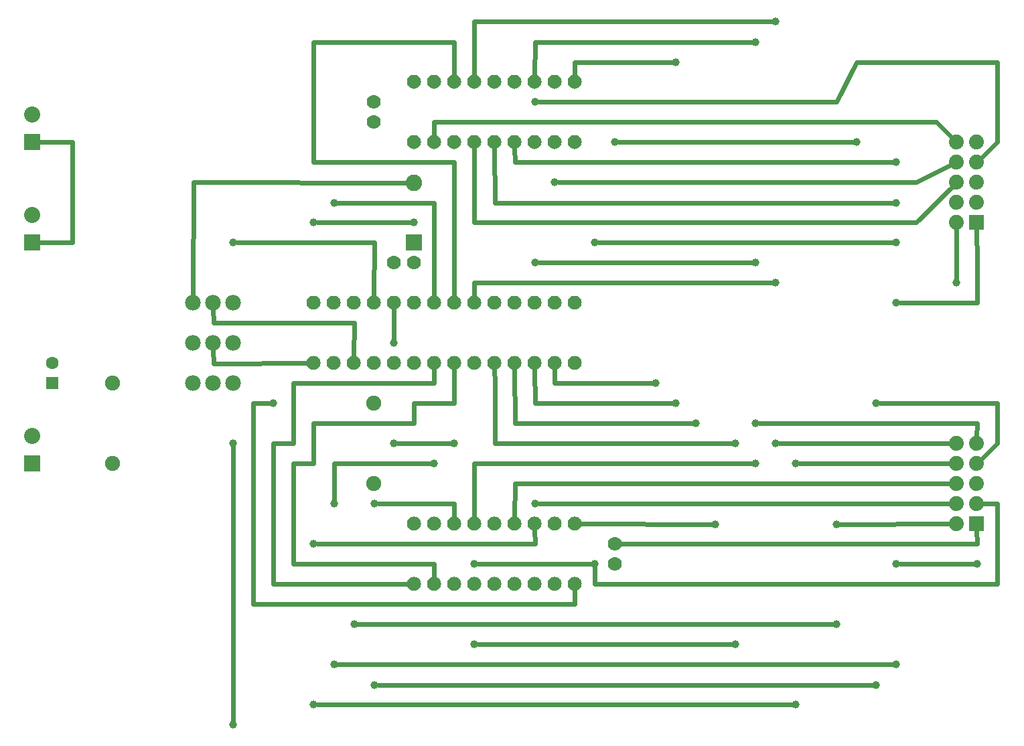
<source format=gtl>
G04 MADE WITH FRITZING*
G04 WWW.FRITZING.ORG*
G04 DOUBLE SIDED*
G04 HOLES PLATED*
G04 CONTOUR ON CENTER OF CONTOUR VECTOR*
%ASAXBY*%
%FSLAX23Y23*%
%MOIN*%
%OFA0B0*%
%SFA1.0B1.0*%
%ADD10C,0.039370*%
%ADD11C,0.070000*%
%ADD12C,0.074000*%
%ADD13C,0.080000*%
%ADD14C,0.075000*%
%ADD15C,0.062992*%
%ADD16C,0.078000*%
%ADD17C,0.082000*%
%ADD18R,0.074000X0.074000*%
%ADD19R,0.080000X0.080000*%
%ADD20R,0.062992X0.062992*%
%ADD21R,0.082000X0.082000*%
%ADD22C,0.024000*%
%ADD23R,0.001000X0.001000*%
%LNCOPPER1*%
G90*
G70*
G54D10*
X1138Y2463D03*
X1339Y1663D03*
X3241Y1763D03*
X3341Y1663D03*
X3442Y1562D03*
X4438Y2860D03*
X4740Y2262D03*
X4438Y2659D03*
X2738Y2760D03*
X3739Y3459D03*
X3341Y3359D03*
X3039Y2961D03*
X4242Y2961D03*
X2939Y2463D03*
X4438Y2463D03*
X3739Y2362D03*
X2642Y2362D03*
X3839Y2262D03*
X3839Y3560D03*
X1641Y2659D03*
X3638Y1462D03*
X2340Y460D03*
X3638Y460D03*
X3739Y1361D03*
X2642Y1160D03*
X2139Y1361D03*
X1641Y1160D03*
X1641Y360D03*
X4841Y863D03*
X4438Y863D03*
X4438Y2161D03*
X4438Y360D03*
X4338Y1663D03*
X3940Y1361D03*
X3739Y1562D03*
X3839Y1462D03*
X1938Y1960D03*
X1842Y1160D03*
X1842Y259D03*
X4338Y259D03*
X2939Y863D03*
X2340Y863D03*
X1540Y963D03*
X1540Y163D03*
X3940Y163D03*
X3538Y1059D03*
X1741Y561D03*
X4141Y561D03*
X4141Y1059D03*
X2038Y2563D03*
X1540Y2563D03*
X1938Y1462D03*
X2239Y1462D03*
X1138Y1462D03*
X1138Y63D03*
X2642Y3162D03*
G54D11*
X2840Y2161D03*
X1640Y1861D03*
X2740Y2161D03*
X1540Y1861D03*
X2640Y2161D03*
X2540Y2161D03*
X2440Y2161D03*
X2340Y2161D03*
X1540Y2161D03*
X1640Y2161D03*
X1740Y2161D03*
X1840Y2161D03*
X2240Y2161D03*
X2040Y2161D03*
X2140Y2161D03*
X1940Y2161D03*
X2040Y1861D03*
X1940Y1861D03*
X1840Y1861D03*
X1740Y1861D03*
X2240Y1861D03*
X2140Y1861D03*
X2640Y1861D03*
X2540Y1861D03*
X2440Y1861D03*
X2340Y1861D03*
X2840Y1861D03*
X2740Y1861D03*
X2840Y3261D03*
X2640Y2961D03*
X2740Y3261D03*
X2540Y2961D03*
X2640Y3261D03*
X2440Y2961D03*
X2540Y3261D03*
X2340Y2961D03*
X2440Y3261D03*
X2240Y2961D03*
X2340Y3261D03*
X2140Y2961D03*
X2240Y3261D03*
X2040Y3261D03*
X2140Y3261D03*
X2040Y2961D03*
X2840Y2961D03*
X2740Y2961D03*
X2040Y761D03*
X2240Y1061D03*
X2140Y761D03*
X2340Y1061D03*
X2240Y761D03*
X2440Y1061D03*
X2340Y761D03*
X2540Y1061D03*
X2440Y761D03*
X2640Y1061D03*
X2540Y761D03*
X2740Y1061D03*
X2640Y761D03*
X2840Y761D03*
X2740Y761D03*
X2840Y1061D03*
X2040Y1061D03*
X2140Y1061D03*
X2040Y2361D03*
X1940Y2361D03*
X1840Y3061D03*
X1840Y3161D03*
X3040Y961D03*
X3040Y861D03*
G54D12*
X4740Y2561D03*
X4740Y2661D03*
X4740Y2761D03*
X4740Y2861D03*
X4740Y2961D03*
X4840Y2561D03*
X4840Y2661D03*
X4840Y2761D03*
X4840Y2861D03*
X4840Y2961D03*
X4740Y1061D03*
X4740Y1161D03*
X4740Y1261D03*
X4740Y1361D03*
X4740Y1461D03*
X4840Y1061D03*
X4840Y1161D03*
X4840Y1261D03*
X4840Y1361D03*
X4840Y1461D03*
G54D13*
X140Y1361D03*
X140Y1499D03*
G54D14*
X540Y1361D03*
X540Y1761D03*
G54D15*
X240Y1763D03*
X240Y1861D03*
G54D14*
X1840Y1261D03*
X1840Y1661D03*
G54D16*
X1140Y2161D03*
X1040Y2161D03*
X940Y2161D03*
X1140Y1761D03*
X1040Y1761D03*
X940Y1761D03*
X1140Y1961D03*
X1040Y1961D03*
X940Y1961D03*
G54D17*
X2040Y2461D03*
X2040Y2759D03*
G54D13*
X140Y2461D03*
X140Y2599D03*
X140Y2961D03*
X140Y3099D03*
G54D18*
X4840Y2561D03*
X4840Y1061D03*
G54D19*
X140Y1361D03*
G54D20*
X240Y1763D03*
G54D21*
X2040Y2460D03*
G54D19*
X140Y2461D03*
X140Y2961D03*
G54D22*
X941Y2760D02*
X2008Y2759D01*
D02*
X338Y2961D02*
X338Y2463D01*
D02*
X171Y2961D02*
X338Y2961D01*
D02*
X338Y2463D02*
X171Y2461D01*
D02*
X1842Y2463D02*
X1157Y2463D01*
D02*
X1741Y2060D02*
X1042Y2060D01*
D02*
X1740Y1887D02*
X1741Y2060D01*
D02*
X1042Y2060D02*
X1040Y2131D01*
D02*
X1514Y1861D02*
X1042Y1859D01*
D02*
X1042Y1859D02*
X1040Y1931D01*
D02*
X940Y2191D02*
X941Y2760D01*
D02*
X1238Y1663D02*
X1320Y1663D01*
D02*
X2640Y1835D02*
X2642Y1663D01*
D02*
X2642Y1663D02*
X3322Y1663D01*
D02*
X2738Y1763D02*
X3222Y1763D01*
D02*
X2739Y1835D02*
X2738Y1763D01*
D02*
X4840Y1030D02*
X4841Y963D01*
D02*
X4841Y963D02*
X3066Y961D01*
D02*
X2838Y662D02*
X1238Y662D01*
D02*
X1238Y662D02*
X1238Y1663D01*
D02*
X2839Y735D02*
X2838Y662D01*
D02*
X1840Y2187D02*
X1842Y2463D01*
D02*
X1540Y1361D02*
X1439Y1361D01*
D02*
X1439Y1361D02*
X1439Y863D01*
D02*
X1439Y1462D02*
X1439Y1763D01*
D02*
X2139Y1763D02*
X2140Y1835D01*
D02*
X1439Y1763D02*
X1741Y1763D01*
D02*
X1339Y1462D02*
X1439Y1462D01*
D02*
X2038Y1562D02*
X1540Y1562D01*
D02*
X1540Y1562D02*
X1540Y1361D01*
D02*
X1439Y863D02*
X2139Y863D01*
D02*
X1741Y1763D02*
X2139Y1763D01*
D02*
X2014Y761D02*
X1339Y762D01*
D02*
X1339Y762D02*
X1339Y1462D01*
D02*
X2541Y1562D02*
X3423Y1562D01*
D02*
X2540Y1835D02*
X2541Y1562D01*
D02*
X2038Y1663D02*
X2038Y1562D01*
D02*
X4419Y2659D02*
X2441Y2659D01*
D02*
X2441Y2659D02*
X2440Y2935D01*
D02*
X4419Y2860D02*
X2541Y2860D01*
D02*
X4438Y3062D02*
X2139Y3062D01*
D02*
X2541Y2860D02*
X2540Y2935D01*
D02*
X4639Y3062D02*
X4438Y3062D01*
D02*
X4718Y2983D02*
X4639Y3062D01*
D02*
X2139Y3062D02*
X2140Y2987D01*
D02*
X2239Y1663D02*
X2038Y1663D01*
D02*
X2240Y1835D02*
X2239Y1663D01*
D02*
X2139Y863D02*
X2140Y787D01*
D02*
X4457Y863D02*
X4822Y863D01*
D02*
X2757Y2760D02*
X4242Y2760D01*
D02*
X4539Y2563D02*
X4718Y2739D01*
D02*
X2340Y2935D02*
X2340Y2563D01*
D02*
X2340Y2563D02*
X4539Y2563D01*
D02*
X4740Y2530D02*
X4740Y2281D01*
D02*
X4841Y2161D02*
X4457Y2161D01*
D02*
X4840Y2530D02*
X4841Y2362D01*
D02*
X4841Y2362D02*
X4841Y2161D01*
D02*
X4242Y2760D02*
X4539Y2760D01*
D02*
X3058Y2961D02*
X4223Y2961D01*
D02*
X4419Y2463D02*
X2958Y2463D01*
D02*
X4539Y2760D02*
X4712Y2847D01*
D02*
X2640Y3287D02*
X2642Y3459D01*
D02*
X2642Y3459D02*
X3720Y3459D01*
D02*
X2838Y3359D02*
X3322Y3359D01*
D02*
X2839Y3287D02*
X2838Y3359D01*
D02*
X2340Y2262D02*
X2340Y2187D01*
D02*
X3820Y2262D02*
X2340Y2262D01*
D02*
X2340Y3560D02*
X3820Y3560D01*
D02*
X4242Y3359D02*
X4941Y3359D01*
D02*
X4141Y3162D02*
X4242Y3359D01*
D02*
X2661Y3162D02*
X4141Y3162D01*
D02*
X4941Y3359D02*
X4941Y2961D01*
D02*
X4941Y2961D02*
X4862Y2883D01*
D02*
X3720Y2362D02*
X2661Y2362D01*
D02*
X2239Y2860D02*
X2240Y2187D01*
D02*
X1540Y2860D02*
X2239Y2860D01*
D02*
X1540Y3459D02*
X1540Y2860D01*
D02*
X2240Y3287D02*
X2239Y3459D01*
D02*
X2239Y3459D02*
X1540Y3459D01*
D02*
X2139Y2659D02*
X2140Y2187D01*
D02*
X1660Y2659D02*
X2139Y2659D01*
D02*
X2340Y3287D02*
X2340Y3560D01*
D02*
X2359Y863D02*
X2920Y863D01*
D02*
X2661Y1160D02*
X4709Y1161D01*
D02*
X2540Y1087D02*
X2541Y1260D01*
D02*
X2541Y1260D02*
X4709Y1261D01*
D02*
X2340Y1361D02*
X2340Y1087D01*
D02*
X3720Y1361D02*
X2340Y1361D01*
D02*
X2441Y1462D02*
X3619Y1462D01*
D02*
X2441Y1763D02*
X2441Y1462D01*
D02*
X3619Y460D02*
X2359Y460D01*
D02*
X2440Y1835D02*
X2441Y1763D01*
D02*
X2939Y844D02*
X2939Y762D01*
D02*
X2939Y762D02*
X3739Y762D01*
D02*
X3739Y762D02*
X4941Y762D01*
D02*
X4941Y1160D02*
X4871Y1161D01*
D02*
X4941Y762D02*
X4941Y1160D01*
D02*
X1641Y1361D02*
X1641Y1179D01*
D02*
X2120Y1361D02*
X1641Y1361D01*
D02*
X1660Y360D02*
X4419Y360D01*
D02*
X4357Y1663D02*
X4941Y1663D01*
D02*
X4941Y1663D02*
X4941Y1462D01*
D02*
X4709Y1361D02*
X3959Y1361D01*
D02*
X4941Y1462D02*
X4862Y1383D01*
D02*
X4709Y1461D02*
X3858Y1462D01*
D02*
X4840Y1492D02*
X4841Y1562D01*
D02*
X4841Y1562D02*
X3758Y1562D01*
D02*
X1938Y1979D02*
X1940Y2135D01*
D02*
X1559Y163D02*
X3921Y163D01*
D02*
X2340Y963D02*
X1559Y963D01*
D02*
X2642Y963D02*
X2340Y963D01*
D02*
X2640Y1035D02*
X2642Y963D01*
D02*
X2239Y1160D02*
X1861Y1160D01*
D02*
X1861Y259D02*
X4319Y259D01*
D02*
X2240Y1087D02*
X2239Y1160D01*
D02*
X1957Y1462D02*
X2220Y1462D01*
D02*
X2019Y2563D02*
X1559Y2563D01*
D02*
X3519Y1059D02*
X2866Y1061D01*
D02*
X1760Y561D02*
X4122Y561D01*
D02*
X4160Y1059D02*
X4709Y1061D01*
D02*
X1138Y82D02*
X1138Y1443D01*
G54D23*
X2033Y3296D02*
X2045Y3296D01*
X2133Y3296D02*
X2145Y3296D01*
X2233Y3296D02*
X2245Y3296D01*
X2333Y3296D02*
X2345Y3296D01*
X2433Y3296D02*
X2445Y3296D01*
X2533Y3296D02*
X2545Y3296D01*
X2633Y3296D02*
X2645Y3296D01*
X2733Y3296D02*
X2745Y3296D01*
X2833Y3296D02*
X2845Y3296D01*
X2029Y3295D02*
X2049Y3295D01*
X2129Y3295D02*
X2149Y3295D01*
X2229Y3295D02*
X2249Y3295D01*
X2329Y3295D02*
X2349Y3295D01*
X2429Y3295D02*
X2449Y3295D01*
X2529Y3295D02*
X2549Y3295D01*
X2629Y3295D02*
X2649Y3295D01*
X2729Y3295D02*
X2749Y3295D01*
X2829Y3295D02*
X2849Y3295D01*
X2027Y3294D02*
X2052Y3294D01*
X2127Y3294D02*
X2152Y3294D01*
X2227Y3294D02*
X2252Y3294D01*
X2327Y3294D02*
X2352Y3294D01*
X2427Y3294D02*
X2452Y3294D01*
X2527Y3294D02*
X2552Y3294D01*
X2627Y3294D02*
X2652Y3294D01*
X2727Y3294D02*
X2752Y3294D01*
X2827Y3294D02*
X2852Y3294D01*
X2024Y3293D02*
X2054Y3293D01*
X2124Y3293D02*
X2154Y3293D01*
X2224Y3293D02*
X2254Y3293D01*
X2324Y3293D02*
X2354Y3293D01*
X2424Y3293D02*
X2454Y3293D01*
X2524Y3293D02*
X2554Y3293D01*
X2624Y3293D02*
X2654Y3293D01*
X2724Y3293D02*
X2754Y3293D01*
X2824Y3293D02*
X2854Y3293D01*
X2022Y3292D02*
X2056Y3292D01*
X2122Y3292D02*
X2156Y3292D01*
X2222Y3292D02*
X2256Y3292D01*
X2322Y3292D02*
X2356Y3292D01*
X2422Y3292D02*
X2456Y3292D01*
X2522Y3292D02*
X2556Y3292D01*
X2622Y3292D02*
X2656Y3292D01*
X2722Y3292D02*
X2756Y3292D01*
X2822Y3292D02*
X2856Y3292D01*
X2021Y3291D02*
X2058Y3291D01*
X2121Y3291D02*
X2158Y3291D01*
X2221Y3291D02*
X2258Y3291D01*
X2321Y3291D02*
X2358Y3291D01*
X2421Y3291D02*
X2458Y3291D01*
X2521Y3291D02*
X2558Y3291D01*
X2621Y3291D02*
X2658Y3291D01*
X2721Y3291D02*
X2758Y3291D01*
X2821Y3291D02*
X2858Y3291D01*
X2019Y3290D02*
X2059Y3290D01*
X2119Y3290D02*
X2159Y3290D01*
X2219Y3290D02*
X2259Y3290D01*
X2319Y3290D02*
X2359Y3290D01*
X2419Y3290D02*
X2459Y3290D01*
X2519Y3290D02*
X2559Y3290D01*
X2619Y3290D02*
X2659Y3290D01*
X2719Y3290D02*
X2759Y3290D01*
X2819Y3290D02*
X2859Y3290D01*
X2018Y3289D02*
X2061Y3289D01*
X2118Y3289D02*
X2161Y3289D01*
X2218Y3289D02*
X2261Y3289D01*
X2318Y3289D02*
X2361Y3289D01*
X2418Y3289D02*
X2460Y3289D01*
X2518Y3289D02*
X2560Y3289D01*
X2618Y3289D02*
X2660Y3289D01*
X2718Y3289D02*
X2760Y3289D01*
X2818Y3289D02*
X2860Y3289D01*
X2017Y3288D02*
X2062Y3288D01*
X2117Y3288D02*
X2162Y3288D01*
X2217Y3288D02*
X2262Y3288D01*
X2317Y3288D02*
X2362Y3288D01*
X2417Y3288D02*
X2462Y3288D01*
X2517Y3288D02*
X2562Y3288D01*
X2617Y3288D02*
X2662Y3288D01*
X2717Y3288D02*
X2762Y3288D01*
X2817Y3288D02*
X2862Y3288D01*
X2016Y3287D02*
X2063Y3287D01*
X2116Y3287D02*
X2163Y3287D01*
X2215Y3287D02*
X2263Y3287D01*
X2315Y3287D02*
X2363Y3287D01*
X2415Y3287D02*
X2463Y3287D01*
X2515Y3287D02*
X2563Y3287D01*
X2615Y3287D02*
X2663Y3287D01*
X2715Y3287D02*
X2763Y3287D01*
X2815Y3287D02*
X2863Y3287D01*
X2015Y3286D02*
X2064Y3286D01*
X2114Y3286D02*
X2164Y3286D01*
X2214Y3286D02*
X2264Y3286D01*
X2314Y3286D02*
X2364Y3286D01*
X2414Y3286D02*
X2464Y3286D01*
X2514Y3286D02*
X2564Y3286D01*
X2614Y3286D02*
X2664Y3286D01*
X2714Y3286D02*
X2764Y3286D01*
X2814Y3286D02*
X2864Y3286D01*
X2014Y3285D02*
X2065Y3285D01*
X2114Y3285D02*
X2165Y3285D01*
X2214Y3285D02*
X2265Y3285D01*
X2314Y3285D02*
X2365Y3285D01*
X2414Y3285D02*
X2465Y3285D01*
X2514Y3285D02*
X2565Y3285D01*
X2614Y3285D02*
X2665Y3285D01*
X2714Y3285D02*
X2765Y3285D01*
X2814Y3285D02*
X2865Y3285D01*
X2013Y3284D02*
X2066Y3284D01*
X2113Y3284D02*
X2166Y3284D01*
X2213Y3284D02*
X2266Y3284D01*
X2313Y3284D02*
X2366Y3284D01*
X2413Y3284D02*
X2466Y3284D01*
X2513Y3284D02*
X2566Y3284D01*
X2613Y3284D02*
X2666Y3284D01*
X2713Y3284D02*
X2766Y3284D01*
X2813Y3284D02*
X2866Y3284D01*
X2012Y3283D02*
X2066Y3283D01*
X2112Y3283D02*
X2166Y3283D01*
X2212Y3283D02*
X2266Y3283D01*
X2312Y3283D02*
X2366Y3283D01*
X2412Y3283D02*
X2466Y3283D01*
X2512Y3283D02*
X2566Y3283D01*
X2612Y3283D02*
X2666Y3283D01*
X2712Y3283D02*
X2766Y3283D01*
X2812Y3283D02*
X2866Y3283D01*
X2011Y3282D02*
X2067Y3282D01*
X2111Y3282D02*
X2167Y3282D01*
X2211Y3282D02*
X2267Y3282D01*
X2311Y3282D02*
X2367Y3282D01*
X2411Y3282D02*
X2467Y3282D01*
X2511Y3282D02*
X2567Y3282D01*
X2611Y3282D02*
X2667Y3282D01*
X2711Y3282D02*
X2767Y3282D01*
X2811Y3282D02*
X2867Y3282D01*
X2011Y3281D02*
X2068Y3281D01*
X2111Y3281D02*
X2168Y3281D01*
X2211Y3281D02*
X2268Y3281D01*
X2311Y3281D02*
X2368Y3281D01*
X2411Y3281D02*
X2468Y3281D01*
X2511Y3281D02*
X2568Y3281D01*
X2611Y3281D02*
X2668Y3281D01*
X2711Y3281D02*
X2768Y3281D01*
X2811Y3281D02*
X2868Y3281D01*
X2010Y3280D02*
X2068Y3280D01*
X2110Y3280D02*
X2168Y3280D01*
X2210Y3280D02*
X2268Y3280D01*
X2310Y3280D02*
X2368Y3280D01*
X2410Y3280D02*
X2468Y3280D01*
X2510Y3280D02*
X2568Y3280D01*
X2610Y3280D02*
X2668Y3280D01*
X2710Y3280D02*
X2768Y3280D01*
X2810Y3280D02*
X2868Y3280D01*
X2009Y3279D02*
X2069Y3279D01*
X2109Y3279D02*
X2169Y3279D01*
X2209Y3279D02*
X2269Y3279D01*
X2309Y3279D02*
X2369Y3279D01*
X2409Y3279D02*
X2469Y3279D01*
X2509Y3279D02*
X2569Y3279D01*
X2609Y3279D02*
X2669Y3279D01*
X2709Y3279D02*
X2769Y3279D01*
X2809Y3279D02*
X2869Y3279D01*
X2009Y3278D02*
X2069Y3278D01*
X2109Y3278D02*
X2169Y3278D01*
X2209Y3278D02*
X2269Y3278D01*
X2309Y3278D02*
X2369Y3278D01*
X2409Y3278D02*
X2469Y3278D01*
X2509Y3278D02*
X2569Y3278D01*
X2609Y3278D02*
X2669Y3278D01*
X2709Y3278D02*
X2769Y3278D01*
X2809Y3278D02*
X2869Y3278D01*
X2008Y3277D02*
X2070Y3277D01*
X2108Y3277D02*
X2170Y3277D01*
X2208Y3277D02*
X2270Y3277D01*
X2308Y3277D02*
X2370Y3277D01*
X2408Y3277D02*
X2470Y3277D01*
X2508Y3277D02*
X2570Y3277D01*
X2608Y3277D02*
X2670Y3277D01*
X2708Y3277D02*
X2770Y3277D01*
X2808Y3277D02*
X2870Y3277D01*
X2008Y3276D02*
X2034Y3276D01*
X2045Y3276D02*
X2070Y3276D01*
X2108Y3276D02*
X2134Y3276D01*
X2145Y3276D02*
X2170Y3276D01*
X2208Y3276D02*
X2234Y3276D01*
X2245Y3276D02*
X2270Y3276D01*
X2308Y3276D02*
X2334Y3276D01*
X2345Y3276D02*
X2370Y3276D01*
X2408Y3276D02*
X2434Y3276D01*
X2445Y3276D02*
X2470Y3276D01*
X2508Y3276D02*
X2534Y3276D01*
X2545Y3276D02*
X2570Y3276D01*
X2608Y3276D02*
X2634Y3276D01*
X2645Y3276D02*
X2670Y3276D01*
X2708Y3276D02*
X2734Y3276D01*
X2745Y3276D02*
X2770Y3276D01*
X2808Y3276D02*
X2834Y3276D01*
X2845Y3276D02*
X2870Y3276D01*
X2008Y3275D02*
X2032Y3275D01*
X2047Y3275D02*
X2071Y3275D01*
X2108Y3275D02*
X2131Y3275D01*
X2147Y3275D02*
X2171Y3275D01*
X2208Y3275D02*
X2231Y3275D01*
X2247Y3275D02*
X2271Y3275D01*
X2307Y3275D02*
X2331Y3275D01*
X2347Y3275D02*
X2371Y3275D01*
X2407Y3275D02*
X2431Y3275D01*
X2447Y3275D02*
X2471Y3275D01*
X2507Y3275D02*
X2531Y3275D01*
X2547Y3275D02*
X2571Y3275D01*
X2607Y3275D02*
X2631Y3275D01*
X2647Y3275D02*
X2671Y3275D01*
X2707Y3275D02*
X2731Y3275D01*
X2747Y3275D02*
X2771Y3275D01*
X2807Y3275D02*
X2831Y3275D01*
X2847Y3275D02*
X2871Y3275D01*
X2007Y3274D02*
X2030Y3274D01*
X2048Y3274D02*
X2071Y3274D01*
X2107Y3274D02*
X2130Y3274D01*
X2148Y3274D02*
X2171Y3274D01*
X2207Y3274D02*
X2230Y3274D01*
X2248Y3274D02*
X2271Y3274D01*
X2307Y3274D02*
X2330Y3274D01*
X2348Y3274D02*
X2371Y3274D01*
X2407Y3274D02*
X2430Y3274D01*
X2448Y3274D02*
X2471Y3274D01*
X2507Y3274D02*
X2530Y3274D01*
X2548Y3274D02*
X2571Y3274D01*
X2607Y3274D02*
X2630Y3274D01*
X2648Y3274D02*
X2671Y3274D01*
X2707Y3274D02*
X2730Y3274D01*
X2748Y3274D02*
X2771Y3274D01*
X2807Y3274D02*
X2830Y3274D01*
X2848Y3274D02*
X2871Y3274D01*
X2007Y3273D02*
X2029Y3273D01*
X2050Y3273D02*
X2072Y3273D01*
X2107Y3273D02*
X2129Y3273D01*
X2150Y3273D02*
X2172Y3273D01*
X2207Y3273D02*
X2229Y3273D01*
X2250Y3273D02*
X2272Y3273D01*
X2307Y3273D02*
X2329Y3273D01*
X2350Y3273D02*
X2372Y3273D01*
X2407Y3273D02*
X2429Y3273D01*
X2450Y3273D02*
X2472Y3273D01*
X2507Y3273D02*
X2529Y3273D01*
X2550Y3273D02*
X2572Y3273D01*
X2607Y3273D02*
X2629Y3273D01*
X2650Y3273D02*
X2672Y3273D01*
X2707Y3273D02*
X2729Y3273D01*
X2749Y3273D02*
X2772Y3273D01*
X2807Y3273D02*
X2829Y3273D01*
X2849Y3273D02*
X2872Y3273D01*
X2006Y3272D02*
X2028Y3272D01*
X2051Y3272D02*
X2072Y3272D01*
X2106Y3272D02*
X2128Y3272D01*
X2151Y3272D02*
X2172Y3272D01*
X2206Y3272D02*
X2228Y3272D01*
X2251Y3272D02*
X2272Y3272D01*
X2306Y3272D02*
X2328Y3272D01*
X2351Y3272D02*
X2372Y3272D01*
X2406Y3272D02*
X2428Y3272D01*
X2451Y3272D02*
X2472Y3272D01*
X2506Y3272D02*
X2528Y3272D01*
X2551Y3272D02*
X2572Y3272D01*
X2606Y3272D02*
X2628Y3272D01*
X2651Y3272D02*
X2672Y3272D01*
X2706Y3272D02*
X2728Y3272D01*
X2751Y3272D02*
X2772Y3272D01*
X2806Y3272D02*
X2828Y3272D01*
X2851Y3272D02*
X2872Y3272D01*
X2006Y3271D02*
X2027Y3271D01*
X2051Y3271D02*
X2072Y3271D01*
X2106Y3271D02*
X2127Y3271D01*
X2151Y3271D02*
X2172Y3271D01*
X2206Y3271D02*
X2227Y3271D01*
X2251Y3271D02*
X2272Y3271D01*
X2306Y3271D02*
X2327Y3271D01*
X2351Y3271D02*
X2372Y3271D01*
X2406Y3271D02*
X2427Y3271D01*
X2451Y3271D02*
X2472Y3271D01*
X2506Y3271D02*
X2527Y3271D01*
X2551Y3271D02*
X2572Y3271D01*
X2606Y3271D02*
X2627Y3271D01*
X2651Y3271D02*
X2672Y3271D01*
X2706Y3271D02*
X2727Y3271D01*
X2751Y3271D02*
X2772Y3271D01*
X2806Y3271D02*
X2827Y3271D01*
X2851Y3271D02*
X2872Y3271D01*
X2006Y3270D02*
X2026Y3270D01*
X2052Y3270D02*
X2073Y3270D01*
X2106Y3270D02*
X2126Y3270D01*
X2152Y3270D02*
X2173Y3270D01*
X2206Y3270D02*
X2226Y3270D01*
X2252Y3270D02*
X2273Y3270D01*
X2306Y3270D02*
X2326Y3270D01*
X2352Y3270D02*
X2373Y3270D01*
X2406Y3270D02*
X2426Y3270D01*
X2452Y3270D02*
X2473Y3270D01*
X2506Y3270D02*
X2526Y3270D01*
X2552Y3270D02*
X2572Y3270D01*
X2606Y3270D02*
X2626Y3270D01*
X2652Y3270D02*
X2672Y3270D01*
X2706Y3270D02*
X2726Y3270D01*
X2752Y3270D02*
X2772Y3270D01*
X2806Y3270D02*
X2826Y3270D01*
X2852Y3270D02*
X2872Y3270D01*
X2006Y3269D02*
X2025Y3269D01*
X2053Y3269D02*
X2073Y3269D01*
X2106Y3269D02*
X2125Y3269D01*
X2153Y3269D02*
X2173Y3269D01*
X2206Y3269D02*
X2225Y3269D01*
X2253Y3269D02*
X2273Y3269D01*
X2306Y3269D02*
X2325Y3269D01*
X2353Y3269D02*
X2373Y3269D01*
X2406Y3269D02*
X2425Y3269D01*
X2453Y3269D02*
X2473Y3269D01*
X2506Y3269D02*
X2525Y3269D01*
X2553Y3269D02*
X2573Y3269D01*
X2606Y3269D02*
X2625Y3269D01*
X2653Y3269D02*
X2673Y3269D01*
X2706Y3269D02*
X2725Y3269D01*
X2753Y3269D02*
X2773Y3269D01*
X2806Y3269D02*
X2825Y3269D01*
X2853Y3269D02*
X2873Y3269D01*
X2005Y3268D02*
X2025Y3268D01*
X2053Y3268D02*
X2073Y3268D01*
X2105Y3268D02*
X2125Y3268D01*
X2153Y3268D02*
X2173Y3268D01*
X2205Y3268D02*
X2225Y3268D01*
X2253Y3268D02*
X2273Y3268D01*
X2305Y3268D02*
X2325Y3268D01*
X2353Y3268D02*
X2373Y3268D01*
X2405Y3268D02*
X2425Y3268D01*
X2453Y3268D02*
X2473Y3268D01*
X2505Y3268D02*
X2525Y3268D01*
X2553Y3268D02*
X2573Y3268D01*
X2605Y3268D02*
X2625Y3268D01*
X2653Y3268D02*
X2673Y3268D01*
X2705Y3268D02*
X2725Y3268D01*
X2753Y3268D02*
X2773Y3268D01*
X2805Y3268D02*
X2825Y3268D01*
X2853Y3268D02*
X2873Y3268D01*
X2005Y3267D02*
X2025Y3267D01*
X2054Y3267D02*
X2073Y3267D01*
X2105Y3267D02*
X2124Y3267D01*
X2154Y3267D02*
X2173Y3267D01*
X2205Y3267D02*
X2224Y3267D01*
X2254Y3267D02*
X2273Y3267D01*
X2305Y3267D02*
X2324Y3267D01*
X2354Y3267D02*
X2373Y3267D01*
X2405Y3267D02*
X2424Y3267D01*
X2454Y3267D02*
X2473Y3267D01*
X2505Y3267D02*
X2524Y3267D01*
X2554Y3267D02*
X2573Y3267D01*
X2605Y3267D02*
X2624Y3267D01*
X2654Y3267D02*
X2673Y3267D01*
X2705Y3267D02*
X2724Y3267D01*
X2754Y3267D02*
X2773Y3267D01*
X2805Y3267D02*
X2824Y3267D01*
X2854Y3267D02*
X2873Y3267D01*
X2005Y3266D02*
X2024Y3266D01*
X2054Y3266D02*
X2073Y3266D01*
X2105Y3266D02*
X2124Y3266D01*
X2154Y3266D02*
X2173Y3266D01*
X2205Y3266D02*
X2224Y3266D01*
X2254Y3266D02*
X2273Y3266D01*
X2305Y3266D02*
X2324Y3266D01*
X2354Y3266D02*
X2373Y3266D01*
X2405Y3266D02*
X2424Y3266D01*
X2454Y3266D02*
X2473Y3266D01*
X2505Y3266D02*
X2524Y3266D01*
X2554Y3266D02*
X2573Y3266D01*
X2605Y3266D02*
X2624Y3266D01*
X2654Y3266D02*
X2673Y3266D01*
X2705Y3266D02*
X2724Y3266D01*
X2754Y3266D02*
X2773Y3266D01*
X2805Y3266D02*
X2824Y3266D01*
X2854Y3266D02*
X2873Y3266D01*
X2005Y3265D02*
X2024Y3265D01*
X2054Y3265D02*
X2073Y3265D01*
X2105Y3265D02*
X2124Y3265D01*
X2154Y3265D02*
X2173Y3265D01*
X2205Y3265D02*
X2224Y3265D01*
X2254Y3265D02*
X2273Y3265D01*
X2305Y3265D02*
X2324Y3265D01*
X2354Y3265D02*
X2373Y3265D01*
X2405Y3265D02*
X2424Y3265D01*
X2454Y3265D02*
X2473Y3265D01*
X2505Y3265D02*
X2524Y3265D01*
X2554Y3265D02*
X2573Y3265D01*
X2605Y3265D02*
X2624Y3265D01*
X2654Y3265D02*
X2673Y3265D01*
X2705Y3265D02*
X2724Y3265D01*
X2754Y3265D02*
X2773Y3265D01*
X2805Y3265D02*
X2824Y3265D01*
X2854Y3265D02*
X2873Y3265D01*
X2005Y3264D02*
X2024Y3264D01*
X2055Y3264D02*
X2074Y3264D01*
X2105Y3264D02*
X2124Y3264D01*
X2155Y3264D02*
X2174Y3264D01*
X2205Y3264D02*
X2224Y3264D01*
X2255Y3264D02*
X2274Y3264D01*
X2305Y3264D02*
X2324Y3264D01*
X2354Y3264D02*
X2374Y3264D01*
X2405Y3264D02*
X2424Y3264D01*
X2454Y3264D02*
X2474Y3264D01*
X2505Y3264D02*
X2524Y3264D01*
X2554Y3264D02*
X2574Y3264D01*
X2605Y3264D02*
X2624Y3264D01*
X2654Y3264D02*
X2674Y3264D01*
X2705Y3264D02*
X2724Y3264D01*
X2754Y3264D02*
X2773Y3264D01*
X2805Y3264D02*
X2824Y3264D01*
X2854Y3264D02*
X2873Y3264D01*
X2005Y3263D02*
X2024Y3263D01*
X2055Y3263D02*
X2074Y3263D01*
X2105Y3263D02*
X2124Y3263D01*
X2155Y3263D02*
X2174Y3263D01*
X2205Y3263D02*
X2224Y3263D01*
X2255Y3263D02*
X2274Y3263D01*
X2305Y3263D02*
X2324Y3263D01*
X2355Y3263D02*
X2374Y3263D01*
X2405Y3263D02*
X2424Y3263D01*
X2455Y3263D02*
X2474Y3263D01*
X2505Y3263D02*
X2524Y3263D01*
X2555Y3263D02*
X2574Y3263D01*
X2605Y3263D02*
X2624Y3263D01*
X2655Y3263D02*
X2674Y3263D01*
X2705Y3263D02*
X2724Y3263D01*
X2755Y3263D02*
X2774Y3263D01*
X2805Y3263D02*
X2824Y3263D01*
X2855Y3263D02*
X2874Y3263D01*
X2005Y3262D02*
X2024Y3262D01*
X2055Y3262D02*
X2074Y3262D01*
X2105Y3262D02*
X2124Y3262D01*
X2155Y3262D02*
X2174Y3262D01*
X2205Y3262D02*
X2224Y3262D01*
X2255Y3262D02*
X2274Y3262D01*
X2305Y3262D02*
X2324Y3262D01*
X2355Y3262D02*
X2374Y3262D01*
X2405Y3262D02*
X2424Y3262D01*
X2455Y3262D02*
X2474Y3262D01*
X2505Y3262D02*
X2524Y3262D01*
X2555Y3262D02*
X2574Y3262D01*
X2605Y3262D02*
X2624Y3262D01*
X2655Y3262D02*
X2674Y3262D01*
X2705Y3262D02*
X2724Y3262D01*
X2755Y3262D02*
X2774Y3262D01*
X2805Y3262D02*
X2824Y3262D01*
X2855Y3262D02*
X2874Y3262D01*
X2005Y3261D02*
X2024Y3261D01*
X2055Y3261D02*
X2074Y3261D01*
X2105Y3261D02*
X2124Y3261D01*
X2155Y3261D02*
X2174Y3261D01*
X2205Y3261D02*
X2224Y3261D01*
X2255Y3261D02*
X2274Y3261D01*
X2305Y3261D02*
X2324Y3261D01*
X2355Y3261D02*
X2374Y3261D01*
X2405Y3261D02*
X2424Y3261D01*
X2455Y3261D02*
X2474Y3261D01*
X2505Y3261D02*
X2524Y3261D01*
X2555Y3261D02*
X2574Y3261D01*
X2605Y3261D02*
X2624Y3261D01*
X2655Y3261D02*
X2674Y3261D01*
X2705Y3261D02*
X2724Y3261D01*
X2755Y3261D02*
X2774Y3261D01*
X2805Y3261D02*
X2824Y3261D01*
X2855Y3261D02*
X2874Y3261D01*
X2005Y3260D02*
X2024Y3260D01*
X2055Y3260D02*
X2074Y3260D01*
X2105Y3260D02*
X2124Y3260D01*
X2155Y3260D02*
X2174Y3260D01*
X2205Y3260D02*
X2224Y3260D01*
X2255Y3260D02*
X2274Y3260D01*
X2305Y3260D02*
X2324Y3260D01*
X2355Y3260D02*
X2374Y3260D01*
X2405Y3260D02*
X2424Y3260D01*
X2455Y3260D02*
X2474Y3260D01*
X2505Y3260D02*
X2524Y3260D01*
X2555Y3260D02*
X2574Y3260D01*
X2605Y3260D02*
X2624Y3260D01*
X2655Y3260D02*
X2674Y3260D01*
X2705Y3260D02*
X2724Y3260D01*
X2754Y3260D02*
X2774Y3260D01*
X2805Y3260D02*
X2824Y3260D01*
X2854Y3260D02*
X2874Y3260D01*
X2005Y3259D02*
X2024Y3259D01*
X2054Y3259D02*
X2074Y3259D01*
X2105Y3259D02*
X2124Y3259D01*
X2154Y3259D02*
X2174Y3259D01*
X2205Y3259D02*
X2224Y3259D01*
X2254Y3259D02*
X2274Y3259D01*
X2305Y3259D02*
X2324Y3259D01*
X2354Y3259D02*
X2373Y3259D01*
X2405Y3259D02*
X2424Y3259D01*
X2454Y3259D02*
X2473Y3259D01*
X2505Y3259D02*
X2524Y3259D01*
X2554Y3259D02*
X2573Y3259D01*
X2605Y3259D02*
X2624Y3259D01*
X2654Y3259D02*
X2673Y3259D01*
X2705Y3259D02*
X2724Y3259D01*
X2754Y3259D02*
X2773Y3259D01*
X2805Y3259D02*
X2824Y3259D01*
X2854Y3259D02*
X2873Y3259D01*
X2005Y3258D02*
X2024Y3258D01*
X2054Y3258D02*
X2073Y3258D01*
X2105Y3258D02*
X2124Y3258D01*
X2154Y3258D02*
X2173Y3258D01*
X2205Y3258D02*
X2224Y3258D01*
X2254Y3258D02*
X2273Y3258D01*
X2305Y3258D02*
X2324Y3258D01*
X2354Y3258D02*
X2373Y3258D01*
X2405Y3258D02*
X2424Y3258D01*
X2454Y3258D02*
X2473Y3258D01*
X2505Y3258D02*
X2524Y3258D01*
X2554Y3258D02*
X2573Y3258D01*
X2605Y3258D02*
X2624Y3258D01*
X2654Y3258D02*
X2673Y3258D01*
X2705Y3258D02*
X2724Y3258D01*
X2754Y3258D02*
X2773Y3258D01*
X2805Y3258D02*
X2824Y3258D01*
X2854Y3258D02*
X2873Y3258D01*
X2005Y3257D02*
X2024Y3257D01*
X2054Y3257D02*
X2073Y3257D01*
X2105Y3257D02*
X2124Y3257D01*
X2154Y3257D02*
X2173Y3257D01*
X2205Y3257D02*
X2224Y3257D01*
X2254Y3257D02*
X2273Y3257D01*
X2305Y3257D02*
X2324Y3257D01*
X2354Y3257D02*
X2373Y3257D01*
X2405Y3257D02*
X2424Y3257D01*
X2454Y3257D02*
X2473Y3257D01*
X2505Y3257D02*
X2524Y3257D01*
X2554Y3257D02*
X2573Y3257D01*
X2605Y3257D02*
X2624Y3257D01*
X2654Y3257D02*
X2673Y3257D01*
X2705Y3257D02*
X2724Y3257D01*
X2754Y3257D02*
X2773Y3257D01*
X2805Y3257D02*
X2824Y3257D01*
X2854Y3257D02*
X2873Y3257D01*
X2005Y3256D02*
X2025Y3256D01*
X2054Y3256D02*
X2073Y3256D01*
X2105Y3256D02*
X2125Y3256D01*
X2154Y3256D02*
X2173Y3256D01*
X2205Y3256D02*
X2225Y3256D01*
X2254Y3256D02*
X2273Y3256D01*
X2305Y3256D02*
X2325Y3256D01*
X2354Y3256D02*
X2373Y3256D01*
X2405Y3256D02*
X2425Y3256D01*
X2454Y3256D02*
X2473Y3256D01*
X2505Y3256D02*
X2525Y3256D01*
X2554Y3256D02*
X2573Y3256D01*
X2605Y3256D02*
X2625Y3256D01*
X2654Y3256D02*
X2673Y3256D01*
X2705Y3256D02*
X2725Y3256D01*
X2754Y3256D02*
X2773Y3256D01*
X2805Y3256D02*
X2825Y3256D01*
X2854Y3256D02*
X2873Y3256D01*
X2005Y3255D02*
X2025Y3255D01*
X2053Y3255D02*
X2073Y3255D01*
X2105Y3255D02*
X2125Y3255D01*
X2153Y3255D02*
X2173Y3255D01*
X2205Y3255D02*
X2225Y3255D01*
X2253Y3255D02*
X2273Y3255D01*
X2305Y3255D02*
X2325Y3255D01*
X2353Y3255D02*
X2373Y3255D01*
X2405Y3255D02*
X2425Y3255D01*
X2453Y3255D02*
X2473Y3255D01*
X2505Y3255D02*
X2525Y3255D01*
X2553Y3255D02*
X2573Y3255D01*
X2605Y3255D02*
X2625Y3255D01*
X2653Y3255D02*
X2673Y3255D01*
X2705Y3255D02*
X2725Y3255D01*
X2753Y3255D02*
X2773Y3255D01*
X2805Y3255D02*
X2825Y3255D01*
X2853Y3255D02*
X2873Y3255D01*
X2006Y3254D02*
X2026Y3254D01*
X2053Y3254D02*
X2073Y3254D01*
X2106Y3254D02*
X2126Y3254D01*
X2153Y3254D02*
X2173Y3254D01*
X2206Y3254D02*
X2226Y3254D01*
X2253Y3254D02*
X2273Y3254D01*
X2306Y3254D02*
X2326Y3254D01*
X2353Y3254D02*
X2373Y3254D01*
X2406Y3254D02*
X2426Y3254D01*
X2453Y3254D02*
X2473Y3254D01*
X2506Y3254D02*
X2526Y3254D01*
X2553Y3254D02*
X2573Y3254D01*
X2606Y3254D02*
X2626Y3254D01*
X2653Y3254D02*
X2673Y3254D01*
X2706Y3254D02*
X2726Y3254D01*
X2753Y3254D02*
X2773Y3254D01*
X2806Y3254D02*
X2826Y3254D01*
X2853Y3254D02*
X2873Y3254D01*
X2006Y3253D02*
X2026Y3253D01*
X2052Y3253D02*
X2072Y3253D01*
X2106Y3253D02*
X2126Y3253D01*
X2152Y3253D02*
X2172Y3253D01*
X2206Y3253D02*
X2226Y3253D01*
X2252Y3253D02*
X2272Y3253D01*
X2306Y3253D02*
X2326Y3253D01*
X2352Y3253D02*
X2372Y3253D01*
X2406Y3253D02*
X2426Y3253D01*
X2452Y3253D02*
X2472Y3253D01*
X2506Y3253D02*
X2526Y3253D01*
X2552Y3253D02*
X2572Y3253D01*
X2606Y3253D02*
X2626Y3253D01*
X2652Y3253D02*
X2672Y3253D01*
X2706Y3253D02*
X2726Y3253D01*
X2752Y3253D02*
X2772Y3253D01*
X2806Y3253D02*
X2826Y3253D01*
X2852Y3253D02*
X2872Y3253D01*
X2006Y3252D02*
X2027Y3252D01*
X2051Y3252D02*
X2072Y3252D01*
X2106Y3252D02*
X2127Y3252D01*
X2151Y3252D02*
X2172Y3252D01*
X2206Y3252D02*
X2227Y3252D01*
X2251Y3252D02*
X2272Y3252D01*
X2306Y3252D02*
X2327Y3252D01*
X2351Y3252D02*
X2372Y3252D01*
X2406Y3252D02*
X2427Y3252D01*
X2451Y3252D02*
X2472Y3252D01*
X2506Y3252D02*
X2527Y3252D01*
X2551Y3252D02*
X2572Y3252D01*
X2606Y3252D02*
X2627Y3252D01*
X2651Y3252D02*
X2672Y3252D01*
X2706Y3252D02*
X2727Y3252D01*
X2751Y3252D02*
X2772Y3252D01*
X2806Y3252D02*
X2827Y3252D01*
X2851Y3252D02*
X2872Y3252D01*
X2007Y3251D02*
X2028Y3251D01*
X2050Y3251D02*
X2072Y3251D01*
X2107Y3251D02*
X2128Y3251D01*
X2150Y3251D02*
X2172Y3251D01*
X2207Y3251D02*
X2228Y3251D01*
X2250Y3251D02*
X2272Y3251D01*
X2307Y3251D02*
X2328Y3251D01*
X2350Y3251D02*
X2372Y3251D01*
X2407Y3251D02*
X2428Y3251D01*
X2450Y3251D02*
X2472Y3251D01*
X2507Y3251D02*
X2528Y3251D01*
X2550Y3251D02*
X2572Y3251D01*
X2607Y3251D02*
X2628Y3251D01*
X2650Y3251D02*
X2672Y3251D01*
X2707Y3251D02*
X2728Y3251D01*
X2750Y3251D02*
X2772Y3251D01*
X2807Y3251D02*
X2828Y3251D01*
X2850Y3251D02*
X2872Y3251D01*
X2007Y3250D02*
X2029Y3250D01*
X2049Y3250D02*
X2071Y3250D01*
X2107Y3250D02*
X2129Y3250D01*
X2149Y3250D02*
X2171Y3250D01*
X2207Y3250D02*
X2229Y3250D01*
X2249Y3250D02*
X2271Y3250D01*
X2307Y3250D02*
X2329Y3250D01*
X2349Y3250D02*
X2371Y3250D01*
X2407Y3250D02*
X2429Y3250D01*
X2449Y3250D02*
X2471Y3250D01*
X2507Y3250D02*
X2529Y3250D01*
X2549Y3250D02*
X2571Y3250D01*
X2607Y3250D02*
X2629Y3250D01*
X2649Y3250D02*
X2671Y3250D01*
X2707Y3250D02*
X2729Y3250D01*
X2749Y3250D02*
X2771Y3250D01*
X2807Y3250D02*
X2829Y3250D01*
X2849Y3250D02*
X2871Y3250D01*
X2007Y3249D02*
X2031Y3249D01*
X2048Y3249D02*
X2071Y3249D01*
X2107Y3249D02*
X2131Y3249D01*
X2148Y3249D02*
X2171Y3249D01*
X2207Y3249D02*
X2231Y3249D01*
X2248Y3249D02*
X2271Y3249D01*
X2307Y3249D02*
X2331Y3249D01*
X2348Y3249D02*
X2371Y3249D01*
X2407Y3249D02*
X2431Y3249D01*
X2448Y3249D02*
X2471Y3249D01*
X2507Y3249D02*
X2531Y3249D01*
X2548Y3249D02*
X2571Y3249D01*
X2607Y3249D02*
X2631Y3249D01*
X2648Y3249D02*
X2671Y3249D01*
X2707Y3249D02*
X2731Y3249D01*
X2748Y3249D02*
X2771Y3249D01*
X2807Y3249D02*
X2831Y3249D01*
X2848Y3249D02*
X2871Y3249D01*
X2008Y3248D02*
X2032Y3248D01*
X2046Y3248D02*
X2071Y3248D01*
X2108Y3248D02*
X2132Y3248D01*
X2146Y3248D02*
X2171Y3248D01*
X2208Y3248D02*
X2232Y3248D01*
X2246Y3248D02*
X2271Y3248D01*
X2308Y3248D02*
X2332Y3248D01*
X2346Y3248D02*
X2371Y3248D01*
X2408Y3248D02*
X2432Y3248D01*
X2446Y3248D02*
X2471Y3248D01*
X2508Y3248D02*
X2532Y3248D01*
X2546Y3248D02*
X2571Y3248D01*
X2608Y3248D02*
X2632Y3248D01*
X2646Y3248D02*
X2671Y3248D01*
X2708Y3248D02*
X2732Y3248D01*
X2746Y3248D02*
X2771Y3248D01*
X2808Y3248D02*
X2832Y3248D01*
X2846Y3248D02*
X2871Y3248D01*
X2008Y3247D02*
X2036Y3247D01*
X2043Y3247D02*
X2070Y3247D01*
X2108Y3247D02*
X2136Y3247D01*
X2143Y3247D02*
X2170Y3247D01*
X2208Y3247D02*
X2236Y3247D01*
X2243Y3247D02*
X2270Y3247D01*
X2308Y3247D02*
X2336Y3247D01*
X2343Y3247D02*
X2370Y3247D01*
X2408Y3247D02*
X2436Y3247D01*
X2443Y3247D02*
X2470Y3247D01*
X2508Y3247D02*
X2536Y3247D01*
X2543Y3247D02*
X2570Y3247D01*
X2608Y3247D02*
X2636Y3247D01*
X2643Y3247D02*
X2670Y3247D01*
X2708Y3247D02*
X2735Y3247D01*
X2743Y3247D02*
X2770Y3247D01*
X2808Y3247D02*
X2835Y3247D01*
X2843Y3247D02*
X2870Y3247D01*
X2009Y3246D02*
X2070Y3246D01*
X2109Y3246D02*
X2170Y3246D01*
X2209Y3246D02*
X2270Y3246D01*
X2309Y3246D02*
X2370Y3246D01*
X2409Y3246D02*
X2470Y3246D01*
X2509Y3246D02*
X2570Y3246D01*
X2609Y3246D02*
X2670Y3246D01*
X2709Y3246D02*
X2770Y3246D01*
X2809Y3246D02*
X2870Y3246D01*
X2009Y3245D02*
X2069Y3245D01*
X2109Y3245D02*
X2169Y3245D01*
X2209Y3245D02*
X2269Y3245D01*
X2309Y3245D02*
X2369Y3245D01*
X2409Y3245D02*
X2469Y3245D01*
X2509Y3245D02*
X2569Y3245D01*
X2609Y3245D02*
X2669Y3245D01*
X2709Y3245D02*
X2769Y3245D01*
X2809Y3245D02*
X2869Y3245D01*
X2010Y3244D02*
X2069Y3244D01*
X2110Y3244D02*
X2169Y3244D01*
X2210Y3244D02*
X2269Y3244D01*
X2310Y3244D02*
X2369Y3244D01*
X2410Y3244D02*
X2469Y3244D01*
X2510Y3244D02*
X2569Y3244D01*
X2610Y3244D02*
X2669Y3244D01*
X2710Y3244D02*
X2769Y3244D01*
X2810Y3244D02*
X2869Y3244D01*
X2010Y3243D02*
X2068Y3243D01*
X2110Y3243D02*
X2168Y3243D01*
X2210Y3243D02*
X2268Y3243D01*
X2310Y3243D02*
X2368Y3243D01*
X2410Y3243D02*
X2468Y3243D01*
X2510Y3243D02*
X2568Y3243D01*
X2610Y3243D02*
X2668Y3243D01*
X2710Y3243D02*
X2768Y3243D01*
X2810Y3243D02*
X2868Y3243D01*
X2011Y3242D02*
X2067Y3242D01*
X2111Y3242D02*
X2167Y3242D01*
X2211Y3242D02*
X2267Y3242D01*
X2311Y3242D02*
X2367Y3242D01*
X2411Y3242D02*
X2467Y3242D01*
X2511Y3242D02*
X2567Y3242D01*
X2611Y3242D02*
X2667Y3242D01*
X2711Y3242D02*
X2767Y3242D01*
X2811Y3242D02*
X2867Y3242D01*
X2012Y3241D02*
X2067Y3241D01*
X2112Y3241D02*
X2167Y3241D01*
X2212Y3241D02*
X2267Y3241D01*
X2312Y3241D02*
X2367Y3241D01*
X2412Y3241D02*
X2467Y3241D01*
X2512Y3241D02*
X2567Y3241D01*
X2612Y3241D02*
X2667Y3241D01*
X2712Y3241D02*
X2767Y3241D01*
X2812Y3241D02*
X2867Y3241D01*
X2012Y3240D02*
X2066Y3240D01*
X2112Y3240D02*
X2166Y3240D01*
X2212Y3240D02*
X2266Y3240D01*
X2312Y3240D02*
X2366Y3240D01*
X2412Y3240D02*
X2466Y3240D01*
X2512Y3240D02*
X2566Y3240D01*
X2612Y3240D02*
X2666Y3240D01*
X2712Y3240D02*
X2766Y3240D01*
X2812Y3240D02*
X2866Y3240D01*
X2013Y3239D02*
X2065Y3239D01*
X2113Y3239D02*
X2165Y3239D01*
X2213Y3239D02*
X2265Y3239D01*
X2313Y3239D02*
X2365Y3239D01*
X2413Y3239D02*
X2465Y3239D01*
X2513Y3239D02*
X2565Y3239D01*
X2613Y3239D02*
X2665Y3239D01*
X2713Y3239D02*
X2765Y3239D01*
X2813Y3239D02*
X2865Y3239D01*
X2014Y3238D02*
X2064Y3238D01*
X2114Y3238D02*
X2164Y3238D01*
X2214Y3238D02*
X2264Y3238D01*
X2314Y3238D02*
X2364Y3238D01*
X2414Y3238D02*
X2464Y3238D01*
X2514Y3238D02*
X2564Y3238D01*
X2614Y3238D02*
X2664Y3238D01*
X2714Y3238D02*
X2764Y3238D01*
X2814Y3238D02*
X2864Y3238D01*
X2015Y3237D02*
X2063Y3237D01*
X2115Y3237D02*
X2163Y3237D01*
X2215Y3237D02*
X2263Y3237D01*
X2315Y3237D02*
X2363Y3237D01*
X2415Y3237D02*
X2463Y3237D01*
X2515Y3237D02*
X2563Y3237D01*
X2615Y3237D02*
X2663Y3237D01*
X2715Y3237D02*
X2763Y3237D01*
X2815Y3237D02*
X2863Y3237D01*
X2016Y3236D02*
X2062Y3236D01*
X2116Y3236D02*
X2162Y3236D01*
X2216Y3236D02*
X2262Y3236D01*
X2316Y3236D02*
X2362Y3236D01*
X2416Y3236D02*
X2462Y3236D01*
X2516Y3236D02*
X2562Y3236D01*
X2616Y3236D02*
X2662Y3236D01*
X2716Y3236D02*
X2762Y3236D01*
X2816Y3236D02*
X2862Y3236D01*
X2017Y3235D02*
X2061Y3235D01*
X2117Y3235D02*
X2161Y3235D01*
X2217Y3235D02*
X2261Y3235D01*
X2317Y3235D02*
X2361Y3235D01*
X2417Y3235D02*
X2461Y3235D01*
X2517Y3235D02*
X2561Y3235D01*
X2617Y3235D02*
X2661Y3235D01*
X2717Y3235D02*
X2761Y3235D01*
X2817Y3235D02*
X2861Y3235D01*
X2019Y3234D02*
X2060Y3234D01*
X2119Y3234D02*
X2160Y3234D01*
X2219Y3234D02*
X2260Y3234D01*
X2319Y3234D02*
X2360Y3234D01*
X2419Y3234D02*
X2460Y3234D01*
X2518Y3234D02*
X2560Y3234D01*
X2618Y3234D02*
X2660Y3234D01*
X2718Y3234D02*
X2760Y3234D01*
X2818Y3234D02*
X2860Y3234D01*
X2020Y3233D02*
X2058Y3233D01*
X2120Y3233D02*
X2158Y3233D01*
X2220Y3233D02*
X2258Y3233D01*
X2320Y3233D02*
X2358Y3233D01*
X2420Y3233D02*
X2458Y3233D01*
X2520Y3233D02*
X2558Y3233D01*
X2620Y3233D02*
X2658Y3233D01*
X2720Y3233D02*
X2758Y3233D01*
X2820Y3233D02*
X2858Y3233D01*
X2022Y3232D02*
X2057Y3232D01*
X2122Y3232D02*
X2157Y3232D01*
X2222Y3232D02*
X2257Y3232D01*
X2322Y3232D02*
X2357Y3232D01*
X2422Y3232D02*
X2457Y3232D01*
X2522Y3232D02*
X2557Y3232D01*
X2622Y3232D02*
X2657Y3232D01*
X2722Y3232D02*
X2757Y3232D01*
X2822Y3232D02*
X2857Y3232D01*
X2023Y3231D02*
X2055Y3231D01*
X2123Y3231D02*
X2155Y3231D01*
X2223Y3231D02*
X2255Y3231D01*
X2323Y3231D02*
X2355Y3231D01*
X2423Y3231D02*
X2455Y3231D01*
X2523Y3231D02*
X2555Y3231D01*
X2623Y3231D02*
X2655Y3231D01*
X2723Y3231D02*
X2755Y3231D01*
X2823Y3231D02*
X2855Y3231D01*
X2025Y3230D02*
X2053Y3230D01*
X2125Y3230D02*
X2153Y3230D01*
X2225Y3230D02*
X2253Y3230D01*
X2325Y3230D02*
X2353Y3230D01*
X2425Y3230D02*
X2453Y3230D01*
X2525Y3230D02*
X2553Y3230D01*
X2625Y3230D02*
X2653Y3230D01*
X2725Y3230D02*
X2753Y3230D01*
X2825Y3230D02*
X2853Y3230D01*
X2028Y3229D02*
X2050Y3229D01*
X2128Y3229D02*
X2150Y3229D01*
X2228Y3229D02*
X2250Y3229D01*
X2328Y3229D02*
X2350Y3229D01*
X2428Y3229D02*
X2450Y3229D01*
X2528Y3229D02*
X2550Y3229D01*
X2628Y3229D02*
X2650Y3229D01*
X2728Y3229D02*
X2750Y3229D01*
X2828Y3229D02*
X2850Y3229D01*
X2031Y3228D02*
X2047Y3228D01*
X2131Y3228D02*
X2147Y3228D01*
X2231Y3228D02*
X2247Y3228D01*
X2331Y3228D02*
X2347Y3228D01*
X2431Y3228D02*
X2447Y3228D01*
X2531Y3228D02*
X2547Y3228D01*
X2631Y3228D02*
X2647Y3228D01*
X2731Y3228D02*
X2747Y3228D01*
X2831Y3228D02*
X2847Y3228D01*
X2036Y3227D02*
X2042Y3227D01*
X2136Y3227D02*
X2142Y3227D01*
X2236Y3227D02*
X2242Y3227D01*
X2336Y3227D02*
X2342Y3227D01*
X2436Y3227D02*
X2442Y3227D01*
X2536Y3227D02*
X2542Y3227D01*
X2636Y3227D02*
X2642Y3227D01*
X2736Y3227D02*
X2742Y3227D01*
X2836Y3227D02*
X2842Y3227D01*
X2033Y2996D02*
X2046Y2996D01*
X2133Y2996D02*
X2146Y2996D01*
X2233Y2996D02*
X2246Y2996D01*
X2333Y2996D02*
X2346Y2996D01*
X2433Y2996D02*
X2446Y2996D01*
X2533Y2996D02*
X2546Y2996D01*
X2633Y2996D02*
X2646Y2996D01*
X2733Y2996D02*
X2746Y2996D01*
X2833Y2996D02*
X2846Y2996D01*
X2029Y2995D02*
X2049Y2995D01*
X2129Y2995D02*
X2149Y2995D01*
X2229Y2995D02*
X2249Y2995D01*
X2329Y2995D02*
X2349Y2995D01*
X2429Y2995D02*
X2449Y2995D01*
X2529Y2995D02*
X2549Y2995D01*
X2629Y2995D02*
X2649Y2995D01*
X2729Y2995D02*
X2749Y2995D01*
X2829Y2995D02*
X2849Y2995D01*
X2026Y2994D02*
X2052Y2994D01*
X2126Y2994D02*
X2152Y2994D01*
X2226Y2994D02*
X2252Y2994D01*
X2326Y2994D02*
X2352Y2994D01*
X2426Y2994D02*
X2452Y2994D01*
X2526Y2994D02*
X2552Y2994D01*
X2626Y2994D02*
X2652Y2994D01*
X2726Y2994D02*
X2752Y2994D01*
X2826Y2994D02*
X2852Y2994D01*
X2024Y2993D02*
X2054Y2993D01*
X2124Y2993D02*
X2154Y2993D01*
X2224Y2993D02*
X2254Y2993D01*
X2324Y2993D02*
X2354Y2993D01*
X2424Y2993D02*
X2454Y2993D01*
X2524Y2993D02*
X2554Y2993D01*
X2624Y2993D02*
X2654Y2993D01*
X2724Y2993D02*
X2754Y2993D01*
X2824Y2993D02*
X2854Y2993D01*
X2022Y2992D02*
X2056Y2992D01*
X2122Y2992D02*
X2156Y2992D01*
X2222Y2992D02*
X2256Y2992D01*
X2322Y2992D02*
X2356Y2992D01*
X2422Y2992D02*
X2456Y2992D01*
X2522Y2992D02*
X2556Y2992D01*
X2622Y2992D02*
X2656Y2992D01*
X2722Y2992D02*
X2756Y2992D01*
X2822Y2992D02*
X2856Y2992D01*
X2021Y2991D02*
X2058Y2991D01*
X2121Y2991D02*
X2158Y2991D01*
X2221Y2991D02*
X2258Y2991D01*
X2321Y2991D02*
X2358Y2991D01*
X2421Y2991D02*
X2458Y2991D01*
X2521Y2991D02*
X2558Y2991D01*
X2621Y2991D02*
X2658Y2991D01*
X2721Y2991D02*
X2758Y2991D01*
X2821Y2991D02*
X2858Y2991D01*
X2019Y2990D02*
X2059Y2990D01*
X2119Y2990D02*
X2159Y2990D01*
X2219Y2990D02*
X2259Y2990D01*
X2319Y2990D02*
X2359Y2990D01*
X2419Y2990D02*
X2459Y2990D01*
X2519Y2990D02*
X2559Y2990D01*
X2619Y2990D02*
X2659Y2990D01*
X2719Y2990D02*
X2759Y2990D01*
X2819Y2990D02*
X2859Y2990D01*
X2018Y2989D02*
X2061Y2989D01*
X2118Y2989D02*
X2161Y2989D01*
X2218Y2989D02*
X2261Y2989D01*
X2318Y2989D02*
X2361Y2989D01*
X2418Y2989D02*
X2461Y2989D01*
X2518Y2989D02*
X2561Y2989D01*
X2618Y2989D02*
X2661Y2989D01*
X2718Y2989D02*
X2761Y2989D01*
X2818Y2989D02*
X2861Y2989D01*
X2017Y2988D02*
X2062Y2988D01*
X2117Y2988D02*
X2162Y2988D01*
X2217Y2988D02*
X2262Y2988D01*
X2317Y2988D02*
X2362Y2988D01*
X2417Y2988D02*
X2462Y2988D01*
X2517Y2988D02*
X2562Y2988D01*
X2616Y2988D02*
X2662Y2988D01*
X2716Y2988D02*
X2762Y2988D01*
X2816Y2988D02*
X2862Y2988D01*
X2015Y2987D02*
X2063Y2987D01*
X2115Y2987D02*
X2163Y2987D01*
X2215Y2987D02*
X2263Y2987D01*
X2315Y2987D02*
X2363Y2987D01*
X2415Y2987D02*
X2463Y2987D01*
X2515Y2987D02*
X2563Y2987D01*
X2615Y2987D02*
X2663Y2987D01*
X2715Y2987D02*
X2763Y2987D01*
X2815Y2987D02*
X2863Y2987D01*
X2014Y2986D02*
X2064Y2986D01*
X2114Y2986D02*
X2164Y2986D01*
X2214Y2986D02*
X2264Y2986D01*
X2314Y2986D02*
X2364Y2986D01*
X2414Y2986D02*
X2464Y2986D01*
X2514Y2986D02*
X2564Y2986D01*
X2614Y2986D02*
X2664Y2986D01*
X2714Y2986D02*
X2764Y2986D01*
X2814Y2986D02*
X2864Y2986D01*
X2014Y2985D02*
X2065Y2985D01*
X2114Y2985D02*
X2165Y2985D01*
X2214Y2985D02*
X2265Y2985D01*
X2314Y2985D02*
X2365Y2985D01*
X2414Y2985D02*
X2465Y2985D01*
X2513Y2985D02*
X2565Y2985D01*
X2613Y2985D02*
X2665Y2985D01*
X2713Y2985D02*
X2765Y2985D01*
X2813Y2985D02*
X2865Y2985D01*
X2013Y2984D02*
X2066Y2984D01*
X2113Y2984D02*
X2166Y2984D01*
X2213Y2984D02*
X2266Y2984D01*
X2313Y2984D02*
X2366Y2984D01*
X2413Y2984D02*
X2466Y2984D01*
X2513Y2984D02*
X2566Y2984D01*
X2613Y2984D02*
X2666Y2984D01*
X2713Y2984D02*
X2766Y2984D01*
X2813Y2984D02*
X2866Y2984D01*
X2012Y2983D02*
X2066Y2983D01*
X2112Y2983D02*
X2166Y2983D01*
X2212Y2983D02*
X2266Y2983D01*
X2312Y2983D02*
X2366Y2983D01*
X2412Y2983D02*
X2466Y2983D01*
X2512Y2983D02*
X2566Y2983D01*
X2612Y2983D02*
X2666Y2983D01*
X2712Y2983D02*
X2766Y2983D01*
X2812Y2983D02*
X2866Y2983D01*
X2011Y2982D02*
X2067Y2982D01*
X2111Y2982D02*
X2167Y2982D01*
X2211Y2982D02*
X2267Y2982D01*
X2311Y2982D02*
X2367Y2982D01*
X2411Y2982D02*
X2467Y2982D01*
X2511Y2982D02*
X2567Y2982D01*
X2611Y2982D02*
X2667Y2982D01*
X2711Y2982D02*
X2767Y2982D01*
X2811Y2982D02*
X2867Y2982D01*
X2011Y2981D02*
X2068Y2981D01*
X2111Y2981D02*
X2168Y2981D01*
X2211Y2981D02*
X2268Y2981D01*
X2311Y2981D02*
X2368Y2981D01*
X2411Y2981D02*
X2468Y2981D01*
X2511Y2981D02*
X2568Y2981D01*
X2611Y2981D02*
X2668Y2981D01*
X2711Y2981D02*
X2768Y2981D01*
X2811Y2981D02*
X2868Y2981D01*
X2010Y2980D02*
X2068Y2980D01*
X2110Y2980D02*
X2168Y2980D01*
X2210Y2980D02*
X2268Y2980D01*
X2310Y2980D02*
X2368Y2980D01*
X2410Y2980D02*
X2468Y2980D01*
X2510Y2980D02*
X2568Y2980D01*
X2610Y2980D02*
X2668Y2980D01*
X2710Y2980D02*
X2768Y2980D01*
X2810Y2980D02*
X2868Y2980D01*
X2009Y2979D02*
X2069Y2979D01*
X2109Y2979D02*
X2169Y2979D01*
X2209Y2979D02*
X2269Y2979D01*
X2309Y2979D02*
X2369Y2979D01*
X2409Y2979D02*
X2469Y2979D01*
X2509Y2979D02*
X2569Y2979D01*
X2609Y2979D02*
X2669Y2979D01*
X2709Y2979D02*
X2769Y2979D01*
X2809Y2979D02*
X2869Y2979D01*
X2009Y2978D02*
X2070Y2978D01*
X2109Y2978D02*
X2170Y2978D01*
X2209Y2978D02*
X2269Y2978D01*
X2309Y2978D02*
X2369Y2978D01*
X2409Y2978D02*
X2469Y2978D01*
X2509Y2978D02*
X2569Y2978D01*
X2609Y2978D02*
X2669Y2978D01*
X2709Y2978D02*
X2769Y2978D01*
X2809Y2978D02*
X2869Y2978D01*
X2008Y2977D02*
X2070Y2977D01*
X2108Y2977D02*
X2170Y2977D01*
X2208Y2977D02*
X2270Y2977D01*
X2308Y2977D02*
X2370Y2977D01*
X2408Y2977D02*
X2470Y2977D01*
X2508Y2977D02*
X2570Y2977D01*
X2608Y2977D02*
X2670Y2977D01*
X2708Y2977D02*
X2770Y2977D01*
X2808Y2977D02*
X2870Y2977D01*
X2008Y2976D02*
X2033Y2976D01*
X2045Y2976D02*
X2070Y2976D01*
X2108Y2976D02*
X2133Y2976D01*
X2145Y2976D02*
X2170Y2976D01*
X2208Y2976D02*
X2233Y2976D01*
X2245Y2976D02*
X2270Y2976D01*
X2308Y2976D02*
X2333Y2976D01*
X2345Y2976D02*
X2370Y2976D01*
X2408Y2976D02*
X2433Y2976D01*
X2445Y2976D02*
X2470Y2976D01*
X2508Y2976D02*
X2533Y2976D01*
X2545Y2976D02*
X2570Y2976D01*
X2608Y2976D02*
X2633Y2976D01*
X2645Y2976D02*
X2670Y2976D01*
X2708Y2976D02*
X2733Y2976D01*
X2745Y2976D02*
X2770Y2976D01*
X2808Y2976D02*
X2833Y2976D01*
X2845Y2976D02*
X2870Y2976D01*
X2007Y2975D02*
X2031Y2975D01*
X2047Y2975D02*
X2071Y2975D01*
X2107Y2975D02*
X2131Y2975D01*
X2147Y2975D02*
X2171Y2975D01*
X2207Y2975D02*
X2231Y2975D01*
X2247Y2975D02*
X2271Y2975D01*
X2307Y2975D02*
X2331Y2975D01*
X2347Y2975D02*
X2371Y2975D01*
X2407Y2975D02*
X2431Y2975D01*
X2447Y2975D02*
X2471Y2975D01*
X2507Y2975D02*
X2531Y2975D01*
X2547Y2975D02*
X2571Y2975D01*
X2607Y2975D02*
X2631Y2975D01*
X2647Y2975D02*
X2671Y2975D01*
X2707Y2975D02*
X2731Y2975D01*
X2747Y2975D02*
X2771Y2975D01*
X2807Y2975D02*
X2831Y2975D01*
X2847Y2975D02*
X2871Y2975D01*
X2007Y2974D02*
X2030Y2974D01*
X2048Y2974D02*
X2071Y2974D01*
X2107Y2974D02*
X2130Y2974D01*
X2148Y2974D02*
X2171Y2974D01*
X2207Y2974D02*
X2230Y2974D01*
X2248Y2974D02*
X2271Y2974D01*
X2307Y2974D02*
X2330Y2974D01*
X2348Y2974D02*
X2371Y2974D01*
X2407Y2974D02*
X2430Y2974D01*
X2448Y2974D02*
X2471Y2974D01*
X2507Y2974D02*
X2530Y2974D01*
X2548Y2974D02*
X2571Y2974D01*
X2607Y2974D02*
X2630Y2974D01*
X2648Y2974D02*
X2671Y2974D01*
X2707Y2974D02*
X2730Y2974D01*
X2748Y2974D02*
X2771Y2974D01*
X2807Y2974D02*
X2830Y2974D01*
X2848Y2974D02*
X2871Y2974D01*
X2007Y2973D02*
X2029Y2973D01*
X2050Y2973D02*
X2072Y2973D01*
X2107Y2973D02*
X2129Y2973D01*
X2150Y2973D02*
X2172Y2973D01*
X2207Y2973D02*
X2229Y2973D01*
X2250Y2973D02*
X2272Y2973D01*
X2307Y2973D02*
X2329Y2973D01*
X2350Y2973D02*
X2372Y2973D01*
X2407Y2973D02*
X2429Y2973D01*
X2450Y2973D02*
X2472Y2973D01*
X2507Y2973D02*
X2529Y2973D01*
X2550Y2973D02*
X2572Y2973D01*
X2607Y2973D02*
X2629Y2973D01*
X2650Y2973D02*
X2672Y2973D01*
X2707Y2973D02*
X2729Y2973D01*
X2750Y2973D02*
X2772Y2973D01*
X2807Y2973D02*
X2829Y2973D01*
X2850Y2973D02*
X2872Y2973D01*
X2006Y2972D02*
X2028Y2972D01*
X2051Y2972D02*
X2072Y2972D01*
X2106Y2972D02*
X2128Y2972D01*
X2151Y2972D02*
X2172Y2972D01*
X2206Y2972D02*
X2228Y2972D01*
X2251Y2972D02*
X2272Y2972D01*
X2306Y2972D02*
X2328Y2972D01*
X2351Y2972D02*
X2372Y2972D01*
X2406Y2972D02*
X2428Y2972D01*
X2451Y2972D02*
X2472Y2972D01*
X2506Y2972D02*
X2528Y2972D01*
X2551Y2972D02*
X2572Y2972D01*
X2606Y2972D02*
X2628Y2972D01*
X2651Y2972D02*
X2672Y2972D01*
X2706Y2972D02*
X2728Y2972D01*
X2751Y2972D02*
X2772Y2972D01*
X2806Y2972D02*
X2828Y2972D01*
X2851Y2972D02*
X2872Y2972D01*
X2006Y2971D02*
X2027Y2971D01*
X2052Y2971D02*
X2072Y2971D01*
X2106Y2971D02*
X2127Y2971D01*
X2152Y2971D02*
X2172Y2971D01*
X2206Y2971D02*
X2227Y2971D01*
X2252Y2971D02*
X2272Y2971D01*
X2306Y2971D02*
X2327Y2971D01*
X2352Y2971D02*
X2372Y2971D01*
X2406Y2971D02*
X2427Y2971D01*
X2452Y2971D02*
X2472Y2971D01*
X2506Y2971D02*
X2527Y2971D01*
X2551Y2971D02*
X2572Y2971D01*
X2606Y2971D02*
X2627Y2971D01*
X2651Y2971D02*
X2672Y2971D01*
X2706Y2971D02*
X2727Y2971D01*
X2751Y2971D02*
X2772Y2971D01*
X2806Y2971D02*
X2827Y2971D01*
X2851Y2971D02*
X2872Y2971D01*
X2006Y2970D02*
X2026Y2970D01*
X2052Y2970D02*
X2073Y2970D01*
X2106Y2970D02*
X2126Y2970D01*
X2152Y2970D02*
X2173Y2970D01*
X2206Y2970D02*
X2226Y2970D01*
X2252Y2970D02*
X2273Y2970D01*
X2306Y2970D02*
X2326Y2970D01*
X2352Y2970D02*
X2373Y2970D01*
X2406Y2970D02*
X2426Y2970D01*
X2452Y2970D02*
X2473Y2970D01*
X2506Y2970D02*
X2526Y2970D01*
X2552Y2970D02*
X2573Y2970D01*
X2606Y2970D02*
X2626Y2970D01*
X2652Y2970D02*
X2672Y2970D01*
X2706Y2970D02*
X2726Y2970D01*
X2752Y2970D02*
X2772Y2970D01*
X2806Y2970D02*
X2826Y2970D01*
X2852Y2970D02*
X2872Y2970D01*
X2006Y2969D02*
X2025Y2969D01*
X2053Y2969D02*
X2073Y2969D01*
X2106Y2969D02*
X2125Y2969D01*
X2153Y2969D02*
X2173Y2969D01*
X2206Y2969D02*
X2225Y2969D01*
X2253Y2969D02*
X2273Y2969D01*
X2306Y2969D02*
X2325Y2969D01*
X2353Y2969D02*
X2373Y2969D01*
X2406Y2969D02*
X2425Y2969D01*
X2453Y2969D02*
X2473Y2969D01*
X2506Y2969D02*
X2525Y2969D01*
X2553Y2969D02*
X2573Y2969D01*
X2606Y2969D02*
X2625Y2969D01*
X2653Y2969D02*
X2673Y2969D01*
X2705Y2969D02*
X2725Y2969D01*
X2753Y2969D02*
X2773Y2969D01*
X2805Y2969D02*
X2825Y2969D01*
X2853Y2969D02*
X2873Y2969D01*
X2005Y2968D02*
X2025Y2968D01*
X2054Y2968D02*
X2073Y2968D01*
X2105Y2968D02*
X2125Y2968D01*
X2154Y2968D02*
X2173Y2968D01*
X2205Y2968D02*
X2225Y2968D01*
X2254Y2968D02*
X2273Y2968D01*
X2305Y2968D02*
X2325Y2968D01*
X2353Y2968D02*
X2373Y2968D01*
X2405Y2968D02*
X2425Y2968D01*
X2453Y2968D02*
X2473Y2968D01*
X2505Y2968D02*
X2525Y2968D01*
X2553Y2968D02*
X2573Y2968D01*
X2605Y2968D02*
X2625Y2968D01*
X2653Y2968D02*
X2673Y2968D01*
X2705Y2968D02*
X2725Y2968D01*
X2753Y2968D02*
X2773Y2968D01*
X2805Y2968D02*
X2825Y2968D01*
X2853Y2968D02*
X2873Y2968D01*
X2005Y2967D02*
X2024Y2967D01*
X2054Y2967D02*
X2073Y2967D01*
X2105Y2967D02*
X2124Y2967D01*
X2154Y2967D02*
X2173Y2967D01*
X2205Y2967D02*
X2224Y2967D01*
X2254Y2967D02*
X2273Y2967D01*
X2305Y2967D02*
X2324Y2967D01*
X2354Y2967D02*
X2373Y2967D01*
X2405Y2967D02*
X2424Y2967D01*
X2454Y2967D02*
X2473Y2967D01*
X2505Y2967D02*
X2524Y2967D01*
X2554Y2967D02*
X2573Y2967D01*
X2605Y2967D02*
X2624Y2967D01*
X2654Y2967D02*
X2673Y2967D01*
X2705Y2967D02*
X2724Y2967D01*
X2754Y2967D02*
X2773Y2967D01*
X2805Y2967D02*
X2824Y2967D01*
X2854Y2967D02*
X2873Y2967D01*
X2005Y2966D02*
X2024Y2966D01*
X2054Y2966D02*
X2073Y2966D01*
X2105Y2966D02*
X2124Y2966D01*
X2154Y2966D02*
X2173Y2966D01*
X2205Y2966D02*
X2224Y2966D01*
X2254Y2966D02*
X2273Y2966D01*
X2305Y2966D02*
X2324Y2966D01*
X2354Y2966D02*
X2373Y2966D01*
X2405Y2966D02*
X2424Y2966D01*
X2454Y2966D02*
X2473Y2966D01*
X2505Y2966D02*
X2524Y2966D01*
X2554Y2966D02*
X2573Y2966D01*
X2605Y2966D02*
X2624Y2966D01*
X2654Y2966D02*
X2673Y2966D01*
X2705Y2966D02*
X2724Y2966D01*
X2754Y2966D02*
X2773Y2966D01*
X2805Y2966D02*
X2824Y2966D01*
X2854Y2966D02*
X2873Y2966D01*
X2005Y2965D02*
X2024Y2965D01*
X2054Y2965D02*
X2073Y2965D01*
X2105Y2965D02*
X2124Y2965D01*
X2154Y2965D02*
X2173Y2965D01*
X2205Y2965D02*
X2224Y2965D01*
X2254Y2965D02*
X2273Y2965D01*
X2305Y2965D02*
X2324Y2965D01*
X2354Y2965D02*
X2373Y2965D01*
X2405Y2965D02*
X2424Y2965D01*
X2454Y2965D02*
X2473Y2965D01*
X2505Y2965D02*
X2524Y2965D01*
X2554Y2965D02*
X2573Y2965D01*
X2605Y2965D02*
X2624Y2965D01*
X2654Y2965D02*
X2673Y2965D01*
X2705Y2965D02*
X2724Y2965D01*
X2754Y2965D02*
X2773Y2965D01*
X2805Y2965D02*
X2824Y2965D01*
X2854Y2965D02*
X2873Y2965D01*
X2005Y2964D02*
X2024Y2964D01*
X2055Y2964D02*
X2074Y2964D01*
X2105Y2964D02*
X2124Y2964D01*
X2155Y2964D02*
X2174Y2964D01*
X2205Y2964D02*
X2224Y2964D01*
X2255Y2964D02*
X2274Y2964D01*
X2305Y2964D02*
X2324Y2964D01*
X2355Y2964D02*
X2374Y2964D01*
X2405Y2964D02*
X2424Y2964D01*
X2454Y2964D02*
X2474Y2964D01*
X2505Y2964D02*
X2524Y2964D01*
X2554Y2964D02*
X2574Y2964D01*
X2605Y2964D02*
X2624Y2964D01*
X2654Y2964D02*
X2674Y2964D01*
X2705Y2964D02*
X2724Y2964D01*
X2754Y2964D02*
X2773Y2964D01*
X2805Y2964D02*
X2824Y2964D01*
X2854Y2964D02*
X2873Y2964D01*
X2005Y2963D02*
X2024Y2963D01*
X2055Y2963D02*
X2074Y2963D01*
X2105Y2963D02*
X2124Y2963D01*
X2155Y2963D02*
X2174Y2963D01*
X2205Y2963D02*
X2224Y2963D01*
X2255Y2963D02*
X2274Y2963D01*
X2305Y2963D02*
X2324Y2963D01*
X2355Y2963D02*
X2374Y2963D01*
X2405Y2963D02*
X2424Y2963D01*
X2455Y2963D02*
X2474Y2963D01*
X2505Y2963D02*
X2524Y2963D01*
X2555Y2963D02*
X2574Y2963D01*
X2605Y2963D02*
X2624Y2963D01*
X2655Y2963D02*
X2674Y2963D01*
X2705Y2963D02*
X2724Y2963D01*
X2755Y2963D02*
X2774Y2963D01*
X2805Y2963D02*
X2824Y2963D01*
X2855Y2963D02*
X2874Y2963D01*
X2005Y2962D02*
X2024Y2962D01*
X2055Y2962D02*
X2074Y2962D01*
X2105Y2962D02*
X2124Y2962D01*
X2155Y2962D02*
X2174Y2962D01*
X2205Y2962D02*
X2224Y2962D01*
X2255Y2962D02*
X2274Y2962D01*
X2305Y2962D02*
X2324Y2962D01*
X2355Y2962D02*
X2374Y2962D01*
X2405Y2962D02*
X2424Y2962D01*
X2455Y2962D02*
X2474Y2962D01*
X2505Y2962D02*
X2524Y2962D01*
X2555Y2962D02*
X2574Y2962D01*
X2605Y2962D02*
X2624Y2962D01*
X2655Y2962D02*
X2674Y2962D01*
X2705Y2962D02*
X2724Y2962D01*
X2755Y2962D02*
X2774Y2962D01*
X2805Y2962D02*
X2824Y2962D01*
X2855Y2962D02*
X2874Y2962D01*
X2005Y2961D02*
X2024Y2961D01*
X2055Y2961D02*
X2074Y2961D01*
X2105Y2961D02*
X2124Y2961D01*
X2155Y2961D02*
X2174Y2961D01*
X2205Y2961D02*
X2224Y2961D01*
X2255Y2961D02*
X2274Y2961D01*
X2305Y2961D02*
X2324Y2961D01*
X2355Y2961D02*
X2374Y2961D01*
X2405Y2961D02*
X2424Y2961D01*
X2455Y2961D02*
X2474Y2961D01*
X2505Y2961D02*
X2524Y2961D01*
X2555Y2961D02*
X2574Y2961D01*
X2605Y2961D02*
X2624Y2961D01*
X2655Y2961D02*
X2674Y2961D01*
X2705Y2961D02*
X2724Y2961D01*
X2755Y2961D02*
X2774Y2961D01*
X2805Y2961D02*
X2824Y2961D01*
X2855Y2961D02*
X2874Y2961D01*
X2005Y2960D02*
X2024Y2960D01*
X2055Y2960D02*
X2074Y2960D01*
X2105Y2960D02*
X2124Y2960D01*
X2155Y2960D02*
X2174Y2960D01*
X2205Y2960D02*
X2224Y2960D01*
X2255Y2960D02*
X2274Y2960D01*
X2305Y2960D02*
X2324Y2960D01*
X2355Y2960D02*
X2374Y2960D01*
X2405Y2960D02*
X2424Y2960D01*
X2455Y2960D02*
X2474Y2960D01*
X2505Y2960D02*
X2524Y2960D01*
X2555Y2960D02*
X2574Y2960D01*
X2605Y2960D02*
X2624Y2960D01*
X2655Y2960D02*
X2674Y2960D01*
X2705Y2960D02*
X2724Y2960D01*
X2754Y2960D02*
X2774Y2960D01*
X2805Y2960D02*
X2824Y2960D01*
X2854Y2960D02*
X2874Y2960D01*
X2005Y2959D02*
X2024Y2959D01*
X2054Y2959D02*
X2074Y2959D01*
X2105Y2959D02*
X2124Y2959D01*
X2154Y2959D02*
X2174Y2959D01*
X2205Y2959D02*
X2224Y2959D01*
X2254Y2959D02*
X2274Y2959D01*
X2305Y2959D02*
X2324Y2959D01*
X2354Y2959D02*
X2373Y2959D01*
X2405Y2959D02*
X2424Y2959D01*
X2454Y2959D02*
X2473Y2959D01*
X2505Y2959D02*
X2524Y2959D01*
X2554Y2959D02*
X2573Y2959D01*
X2605Y2959D02*
X2624Y2959D01*
X2654Y2959D02*
X2673Y2959D01*
X2705Y2959D02*
X2724Y2959D01*
X2754Y2959D02*
X2773Y2959D01*
X2805Y2959D02*
X2824Y2959D01*
X2854Y2959D02*
X2873Y2959D01*
X2005Y2958D02*
X2024Y2958D01*
X2054Y2958D02*
X2073Y2958D01*
X2105Y2958D02*
X2124Y2958D01*
X2154Y2958D02*
X2173Y2958D01*
X2205Y2958D02*
X2224Y2958D01*
X2254Y2958D02*
X2273Y2958D01*
X2305Y2958D02*
X2324Y2958D01*
X2354Y2958D02*
X2373Y2958D01*
X2405Y2958D02*
X2424Y2958D01*
X2454Y2958D02*
X2473Y2958D01*
X2505Y2958D02*
X2524Y2958D01*
X2554Y2958D02*
X2573Y2958D01*
X2605Y2958D02*
X2624Y2958D01*
X2654Y2958D02*
X2673Y2958D01*
X2705Y2958D02*
X2724Y2958D01*
X2754Y2958D02*
X2773Y2958D01*
X2805Y2958D02*
X2824Y2958D01*
X2854Y2958D02*
X2873Y2958D01*
X2005Y2957D02*
X2024Y2957D01*
X2054Y2957D02*
X2073Y2957D01*
X2105Y2957D02*
X2124Y2957D01*
X2154Y2957D02*
X2173Y2957D01*
X2205Y2957D02*
X2224Y2957D01*
X2254Y2957D02*
X2273Y2957D01*
X2305Y2957D02*
X2324Y2957D01*
X2354Y2957D02*
X2373Y2957D01*
X2405Y2957D02*
X2424Y2957D01*
X2454Y2957D02*
X2473Y2957D01*
X2505Y2957D02*
X2524Y2957D01*
X2554Y2957D02*
X2573Y2957D01*
X2605Y2957D02*
X2624Y2957D01*
X2654Y2957D02*
X2673Y2957D01*
X2705Y2957D02*
X2724Y2957D01*
X2754Y2957D02*
X2773Y2957D01*
X2805Y2957D02*
X2824Y2957D01*
X2854Y2957D02*
X2873Y2957D01*
X2005Y2956D02*
X2025Y2956D01*
X2054Y2956D02*
X2073Y2956D01*
X2105Y2956D02*
X2125Y2956D01*
X2154Y2956D02*
X2173Y2956D01*
X2205Y2956D02*
X2225Y2956D01*
X2254Y2956D02*
X2273Y2956D01*
X2305Y2956D02*
X2325Y2956D01*
X2354Y2956D02*
X2373Y2956D01*
X2405Y2956D02*
X2425Y2956D01*
X2454Y2956D02*
X2473Y2956D01*
X2505Y2956D02*
X2525Y2956D01*
X2554Y2956D02*
X2573Y2956D01*
X2605Y2956D02*
X2625Y2956D01*
X2654Y2956D02*
X2673Y2956D01*
X2705Y2956D02*
X2725Y2956D01*
X2754Y2956D02*
X2773Y2956D01*
X2805Y2956D02*
X2825Y2956D01*
X2854Y2956D02*
X2873Y2956D01*
X2005Y2955D02*
X2025Y2955D01*
X2053Y2955D02*
X2073Y2955D01*
X2105Y2955D02*
X2125Y2955D01*
X2153Y2955D02*
X2173Y2955D01*
X2205Y2955D02*
X2225Y2955D01*
X2253Y2955D02*
X2273Y2955D01*
X2305Y2955D02*
X2325Y2955D01*
X2353Y2955D02*
X2373Y2955D01*
X2405Y2955D02*
X2425Y2955D01*
X2453Y2955D02*
X2473Y2955D01*
X2505Y2955D02*
X2525Y2955D01*
X2553Y2955D02*
X2573Y2955D01*
X2605Y2955D02*
X2625Y2955D01*
X2653Y2955D02*
X2673Y2955D01*
X2705Y2955D02*
X2725Y2955D01*
X2753Y2955D02*
X2773Y2955D01*
X2805Y2955D02*
X2825Y2955D01*
X2853Y2955D02*
X2873Y2955D01*
X2006Y2954D02*
X2026Y2954D01*
X2053Y2954D02*
X2073Y2954D01*
X2106Y2954D02*
X2126Y2954D01*
X2153Y2954D02*
X2173Y2954D01*
X2206Y2954D02*
X2226Y2954D01*
X2253Y2954D02*
X2273Y2954D01*
X2306Y2954D02*
X2326Y2954D01*
X2353Y2954D02*
X2373Y2954D01*
X2406Y2954D02*
X2426Y2954D01*
X2453Y2954D02*
X2473Y2954D01*
X2506Y2954D02*
X2526Y2954D01*
X2553Y2954D02*
X2573Y2954D01*
X2606Y2954D02*
X2626Y2954D01*
X2653Y2954D02*
X2673Y2954D01*
X2706Y2954D02*
X2726Y2954D01*
X2753Y2954D02*
X2773Y2954D01*
X2806Y2954D02*
X2826Y2954D01*
X2853Y2954D02*
X2873Y2954D01*
X2006Y2953D02*
X2027Y2953D01*
X2052Y2953D02*
X2072Y2953D01*
X2106Y2953D02*
X2127Y2953D01*
X2152Y2953D02*
X2172Y2953D01*
X2206Y2953D02*
X2227Y2953D01*
X2252Y2953D02*
X2272Y2953D01*
X2306Y2953D02*
X2327Y2953D01*
X2352Y2953D02*
X2372Y2953D01*
X2406Y2953D02*
X2426Y2953D01*
X2452Y2953D02*
X2472Y2953D01*
X2506Y2953D02*
X2526Y2953D01*
X2552Y2953D02*
X2572Y2953D01*
X2606Y2953D02*
X2626Y2953D01*
X2652Y2953D02*
X2672Y2953D01*
X2706Y2953D02*
X2726Y2953D01*
X2752Y2953D02*
X2772Y2953D01*
X2806Y2953D02*
X2826Y2953D01*
X2852Y2953D02*
X2872Y2953D01*
X2006Y2952D02*
X2027Y2952D01*
X2051Y2952D02*
X2072Y2952D01*
X2106Y2952D02*
X2127Y2952D01*
X2151Y2952D02*
X2172Y2952D01*
X2206Y2952D02*
X2227Y2952D01*
X2251Y2952D02*
X2272Y2952D01*
X2306Y2952D02*
X2327Y2952D01*
X2351Y2952D02*
X2372Y2952D01*
X2406Y2952D02*
X2427Y2952D01*
X2451Y2952D02*
X2472Y2952D01*
X2506Y2952D02*
X2527Y2952D01*
X2551Y2952D02*
X2572Y2952D01*
X2606Y2952D02*
X2627Y2952D01*
X2651Y2952D02*
X2672Y2952D01*
X2706Y2952D02*
X2727Y2952D01*
X2751Y2952D02*
X2772Y2952D01*
X2806Y2952D02*
X2827Y2952D01*
X2851Y2952D02*
X2872Y2952D01*
X2007Y2951D02*
X2028Y2951D01*
X2050Y2951D02*
X2072Y2951D01*
X2107Y2951D02*
X2128Y2951D01*
X2150Y2951D02*
X2172Y2951D01*
X2207Y2951D02*
X2228Y2951D01*
X2250Y2951D02*
X2272Y2951D01*
X2307Y2951D02*
X2328Y2951D01*
X2350Y2951D02*
X2372Y2951D01*
X2407Y2951D02*
X2428Y2951D01*
X2450Y2951D02*
X2472Y2951D01*
X2507Y2951D02*
X2528Y2951D01*
X2550Y2951D02*
X2572Y2951D01*
X2607Y2951D02*
X2628Y2951D01*
X2650Y2951D02*
X2672Y2951D01*
X2707Y2951D02*
X2728Y2951D01*
X2750Y2951D02*
X2772Y2951D01*
X2807Y2951D02*
X2828Y2951D01*
X2850Y2951D02*
X2872Y2951D01*
X2007Y2950D02*
X2029Y2950D01*
X2049Y2950D02*
X2071Y2950D01*
X2107Y2950D02*
X2129Y2950D01*
X2149Y2950D02*
X2171Y2950D01*
X2207Y2950D02*
X2229Y2950D01*
X2249Y2950D02*
X2271Y2950D01*
X2307Y2950D02*
X2329Y2950D01*
X2349Y2950D02*
X2371Y2950D01*
X2407Y2950D02*
X2429Y2950D01*
X2449Y2950D02*
X2471Y2950D01*
X2507Y2950D02*
X2529Y2950D01*
X2549Y2950D02*
X2571Y2950D01*
X2607Y2950D02*
X2629Y2950D01*
X2649Y2950D02*
X2671Y2950D01*
X2707Y2950D02*
X2729Y2950D01*
X2749Y2950D02*
X2771Y2950D01*
X2807Y2950D02*
X2829Y2950D01*
X2849Y2950D02*
X2871Y2950D01*
X2007Y2949D02*
X2031Y2949D01*
X2048Y2949D02*
X2071Y2949D01*
X2107Y2949D02*
X2131Y2949D01*
X2148Y2949D02*
X2171Y2949D01*
X2207Y2949D02*
X2231Y2949D01*
X2248Y2949D02*
X2271Y2949D01*
X2307Y2949D02*
X2331Y2949D01*
X2348Y2949D02*
X2371Y2949D01*
X2407Y2949D02*
X2431Y2949D01*
X2448Y2949D02*
X2471Y2949D01*
X2507Y2949D02*
X2531Y2949D01*
X2548Y2949D02*
X2571Y2949D01*
X2607Y2949D02*
X2631Y2949D01*
X2648Y2949D02*
X2671Y2949D01*
X2707Y2949D02*
X2731Y2949D01*
X2748Y2949D02*
X2771Y2949D01*
X2807Y2949D02*
X2831Y2949D01*
X2848Y2949D02*
X2871Y2949D01*
X2008Y2948D02*
X2033Y2948D01*
X2046Y2948D02*
X2071Y2948D01*
X2108Y2948D02*
X2132Y2948D01*
X2146Y2948D02*
X2171Y2948D01*
X2208Y2948D02*
X2232Y2948D01*
X2246Y2948D02*
X2271Y2948D01*
X2308Y2948D02*
X2332Y2948D01*
X2346Y2948D02*
X2371Y2948D01*
X2408Y2948D02*
X2432Y2948D01*
X2446Y2948D02*
X2471Y2948D01*
X2508Y2948D02*
X2532Y2948D01*
X2546Y2948D02*
X2571Y2948D01*
X2608Y2948D02*
X2632Y2948D01*
X2646Y2948D02*
X2671Y2948D01*
X2708Y2948D02*
X2732Y2948D01*
X2746Y2948D02*
X2771Y2948D01*
X2808Y2948D02*
X2832Y2948D01*
X2846Y2948D02*
X2871Y2948D01*
X2008Y2947D02*
X2036Y2947D01*
X2042Y2947D02*
X2070Y2947D01*
X2108Y2947D02*
X2136Y2947D01*
X2142Y2947D02*
X2170Y2947D01*
X2208Y2947D02*
X2236Y2947D01*
X2242Y2947D02*
X2270Y2947D01*
X2308Y2947D02*
X2336Y2947D01*
X2342Y2947D02*
X2370Y2947D01*
X2408Y2947D02*
X2436Y2947D01*
X2442Y2947D02*
X2470Y2947D01*
X2508Y2947D02*
X2536Y2947D01*
X2542Y2947D02*
X2570Y2947D01*
X2608Y2947D02*
X2636Y2947D01*
X2642Y2947D02*
X2670Y2947D01*
X2708Y2947D02*
X2736Y2947D01*
X2742Y2947D02*
X2770Y2947D01*
X2808Y2947D02*
X2836Y2947D01*
X2842Y2947D02*
X2870Y2947D01*
X2009Y2946D02*
X2070Y2946D01*
X2109Y2946D02*
X2170Y2946D01*
X2209Y2946D02*
X2270Y2946D01*
X2309Y2946D02*
X2370Y2946D01*
X2409Y2946D02*
X2470Y2946D01*
X2509Y2946D02*
X2570Y2946D01*
X2609Y2946D02*
X2670Y2946D01*
X2709Y2946D02*
X2770Y2946D01*
X2809Y2946D02*
X2870Y2946D01*
X2009Y2945D02*
X2069Y2945D01*
X2109Y2945D02*
X2169Y2945D01*
X2209Y2945D02*
X2269Y2945D01*
X2309Y2945D02*
X2369Y2945D01*
X2409Y2945D02*
X2469Y2945D01*
X2509Y2945D02*
X2569Y2945D01*
X2609Y2945D02*
X2669Y2945D01*
X2709Y2945D02*
X2769Y2945D01*
X2809Y2945D02*
X2869Y2945D01*
X2010Y2944D02*
X2069Y2944D01*
X2110Y2944D02*
X2169Y2944D01*
X2210Y2944D02*
X2269Y2944D01*
X2310Y2944D02*
X2369Y2944D01*
X2410Y2944D02*
X2469Y2944D01*
X2510Y2944D02*
X2569Y2944D01*
X2610Y2944D02*
X2669Y2944D01*
X2710Y2944D02*
X2769Y2944D01*
X2810Y2944D02*
X2869Y2944D01*
X2010Y2943D02*
X2068Y2943D01*
X2110Y2943D02*
X2168Y2943D01*
X2210Y2943D02*
X2268Y2943D01*
X2310Y2943D02*
X2368Y2943D01*
X2410Y2943D02*
X2468Y2943D01*
X2510Y2943D02*
X2568Y2943D01*
X2610Y2943D02*
X2668Y2943D01*
X2710Y2943D02*
X2768Y2943D01*
X2810Y2943D02*
X2868Y2943D01*
X2011Y2942D02*
X2067Y2942D01*
X2111Y2942D02*
X2167Y2942D01*
X2211Y2942D02*
X2267Y2942D01*
X2311Y2942D02*
X2367Y2942D01*
X2411Y2942D02*
X2467Y2942D01*
X2511Y2942D02*
X2567Y2942D01*
X2611Y2942D02*
X2667Y2942D01*
X2711Y2942D02*
X2767Y2942D01*
X2811Y2942D02*
X2867Y2942D01*
X2012Y2941D02*
X2067Y2941D01*
X2112Y2941D02*
X2167Y2941D01*
X2212Y2941D02*
X2267Y2941D01*
X2312Y2941D02*
X2367Y2941D01*
X2412Y2941D02*
X2467Y2941D01*
X2512Y2941D02*
X2567Y2941D01*
X2612Y2941D02*
X2667Y2941D01*
X2712Y2941D02*
X2767Y2941D01*
X2812Y2941D02*
X2867Y2941D01*
X2012Y2940D02*
X2066Y2940D01*
X2112Y2940D02*
X2166Y2940D01*
X2212Y2940D02*
X2266Y2940D01*
X2312Y2940D02*
X2366Y2940D01*
X2412Y2940D02*
X2466Y2940D01*
X2512Y2940D02*
X2566Y2940D01*
X2612Y2940D02*
X2666Y2940D01*
X2712Y2940D02*
X2766Y2940D01*
X2812Y2940D02*
X2866Y2940D01*
X2013Y2939D02*
X2065Y2939D01*
X2113Y2939D02*
X2165Y2939D01*
X2213Y2939D02*
X2265Y2939D01*
X2313Y2939D02*
X2365Y2939D01*
X2413Y2939D02*
X2465Y2939D01*
X2513Y2939D02*
X2565Y2939D01*
X2613Y2939D02*
X2665Y2939D01*
X2713Y2939D02*
X2765Y2939D01*
X2813Y2939D02*
X2865Y2939D01*
X2014Y2938D02*
X2064Y2938D01*
X2114Y2938D02*
X2164Y2938D01*
X2214Y2938D02*
X2264Y2938D01*
X2314Y2938D02*
X2364Y2938D01*
X2414Y2938D02*
X2464Y2938D01*
X2514Y2938D02*
X2564Y2938D01*
X2614Y2938D02*
X2664Y2938D01*
X2714Y2938D02*
X2764Y2938D01*
X2814Y2938D02*
X2864Y2938D01*
X2015Y2937D02*
X2063Y2937D01*
X2115Y2937D02*
X2163Y2937D01*
X2215Y2937D02*
X2263Y2937D01*
X2315Y2937D02*
X2363Y2937D01*
X2415Y2937D02*
X2463Y2937D01*
X2515Y2937D02*
X2563Y2937D01*
X2615Y2937D02*
X2663Y2937D01*
X2715Y2937D02*
X2763Y2937D01*
X2815Y2937D02*
X2863Y2937D01*
X2016Y2936D02*
X2062Y2936D01*
X2116Y2936D02*
X2162Y2936D01*
X2216Y2936D02*
X2262Y2936D01*
X2316Y2936D02*
X2362Y2936D01*
X2416Y2936D02*
X2462Y2936D01*
X2516Y2936D02*
X2562Y2936D01*
X2616Y2936D02*
X2662Y2936D01*
X2716Y2936D02*
X2762Y2936D01*
X2816Y2936D02*
X2862Y2936D01*
X2017Y2935D02*
X2061Y2935D01*
X2117Y2935D02*
X2161Y2935D01*
X2217Y2935D02*
X2261Y2935D01*
X2317Y2935D02*
X2361Y2935D01*
X2417Y2935D02*
X2461Y2935D01*
X2517Y2935D02*
X2561Y2935D01*
X2617Y2935D02*
X2661Y2935D01*
X2717Y2935D02*
X2761Y2935D01*
X2817Y2935D02*
X2861Y2935D01*
X2019Y2934D02*
X2060Y2934D01*
X2119Y2934D02*
X2160Y2934D01*
X2219Y2934D02*
X2260Y2934D01*
X2319Y2934D02*
X2360Y2934D01*
X2419Y2934D02*
X2460Y2934D01*
X2519Y2934D02*
X2560Y2934D01*
X2619Y2934D02*
X2660Y2934D01*
X2719Y2934D02*
X2760Y2934D01*
X2819Y2934D02*
X2860Y2934D01*
X2020Y2933D02*
X2058Y2933D01*
X2120Y2933D02*
X2158Y2933D01*
X2220Y2933D02*
X2258Y2933D01*
X2320Y2933D02*
X2358Y2933D01*
X2420Y2933D02*
X2458Y2933D01*
X2520Y2933D02*
X2558Y2933D01*
X2620Y2933D02*
X2658Y2933D01*
X2720Y2933D02*
X2758Y2933D01*
X2820Y2933D02*
X2858Y2933D01*
X2022Y2932D02*
X2057Y2932D01*
X2122Y2932D02*
X2157Y2932D01*
X2222Y2932D02*
X2257Y2932D01*
X2322Y2932D02*
X2357Y2932D01*
X2422Y2932D02*
X2457Y2932D01*
X2522Y2932D02*
X2557Y2932D01*
X2622Y2932D02*
X2657Y2932D01*
X2722Y2932D02*
X2757Y2932D01*
X2822Y2932D02*
X2857Y2932D01*
X2024Y2931D02*
X2055Y2931D01*
X2124Y2931D02*
X2155Y2931D01*
X2224Y2931D02*
X2255Y2931D01*
X2324Y2931D02*
X2355Y2931D01*
X2424Y2931D02*
X2455Y2931D01*
X2523Y2931D02*
X2555Y2931D01*
X2623Y2931D02*
X2655Y2931D01*
X2723Y2931D02*
X2755Y2931D01*
X2823Y2931D02*
X2855Y2931D01*
X2026Y2930D02*
X2053Y2930D01*
X2126Y2930D02*
X2153Y2930D01*
X2226Y2930D02*
X2253Y2930D01*
X2326Y2930D02*
X2353Y2930D01*
X2426Y2930D02*
X2453Y2930D01*
X2526Y2930D02*
X2553Y2930D01*
X2626Y2930D02*
X2653Y2930D01*
X2726Y2930D02*
X2753Y2930D01*
X2826Y2930D02*
X2853Y2930D01*
X2028Y2929D02*
X2050Y2929D01*
X2128Y2929D02*
X2150Y2929D01*
X2228Y2929D02*
X2250Y2929D01*
X2328Y2929D02*
X2350Y2929D01*
X2428Y2929D02*
X2450Y2929D01*
X2528Y2929D02*
X2550Y2929D01*
X2628Y2929D02*
X2650Y2929D01*
X2728Y2929D02*
X2750Y2929D01*
X2828Y2929D02*
X2850Y2929D01*
X2031Y2928D02*
X2047Y2928D01*
X2131Y2928D02*
X2147Y2928D01*
X2231Y2928D02*
X2247Y2928D01*
X2331Y2928D02*
X2347Y2928D01*
X2431Y2928D02*
X2447Y2928D01*
X2531Y2928D02*
X2547Y2928D01*
X2631Y2928D02*
X2647Y2928D01*
X2731Y2928D02*
X2747Y2928D01*
X2831Y2928D02*
X2847Y2928D01*
X2037Y2927D02*
X2042Y2927D01*
X2137Y2927D02*
X2142Y2927D01*
X2237Y2927D02*
X2242Y2927D01*
X2337Y2927D02*
X2342Y2927D01*
X2437Y2927D02*
X2442Y2927D01*
X2537Y2927D02*
X2542Y2927D01*
X2637Y2927D02*
X2642Y2927D01*
X2737Y2927D02*
X2742Y2927D01*
X2837Y2927D02*
X2842Y2927D01*
X1532Y2196D02*
X1546Y2196D01*
X1632Y2196D02*
X1646Y2196D01*
X1732Y2196D02*
X1746Y2196D01*
X1832Y2196D02*
X1846Y2196D01*
X1932Y2196D02*
X1946Y2196D01*
X2032Y2196D02*
X2046Y2196D01*
X2132Y2196D02*
X2146Y2196D01*
X2232Y2196D02*
X2246Y2196D01*
X2332Y2196D02*
X2346Y2196D01*
X2432Y2196D02*
X2446Y2196D01*
X2532Y2196D02*
X2546Y2196D01*
X2632Y2196D02*
X2646Y2196D01*
X2732Y2196D02*
X2746Y2196D01*
X2832Y2196D02*
X2846Y2196D01*
X1529Y2195D02*
X1550Y2195D01*
X1629Y2195D02*
X1650Y2195D01*
X1729Y2195D02*
X1750Y2195D01*
X1829Y2195D02*
X1850Y2195D01*
X1929Y2195D02*
X1950Y2195D01*
X2029Y2195D02*
X2050Y2195D01*
X2129Y2195D02*
X2150Y2195D01*
X2229Y2195D02*
X2250Y2195D01*
X2329Y2195D02*
X2350Y2195D01*
X2429Y2195D02*
X2450Y2195D01*
X2529Y2195D02*
X2550Y2195D01*
X2629Y2195D02*
X2650Y2195D01*
X2729Y2195D02*
X2750Y2195D01*
X2829Y2195D02*
X2850Y2195D01*
X1526Y2194D02*
X1552Y2194D01*
X1626Y2194D02*
X1652Y2194D01*
X1726Y2194D02*
X1752Y2194D01*
X1826Y2194D02*
X1852Y2194D01*
X1926Y2194D02*
X1952Y2194D01*
X2026Y2194D02*
X2052Y2194D01*
X2126Y2194D02*
X2152Y2194D01*
X2226Y2194D02*
X2252Y2194D01*
X2326Y2194D02*
X2352Y2194D01*
X2426Y2194D02*
X2452Y2194D01*
X2526Y2194D02*
X2552Y2194D01*
X2626Y2194D02*
X2652Y2194D01*
X2726Y2194D02*
X2752Y2194D01*
X2826Y2194D02*
X2852Y2194D01*
X1524Y2193D02*
X1555Y2193D01*
X1624Y2193D02*
X1655Y2193D01*
X1724Y2193D02*
X1755Y2193D01*
X1824Y2193D02*
X1855Y2193D01*
X1924Y2193D02*
X1955Y2193D01*
X2024Y2193D02*
X2055Y2193D01*
X2124Y2193D02*
X2155Y2193D01*
X2224Y2193D02*
X2254Y2193D01*
X2324Y2193D02*
X2354Y2193D01*
X2424Y2193D02*
X2454Y2193D01*
X2524Y2193D02*
X2554Y2193D01*
X2624Y2193D02*
X2654Y2193D01*
X2724Y2193D02*
X2754Y2193D01*
X2824Y2193D02*
X2854Y2193D01*
X1522Y2192D02*
X1556Y2192D01*
X1622Y2192D02*
X1656Y2192D01*
X1722Y2192D02*
X1756Y2192D01*
X1822Y2192D02*
X1856Y2192D01*
X1922Y2192D02*
X1956Y2192D01*
X2022Y2192D02*
X2056Y2192D01*
X2122Y2192D02*
X2156Y2192D01*
X2222Y2192D02*
X2256Y2192D01*
X2322Y2192D02*
X2356Y2192D01*
X2422Y2192D02*
X2456Y2192D01*
X2522Y2192D02*
X2556Y2192D01*
X2622Y2192D02*
X2656Y2192D01*
X2722Y2192D02*
X2756Y2192D01*
X2822Y2192D02*
X2856Y2192D01*
X1520Y2191D02*
X1558Y2191D01*
X1620Y2191D02*
X1658Y2191D01*
X1720Y2191D02*
X1758Y2191D01*
X1820Y2191D02*
X1858Y2191D01*
X1920Y2191D02*
X1958Y2191D01*
X2020Y2191D02*
X2058Y2191D01*
X2120Y2191D02*
X2158Y2191D01*
X2220Y2191D02*
X2258Y2191D01*
X2320Y2191D02*
X2358Y2191D01*
X2420Y2191D02*
X2458Y2191D01*
X2520Y2191D02*
X2558Y2191D01*
X2620Y2191D02*
X2658Y2191D01*
X2720Y2191D02*
X2758Y2191D01*
X2820Y2191D02*
X2858Y2191D01*
X1519Y2190D02*
X1560Y2190D01*
X1619Y2190D02*
X1660Y2190D01*
X1719Y2190D02*
X1760Y2190D01*
X1819Y2190D02*
X1860Y2190D01*
X1919Y2190D02*
X1960Y2190D01*
X2019Y2190D02*
X2060Y2190D01*
X2119Y2190D02*
X2160Y2190D01*
X2219Y2190D02*
X2259Y2190D01*
X2319Y2190D02*
X2359Y2190D01*
X2419Y2190D02*
X2459Y2190D01*
X2519Y2190D02*
X2559Y2190D01*
X2619Y2190D02*
X2659Y2190D01*
X2719Y2190D02*
X2759Y2190D01*
X2819Y2190D02*
X2859Y2190D01*
X1518Y2189D02*
X1561Y2189D01*
X1618Y2189D02*
X1661Y2189D01*
X1718Y2189D02*
X1761Y2189D01*
X1818Y2189D02*
X1861Y2189D01*
X1918Y2189D02*
X1961Y2189D01*
X2017Y2189D02*
X2061Y2189D01*
X2117Y2189D02*
X2161Y2189D01*
X2217Y2189D02*
X2261Y2189D01*
X2317Y2189D02*
X2361Y2189D01*
X2417Y2189D02*
X2461Y2189D01*
X2517Y2189D02*
X2561Y2189D01*
X2617Y2189D02*
X2661Y2189D01*
X2717Y2189D02*
X2761Y2189D01*
X2817Y2189D02*
X2861Y2189D01*
X1516Y2188D02*
X1562Y2188D01*
X1616Y2188D02*
X1662Y2188D01*
X1716Y2188D02*
X1762Y2188D01*
X1816Y2188D02*
X1862Y2188D01*
X1916Y2188D02*
X1962Y2188D01*
X2016Y2188D02*
X2062Y2188D01*
X2116Y2188D02*
X2162Y2188D01*
X2216Y2188D02*
X2262Y2188D01*
X2316Y2188D02*
X2362Y2188D01*
X2416Y2188D02*
X2462Y2188D01*
X2516Y2188D02*
X2562Y2188D01*
X2616Y2188D02*
X2662Y2188D01*
X2716Y2188D02*
X2762Y2188D01*
X2816Y2188D02*
X2862Y2188D01*
X1515Y2187D02*
X1563Y2187D01*
X1615Y2187D02*
X1663Y2187D01*
X1715Y2187D02*
X1763Y2187D01*
X1815Y2187D02*
X1863Y2187D01*
X1915Y2187D02*
X1963Y2187D01*
X2015Y2187D02*
X2063Y2187D01*
X2115Y2187D02*
X2163Y2187D01*
X2215Y2187D02*
X2263Y2187D01*
X2315Y2187D02*
X2363Y2187D01*
X2415Y2187D02*
X2463Y2187D01*
X2515Y2187D02*
X2563Y2187D01*
X2615Y2187D02*
X2663Y2187D01*
X2715Y2187D02*
X2763Y2187D01*
X2815Y2187D02*
X2863Y2187D01*
X1514Y2186D02*
X1564Y2186D01*
X1614Y2186D02*
X1664Y2186D01*
X1714Y2186D02*
X1764Y2186D01*
X1814Y2186D02*
X1864Y2186D01*
X1914Y2186D02*
X1964Y2186D01*
X2014Y2186D02*
X2064Y2186D01*
X2114Y2186D02*
X2164Y2186D01*
X2214Y2186D02*
X2264Y2186D01*
X2314Y2186D02*
X2364Y2186D01*
X2414Y2186D02*
X2464Y2186D01*
X2514Y2186D02*
X2564Y2186D01*
X2614Y2186D02*
X2664Y2186D01*
X2714Y2186D02*
X2764Y2186D01*
X2814Y2186D02*
X2864Y2186D01*
X1513Y2185D02*
X1565Y2185D01*
X1613Y2185D02*
X1665Y2185D01*
X1713Y2185D02*
X1765Y2185D01*
X1813Y2185D02*
X1865Y2185D01*
X1913Y2185D02*
X1965Y2185D01*
X2013Y2185D02*
X2065Y2185D01*
X2113Y2185D02*
X2165Y2185D01*
X2213Y2185D02*
X2265Y2185D01*
X2313Y2185D02*
X2365Y2185D01*
X2413Y2185D02*
X2465Y2185D01*
X2513Y2185D02*
X2565Y2185D01*
X2613Y2185D02*
X2665Y2185D01*
X2713Y2185D02*
X2765Y2185D01*
X2813Y2185D02*
X2865Y2185D01*
X1513Y2184D02*
X1566Y2184D01*
X1613Y2184D02*
X1666Y2184D01*
X1713Y2184D02*
X1766Y2184D01*
X1813Y2184D02*
X1866Y2184D01*
X1913Y2184D02*
X1966Y2184D01*
X2013Y2184D02*
X2066Y2184D01*
X2113Y2184D02*
X2166Y2184D01*
X2213Y2184D02*
X2266Y2184D01*
X2313Y2184D02*
X2366Y2184D01*
X2413Y2184D02*
X2466Y2184D01*
X2512Y2184D02*
X2566Y2184D01*
X2612Y2184D02*
X2666Y2184D01*
X2712Y2184D02*
X2766Y2184D01*
X2812Y2184D02*
X2866Y2184D01*
X1512Y2183D02*
X1567Y2183D01*
X1612Y2183D02*
X1667Y2183D01*
X1712Y2183D02*
X1767Y2183D01*
X1812Y2183D02*
X1867Y2183D01*
X1912Y2183D02*
X1967Y2183D01*
X2012Y2183D02*
X2067Y2183D01*
X2112Y2183D02*
X2167Y2183D01*
X2212Y2183D02*
X2267Y2183D01*
X2312Y2183D02*
X2367Y2183D01*
X2412Y2183D02*
X2467Y2183D01*
X2512Y2183D02*
X2567Y2183D01*
X2612Y2183D02*
X2667Y2183D01*
X2712Y2183D02*
X2766Y2183D01*
X2812Y2183D02*
X2866Y2183D01*
X1511Y2182D02*
X1567Y2182D01*
X1611Y2182D02*
X1667Y2182D01*
X1711Y2182D02*
X1767Y2182D01*
X1811Y2182D02*
X1867Y2182D01*
X1911Y2182D02*
X1967Y2182D01*
X2011Y2182D02*
X2067Y2182D01*
X2111Y2182D02*
X2167Y2182D01*
X2211Y2182D02*
X2267Y2182D01*
X2311Y2182D02*
X2367Y2182D01*
X2411Y2182D02*
X2467Y2182D01*
X2511Y2182D02*
X2567Y2182D01*
X2611Y2182D02*
X2667Y2182D01*
X2711Y2182D02*
X2767Y2182D01*
X2811Y2182D02*
X2867Y2182D01*
X1511Y2181D02*
X1568Y2181D01*
X1611Y2181D02*
X1668Y2181D01*
X1710Y2181D02*
X1768Y2181D01*
X1810Y2181D02*
X1868Y2181D01*
X1910Y2181D02*
X1968Y2181D01*
X2010Y2181D02*
X2068Y2181D01*
X2110Y2181D02*
X2168Y2181D01*
X2210Y2181D02*
X2268Y2181D01*
X2310Y2181D02*
X2368Y2181D01*
X2410Y2181D02*
X2468Y2181D01*
X2510Y2181D02*
X2568Y2181D01*
X2610Y2181D02*
X2668Y2181D01*
X2710Y2181D02*
X2768Y2181D01*
X2810Y2181D02*
X2868Y2181D01*
X1510Y2180D02*
X1569Y2180D01*
X1610Y2180D02*
X1669Y2180D01*
X1710Y2180D02*
X1769Y2180D01*
X1810Y2180D02*
X1869Y2180D01*
X1910Y2180D02*
X1969Y2180D01*
X2010Y2180D02*
X2069Y2180D01*
X2110Y2180D02*
X2168Y2180D01*
X2210Y2180D02*
X2268Y2180D01*
X2310Y2180D02*
X2368Y2180D01*
X2410Y2180D02*
X2468Y2180D01*
X2510Y2180D02*
X2568Y2180D01*
X2610Y2180D02*
X2668Y2180D01*
X2710Y2180D02*
X2768Y2180D01*
X2810Y2180D02*
X2868Y2180D01*
X1509Y2179D02*
X1569Y2179D01*
X1609Y2179D02*
X1669Y2179D01*
X1709Y2179D02*
X1769Y2179D01*
X1809Y2179D02*
X1869Y2179D01*
X1909Y2179D02*
X1969Y2179D01*
X2009Y2179D02*
X2069Y2179D01*
X2109Y2179D02*
X2169Y2179D01*
X2209Y2179D02*
X2269Y2179D01*
X2309Y2179D02*
X2369Y2179D01*
X2409Y2179D02*
X2469Y2179D01*
X2509Y2179D02*
X2569Y2179D01*
X2609Y2179D02*
X2669Y2179D01*
X2709Y2179D02*
X2769Y2179D01*
X2809Y2179D02*
X2869Y2179D01*
X1509Y2178D02*
X1570Y2178D01*
X1609Y2178D02*
X1670Y2178D01*
X1709Y2178D02*
X1770Y2178D01*
X1809Y2178D02*
X1870Y2178D01*
X1909Y2178D02*
X1970Y2178D01*
X2009Y2178D02*
X2070Y2178D01*
X2109Y2178D02*
X2170Y2178D01*
X2209Y2178D02*
X2270Y2178D01*
X2309Y2178D02*
X2370Y2178D01*
X2409Y2178D02*
X2470Y2178D01*
X2509Y2178D02*
X2570Y2178D01*
X2609Y2178D02*
X2670Y2178D01*
X2709Y2178D02*
X2770Y2178D01*
X2809Y2178D02*
X2870Y2178D01*
X1508Y2177D02*
X1570Y2177D01*
X1608Y2177D02*
X1670Y2177D01*
X1708Y2177D02*
X1770Y2177D01*
X1808Y2177D02*
X1870Y2177D01*
X1908Y2177D02*
X1970Y2177D01*
X2008Y2177D02*
X2070Y2177D01*
X2108Y2177D02*
X2170Y2177D01*
X2208Y2177D02*
X2270Y2177D01*
X2308Y2177D02*
X2370Y2177D01*
X2408Y2177D02*
X2470Y2177D01*
X2508Y2177D02*
X2570Y2177D01*
X2608Y2177D02*
X2670Y2177D01*
X2708Y2177D02*
X2770Y2177D01*
X2808Y2177D02*
X2870Y2177D01*
X1508Y2176D02*
X1533Y2176D01*
X1546Y2176D02*
X1571Y2176D01*
X1608Y2176D02*
X1633Y2176D01*
X1646Y2176D02*
X1671Y2176D01*
X1708Y2176D02*
X1733Y2176D01*
X1746Y2176D02*
X1771Y2176D01*
X1808Y2176D02*
X1833Y2176D01*
X1846Y2176D02*
X1871Y2176D01*
X1908Y2176D02*
X1933Y2176D01*
X1946Y2176D02*
X1971Y2176D01*
X2008Y2176D02*
X2033Y2176D01*
X2046Y2176D02*
X2071Y2176D01*
X2108Y2176D02*
X2133Y2176D01*
X2146Y2176D02*
X2171Y2176D01*
X2208Y2176D02*
X2233Y2176D01*
X2246Y2176D02*
X2271Y2176D01*
X2308Y2176D02*
X2333Y2176D01*
X2345Y2176D02*
X2371Y2176D01*
X2408Y2176D02*
X2433Y2176D01*
X2445Y2176D02*
X2471Y2176D01*
X2508Y2176D02*
X2533Y2176D01*
X2545Y2176D02*
X2571Y2176D01*
X2608Y2176D02*
X2633Y2176D01*
X2645Y2176D02*
X2670Y2176D01*
X2708Y2176D02*
X2733Y2176D01*
X2745Y2176D02*
X2770Y2176D01*
X2808Y2176D02*
X2833Y2176D01*
X2845Y2176D02*
X2870Y2176D01*
X1507Y2175D02*
X1531Y2175D01*
X1547Y2175D02*
X1571Y2175D01*
X1607Y2175D02*
X1631Y2175D01*
X1647Y2175D02*
X1671Y2175D01*
X1707Y2175D02*
X1731Y2175D01*
X1747Y2175D02*
X1771Y2175D01*
X1807Y2175D02*
X1831Y2175D01*
X1847Y2175D02*
X1871Y2175D01*
X1907Y2175D02*
X1931Y2175D01*
X1947Y2175D02*
X1971Y2175D01*
X2007Y2175D02*
X2031Y2175D01*
X2047Y2175D02*
X2071Y2175D01*
X2107Y2175D02*
X2131Y2175D01*
X2147Y2175D02*
X2171Y2175D01*
X2207Y2175D02*
X2231Y2175D01*
X2247Y2175D02*
X2271Y2175D01*
X2307Y2175D02*
X2331Y2175D01*
X2347Y2175D02*
X2371Y2175D01*
X2407Y2175D02*
X2431Y2175D01*
X2447Y2175D02*
X2471Y2175D01*
X2507Y2175D02*
X2531Y2175D01*
X2547Y2175D02*
X2571Y2175D01*
X2607Y2175D02*
X2631Y2175D01*
X2647Y2175D02*
X2671Y2175D01*
X2707Y2175D02*
X2731Y2175D01*
X2747Y2175D02*
X2771Y2175D01*
X2807Y2175D02*
X2831Y2175D01*
X2847Y2175D02*
X2871Y2175D01*
X1507Y2174D02*
X1530Y2174D01*
X1549Y2174D02*
X1571Y2174D01*
X1607Y2174D02*
X1630Y2174D01*
X1649Y2174D02*
X1671Y2174D01*
X1707Y2174D02*
X1730Y2174D01*
X1749Y2174D02*
X1771Y2174D01*
X1807Y2174D02*
X1830Y2174D01*
X1849Y2174D02*
X1871Y2174D01*
X1907Y2174D02*
X1930Y2174D01*
X1949Y2174D02*
X1971Y2174D01*
X2007Y2174D02*
X2030Y2174D01*
X2049Y2174D02*
X2071Y2174D01*
X2107Y2174D02*
X2130Y2174D01*
X2149Y2174D02*
X2171Y2174D01*
X2207Y2174D02*
X2230Y2174D01*
X2249Y2174D02*
X2271Y2174D01*
X2307Y2174D02*
X2330Y2174D01*
X2349Y2174D02*
X2371Y2174D01*
X2407Y2174D02*
X2430Y2174D01*
X2449Y2174D02*
X2471Y2174D01*
X2507Y2174D02*
X2530Y2174D01*
X2549Y2174D02*
X2571Y2174D01*
X2607Y2174D02*
X2630Y2174D01*
X2649Y2174D02*
X2671Y2174D01*
X2707Y2174D02*
X2730Y2174D01*
X2749Y2174D02*
X2771Y2174D01*
X2807Y2174D02*
X2830Y2174D01*
X2849Y2174D02*
X2871Y2174D01*
X1507Y2173D02*
X1529Y2173D01*
X1550Y2173D02*
X1572Y2173D01*
X1607Y2173D02*
X1629Y2173D01*
X1650Y2173D02*
X1672Y2173D01*
X1707Y2173D02*
X1729Y2173D01*
X1750Y2173D02*
X1772Y2173D01*
X1807Y2173D02*
X1829Y2173D01*
X1850Y2173D02*
X1872Y2173D01*
X1907Y2173D02*
X1929Y2173D01*
X1950Y2173D02*
X1972Y2173D01*
X2007Y2173D02*
X2029Y2173D01*
X2050Y2173D02*
X2072Y2173D01*
X2107Y2173D02*
X2129Y2173D01*
X2150Y2173D02*
X2172Y2173D01*
X2207Y2173D02*
X2228Y2173D01*
X2250Y2173D02*
X2272Y2173D01*
X2307Y2173D02*
X2328Y2173D01*
X2350Y2173D02*
X2372Y2173D01*
X2407Y2173D02*
X2428Y2173D01*
X2450Y2173D02*
X2472Y2173D01*
X2507Y2173D02*
X2528Y2173D01*
X2550Y2173D02*
X2572Y2173D01*
X2607Y2173D02*
X2628Y2173D01*
X2650Y2173D02*
X2672Y2173D01*
X2707Y2173D02*
X2728Y2173D01*
X2750Y2173D02*
X2772Y2173D01*
X2807Y2173D02*
X2828Y2173D01*
X2850Y2173D02*
X2872Y2173D01*
X1506Y2172D02*
X1528Y2172D01*
X1551Y2172D02*
X1572Y2172D01*
X1606Y2172D02*
X1628Y2172D01*
X1651Y2172D02*
X1672Y2172D01*
X1706Y2172D02*
X1728Y2172D01*
X1751Y2172D02*
X1772Y2172D01*
X1806Y2172D02*
X1828Y2172D01*
X1851Y2172D02*
X1872Y2172D01*
X1906Y2172D02*
X1928Y2172D01*
X1951Y2172D02*
X1972Y2172D01*
X2006Y2172D02*
X2028Y2172D01*
X2051Y2172D02*
X2072Y2172D01*
X2106Y2172D02*
X2128Y2172D01*
X2151Y2172D02*
X2172Y2172D01*
X2206Y2172D02*
X2228Y2172D01*
X2251Y2172D02*
X2272Y2172D01*
X2306Y2172D02*
X2328Y2172D01*
X2351Y2172D02*
X2372Y2172D01*
X2406Y2172D02*
X2428Y2172D01*
X2451Y2172D02*
X2472Y2172D01*
X2506Y2172D02*
X2528Y2172D01*
X2551Y2172D02*
X2572Y2172D01*
X2606Y2172D02*
X2627Y2172D01*
X2651Y2172D02*
X2672Y2172D01*
X2706Y2172D02*
X2727Y2172D01*
X2751Y2172D02*
X2772Y2172D01*
X2806Y2172D02*
X2827Y2172D01*
X2851Y2172D02*
X2872Y2172D01*
X1506Y2171D02*
X1527Y2171D01*
X1552Y2171D02*
X1572Y2171D01*
X1606Y2171D02*
X1627Y2171D01*
X1652Y2171D02*
X1672Y2171D01*
X1706Y2171D02*
X1727Y2171D01*
X1752Y2171D02*
X1772Y2171D01*
X1806Y2171D02*
X1827Y2171D01*
X1852Y2171D02*
X1872Y2171D01*
X1906Y2171D02*
X1927Y2171D01*
X1952Y2171D02*
X1972Y2171D01*
X2006Y2171D02*
X2027Y2171D01*
X2052Y2171D02*
X2072Y2171D01*
X2106Y2171D02*
X2127Y2171D01*
X2152Y2171D02*
X2172Y2171D01*
X2206Y2171D02*
X2227Y2171D01*
X2252Y2171D02*
X2272Y2171D01*
X2306Y2171D02*
X2327Y2171D01*
X2352Y2171D02*
X2372Y2171D01*
X2406Y2171D02*
X2427Y2171D01*
X2452Y2171D02*
X2472Y2171D01*
X2506Y2171D02*
X2527Y2171D01*
X2552Y2171D02*
X2572Y2171D01*
X2606Y2171D02*
X2627Y2171D01*
X2652Y2171D02*
X2672Y2171D01*
X2706Y2171D02*
X2727Y2171D01*
X2752Y2171D02*
X2772Y2171D01*
X2806Y2171D02*
X2827Y2171D01*
X2852Y2171D02*
X2872Y2171D01*
X1506Y2170D02*
X1526Y2170D01*
X1553Y2170D02*
X1573Y2170D01*
X1606Y2170D02*
X1626Y2170D01*
X1653Y2170D02*
X1673Y2170D01*
X1706Y2170D02*
X1726Y2170D01*
X1753Y2170D02*
X1773Y2170D01*
X1806Y2170D02*
X1826Y2170D01*
X1853Y2170D02*
X1873Y2170D01*
X1906Y2170D02*
X1926Y2170D01*
X1953Y2170D02*
X1973Y2170D01*
X2006Y2170D02*
X2026Y2170D01*
X2052Y2170D02*
X2073Y2170D01*
X2106Y2170D02*
X2126Y2170D01*
X2152Y2170D02*
X2173Y2170D01*
X2206Y2170D02*
X2226Y2170D01*
X2252Y2170D02*
X2273Y2170D01*
X2306Y2170D02*
X2326Y2170D01*
X2352Y2170D02*
X2373Y2170D01*
X2406Y2170D02*
X2426Y2170D01*
X2452Y2170D02*
X2473Y2170D01*
X2506Y2170D02*
X2526Y2170D01*
X2552Y2170D02*
X2573Y2170D01*
X2606Y2170D02*
X2626Y2170D01*
X2652Y2170D02*
X2673Y2170D01*
X2706Y2170D02*
X2726Y2170D01*
X2752Y2170D02*
X2773Y2170D01*
X2806Y2170D02*
X2826Y2170D01*
X2852Y2170D02*
X2873Y2170D01*
X1506Y2169D02*
X1525Y2169D01*
X1553Y2169D02*
X1573Y2169D01*
X1606Y2169D02*
X1625Y2169D01*
X1653Y2169D02*
X1673Y2169D01*
X1706Y2169D02*
X1725Y2169D01*
X1753Y2169D02*
X1773Y2169D01*
X1806Y2169D02*
X1825Y2169D01*
X1853Y2169D02*
X1873Y2169D01*
X1906Y2169D02*
X1925Y2169D01*
X1953Y2169D02*
X1973Y2169D01*
X2006Y2169D02*
X2025Y2169D01*
X2053Y2169D02*
X2073Y2169D01*
X2106Y2169D02*
X2125Y2169D01*
X2153Y2169D02*
X2173Y2169D01*
X2205Y2169D02*
X2225Y2169D01*
X2253Y2169D02*
X2273Y2169D01*
X2305Y2169D02*
X2325Y2169D01*
X2353Y2169D02*
X2373Y2169D01*
X2405Y2169D02*
X2425Y2169D01*
X2453Y2169D02*
X2473Y2169D01*
X2505Y2169D02*
X2525Y2169D01*
X2553Y2169D02*
X2573Y2169D01*
X2605Y2169D02*
X2625Y2169D01*
X2653Y2169D02*
X2673Y2169D01*
X2705Y2169D02*
X2725Y2169D01*
X2753Y2169D02*
X2773Y2169D01*
X2805Y2169D02*
X2825Y2169D01*
X2853Y2169D02*
X2873Y2169D01*
X1505Y2168D02*
X1525Y2168D01*
X1554Y2168D02*
X1573Y2168D01*
X1605Y2168D02*
X1625Y2168D01*
X1654Y2168D02*
X1673Y2168D01*
X1705Y2168D02*
X1725Y2168D01*
X1754Y2168D02*
X1773Y2168D01*
X1805Y2168D02*
X1825Y2168D01*
X1854Y2168D02*
X1873Y2168D01*
X1905Y2168D02*
X1925Y2168D01*
X1954Y2168D02*
X1973Y2168D01*
X2005Y2168D02*
X2025Y2168D01*
X2054Y2168D02*
X2073Y2168D01*
X2105Y2168D02*
X2125Y2168D01*
X2154Y2168D02*
X2173Y2168D01*
X2205Y2168D02*
X2225Y2168D01*
X2254Y2168D02*
X2273Y2168D01*
X2305Y2168D02*
X2325Y2168D01*
X2354Y2168D02*
X2373Y2168D01*
X2405Y2168D02*
X2425Y2168D01*
X2454Y2168D02*
X2473Y2168D01*
X2505Y2168D02*
X2525Y2168D01*
X2554Y2168D02*
X2573Y2168D01*
X2605Y2168D02*
X2625Y2168D01*
X2654Y2168D02*
X2673Y2168D01*
X2705Y2168D02*
X2725Y2168D01*
X2754Y2168D02*
X2773Y2168D01*
X2805Y2168D02*
X2825Y2168D01*
X2854Y2168D02*
X2873Y2168D01*
X1505Y2167D02*
X1524Y2167D01*
X1554Y2167D02*
X1573Y2167D01*
X1605Y2167D02*
X1624Y2167D01*
X1654Y2167D02*
X1673Y2167D01*
X1705Y2167D02*
X1724Y2167D01*
X1754Y2167D02*
X1773Y2167D01*
X1805Y2167D02*
X1824Y2167D01*
X1854Y2167D02*
X1873Y2167D01*
X1905Y2167D02*
X1924Y2167D01*
X1954Y2167D02*
X1973Y2167D01*
X2005Y2167D02*
X2024Y2167D01*
X2054Y2167D02*
X2073Y2167D01*
X2105Y2167D02*
X2124Y2167D01*
X2154Y2167D02*
X2173Y2167D01*
X2205Y2167D02*
X2224Y2167D01*
X2254Y2167D02*
X2273Y2167D01*
X2305Y2167D02*
X2324Y2167D01*
X2354Y2167D02*
X2373Y2167D01*
X2405Y2167D02*
X2424Y2167D01*
X2454Y2167D02*
X2473Y2167D01*
X2505Y2167D02*
X2524Y2167D01*
X2554Y2167D02*
X2573Y2167D01*
X2605Y2167D02*
X2624Y2167D01*
X2654Y2167D02*
X2673Y2167D01*
X2705Y2167D02*
X2724Y2167D01*
X2754Y2167D02*
X2773Y2167D01*
X2805Y2167D02*
X2824Y2167D01*
X2854Y2167D02*
X2873Y2167D01*
X1505Y2166D02*
X1524Y2166D01*
X1554Y2166D02*
X1573Y2166D01*
X1605Y2166D02*
X1624Y2166D01*
X1654Y2166D02*
X1673Y2166D01*
X1705Y2166D02*
X1724Y2166D01*
X1754Y2166D02*
X1773Y2166D01*
X1805Y2166D02*
X1824Y2166D01*
X1854Y2166D02*
X1873Y2166D01*
X1905Y2166D02*
X1924Y2166D01*
X1954Y2166D02*
X1973Y2166D01*
X2005Y2166D02*
X2024Y2166D01*
X2054Y2166D02*
X2073Y2166D01*
X2105Y2166D02*
X2124Y2166D01*
X2154Y2166D02*
X2173Y2166D01*
X2205Y2166D02*
X2224Y2166D01*
X2254Y2166D02*
X2273Y2166D01*
X2305Y2166D02*
X2324Y2166D01*
X2354Y2166D02*
X2373Y2166D01*
X2405Y2166D02*
X2424Y2166D01*
X2454Y2166D02*
X2473Y2166D01*
X2505Y2166D02*
X2524Y2166D01*
X2554Y2166D02*
X2573Y2166D01*
X2605Y2166D02*
X2624Y2166D01*
X2654Y2166D02*
X2673Y2166D01*
X2705Y2166D02*
X2724Y2166D01*
X2754Y2166D02*
X2773Y2166D01*
X2805Y2166D02*
X2824Y2166D01*
X2854Y2166D02*
X2873Y2166D01*
X1505Y2165D02*
X1524Y2165D01*
X1555Y2165D02*
X1574Y2165D01*
X1605Y2165D02*
X1624Y2165D01*
X1655Y2165D02*
X1674Y2165D01*
X1705Y2165D02*
X1724Y2165D01*
X1754Y2165D02*
X1774Y2165D01*
X1805Y2165D02*
X1824Y2165D01*
X1854Y2165D02*
X1874Y2165D01*
X1905Y2165D02*
X1924Y2165D01*
X1954Y2165D02*
X1974Y2165D01*
X2005Y2165D02*
X2024Y2165D01*
X2054Y2165D02*
X2074Y2165D01*
X2105Y2165D02*
X2124Y2165D01*
X2154Y2165D02*
X2174Y2165D01*
X2205Y2165D02*
X2224Y2165D01*
X2254Y2165D02*
X2273Y2165D01*
X2305Y2165D02*
X2324Y2165D01*
X2354Y2165D02*
X2373Y2165D01*
X2405Y2165D02*
X2424Y2165D01*
X2454Y2165D02*
X2473Y2165D01*
X2505Y2165D02*
X2524Y2165D01*
X2554Y2165D02*
X2573Y2165D01*
X2605Y2165D02*
X2624Y2165D01*
X2654Y2165D02*
X2673Y2165D01*
X2705Y2165D02*
X2724Y2165D01*
X2754Y2165D02*
X2773Y2165D01*
X2805Y2165D02*
X2824Y2165D01*
X2854Y2165D02*
X2873Y2165D01*
X1505Y2164D02*
X1524Y2164D01*
X1555Y2164D02*
X1574Y2164D01*
X1605Y2164D02*
X1624Y2164D01*
X1655Y2164D02*
X1674Y2164D01*
X1705Y2164D02*
X1724Y2164D01*
X1755Y2164D02*
X1774Y2164D01*
X1805Y2164D02*
X1824Y2164D01*
X1855Y2164D02*
X1874Y2164D01*
X1905Y2164D02*
X1924Y2164D01*
X1955Y2164D02*
X1974Y2164D01*
X2005Y2164D02*
X2024Y2164D01*
X2055Y2164D02*
X2074Y2164D01*
X2105Y2164D02*
X2124Y2164D01*
X2155Y2164D02*
X2174Y2164D01*
X2205Y2164D02*
X2224Y2164D01*
X2255Y2164D02*
X2274Y2164D01*
X2305Y2164D02*
X2324Y2164D01*
X2355Y2164D02*
X2374Y2164D01*
X2405Y2164D02*
X2424Y2164D01*
X2455Y2164D02*
X2474Y2164D01*
X2505Y2164D02*
X2524Y2164D01*
X2554Y2164D02*
X2574Y2164D01*
X2605Y2164D02*
X2624Y2164D01*
X2654Y2164D02*
X2674Y2164D01*
X2705Y2164D02*
X2724Y2164D01*
X2754Y2164D02*
X2774Y2164D01*
X2805Y2164D02*
X2824Y2164D01*
X2854Y2164D02*
X2874Y2164D01*
X1505Y2163D02*
X1524Y2163D01*
X1555Y2163D02*
X1574Y2163D01*
X1605Y2163D02*
X1624Y2163D01*
X1655Y2163D02*
X1674Y2163D01*
X1705Y2163D02*
X1724Y2163D01*
X1755Y2163D02*
X1774Y2163D01*
X1805Y2163D02*
X1824Y2163D01*
X1855Y2163D02*
X1874Y2163D01*
X1905Y2163D02*
X1924Y2163D01*
X1955Y2163D02*
X1974Y2163D01*
X2005Y2163D02*
X2024Y2163D01*
X2055Y2163D02*
X2074Y2163D01*
X2105Y2163D02*
X2124Y2163D01*
X2155Y2163D02*
X2174Y2163D01*
X2205Y2163D02*
X2224Y2163D01*
X2255Y2163D02*
X2274Y2163D01*
X2305Y2163D02*
X2324Y2163D01*
X2355Y2163D02*
X2374Y2163D01*
X2405Y2163D02*
X2424Y2163D01*
X2455Y2163D02*
X2474Y2163D01*
X2505Y2163D02*
X2524Y2163D01*
X2555Y2163D02*
X2574Y2163D01*
X2605Y2163D02*
X2624Y2163D01*
X2655Y2163D02*
X2674Y2163D01*
X2705Y2163D02*
X2724Y2163D01*
X2755Y2163D02*
X2774Y2163D01*
X2805Y2163D02*
X2824Y2163D01*
X2855Y2163D02*
X2874Y2163D01*
X1505Y2162D02*
X1524Y2162D01*
X1555Y2162D02*
X1574Y2162D01*
X1605Y2162D02*
X1624Y2162D01*
X1655Y2162D02*
X1674Y2162D01*
X1705Y2162D02*
X1724Y2162D01*
X1755Y2162D02*
X1774Y2162D01*
X1805Y2162D02*
X1824Y2162D01*
X1855Y2162D02*
X1874Y2162D01*
X1905Y2162D02*
X1924Y2162D01*
X1955Y2162D02*
X1974Y2162D01*
X2005Y2162D02*
X2024Y2162D01*
X2055Y2162D02*
X2074Y2162D01*
X2105Y2162D02*
X2124Y2162D01*
X2155Y2162D02*
X2174Y2162D01*
X2205Y2162D02*
X2224Y2162D01*
X2255Y2162D02*
X2274Y2162D01*
X2305Y2162D02*
X2324Y2162D01*
X2355Y2162D02*
X2374Y2162D01*
X2405Y2162D02*
X2424Y2162D01*
X2455Y2162D02*
X2474Y2162D01*
X2505Y2162D02*
X2524Y2162D01*
X2555Y2162D02*
X2574Y2162D01*
X2605Y2162D02*
X2624Y2162D01*
X2655Y2162D02*
X2674Y2162D01*
X2705Y2162D02*
X2724Y2162D01*
X2755Y2162D02*
X2774Y2162D01*
X2805Y2162D02*
X2824Y2162D01*
X2855Y2162D02*
X2874Y2162D01*
X1505Y2161D02*
X1524Y2161D01*
X1555Y2161D02*
X1574Y2161D01*
X1605Y2161D02*
X1624Y2161D01*
X1655Y2161D02*
X1674Y2161D01*
X1705Y2161D02*
X1724Y2161D01*
X1755Y2161D02*
X1774Y2161D01*
X1805Y2161D02*
X1824Y2161D01*
X1855Y2161D02*
X1874Y2161D01*
X1905Y2161D02*
X1924Y2161D01*
X1955Y2161D02*
X1974Y2161D01*
X2005Y2161D02*
X2024Y2161D01*
X2055Y2161D02*
X2074Y2161D01*
X2105Y2161D02*
X2124Y2161D01*
X2155Y2161D02*
X2174Y2161D01*
X2205Y2161D02*
X2224Y2161D01*
X2255Y2161D02*
X2274Y2161D01*
X2305Y2161D02*
X2324Y2161D01*
X2355Y2161D02*
X2374Y2161D01*
X2405Y2161D02*
X2424Y2161D01*
X2455Y2161D02*
X2474Y2161D01*
X2505Y2161D02*
X2524Y2161D01*
X2555Y2161D02*
X2574Y2161D01*
X2605Y2161D02*
X2624Y2161D01*
X2655Y2161D02*
X2674Y2161D01*
X2705Y2161D02*
X2724Y2161D01*
X2755Y2161D02*
X2774Y2161D01*
X2805Y2161D02*
X2824Y2161D01*
X2855Y2161D02*
X2874Y2161D01*
X1505Y2160D02*
X1524Y2160D01*
X1555Y2160D02*
X1574Y2160D01*
X1605Y2160D02*
X1624Y2160D01*
X1655Y2160D02*
X1674Y2160D01*
X1705Y2160D02*
X1724Y2160D01*
X1755Y2160D02*
X1774Y2160D01*
X1805Y2160D02*
X1824Y2160D01*
X1855Y2160D02*
X1874Y2160D01*
X1905Y2160D02*
X1924Y2160D01*
X1955Y2160D02*
X1974Y2160D01*
X2005Y2160D02*
X2024Y2160D01*
X2055Y2160D02*
X2074Y2160D01*
X2105Y2160D02*
X2124Y2160D01*
X2155Y2160D02*
X2174Y2160D01*
X2205Y2160D02*
X2224Y2160D01*
X2255Y2160D02*
X2274Y2160D01*
X2305Y2160D02*
X2324Y2160D01*
X2355Y2160D02*
X2374Y2160D01*
X2405Y2160D02*
X2424Y2160D01*
X2455Y2160D02*
X2474Y2160D01*
X2505Y2160D02*
X2524Y2160D01*
X2554Y2160D02*
X2574Y2160D01*
X2605Y2160D02*
X2624Y2160D01*
X2654Y2160D02*
X2674Y2160D01*
X2705Y2160D02*
X2724Y2160D01*
X2754Y2160D02*
X2774Y2160D01*
X2805Y2160D02*
X2824Y2160D01*
X2854Y2160D02*
X2873Y2160D01*
X1505Y2159D02*
X1524Y2159D01*
X1555Y2159D02*
X1574Y2159D01*
X1605Y2159D02*
X1624Y2159D01*
X1655Y2159D02*
X1674Y2159D01*
X1705Y2159D02*
X1724Y2159D01*
X1754Y2159D02*
X1774Y2159D01*
X1805Y2159D02*
X1824Y2159D01*
X1854Y2159D02*
X1874Y2159D01*
X1905Y2159D02*
X1924Y2159D01*
X1954Y2159D02*
X1974Y2159D01*
X2005Y2159D02*
X2024Y2159D01*
X2054Y2159D02*
X2074Y2159D01*
X2105Y2159D02*
X2124Y2159D01*
X2154Y2159D02*
X2174Y2159D01*
X2205Y2159D02*
X2224Y2159D01*
X2254Y2159D02*
X2273Y2159D01*
X2305Y2159D02*
X2324Y2159D01*
X2354Y2159D02*
X2373Y2159D01*
X2405Y2159D02*
X2424Y2159D01*
X2454Y2159D02*
X2473Y2159D01*
X2505Y2159D02*
X2524Y2159D01*
X2554Y2159D02*
X2573Y2159D01*
X2605Y2159D02*
X2624Y2159D01*
X2654Y2159D02*
X2673Y2159D01*
X2705Y2159D02*
X2724Y2159D01*
X2754Y2159D02*
X2773Y2159D01*
X2805Y2159D02*
X2824Y2159D01*
X2854Y2159D02*
X2873Y2159D01*
X1505Y2158D02*
X1524Y2158D01*
X1554Y2158D02*
X1573Y2158D01*
X1605Y2158D02*
X1624Y2158D01*
X1654Y2158D02*
X1673Y2158D01*
X1705Y2158D02*
X1724Y2158D01*
X1754Y2158D02*
X1773Y2158D01*
X1805Y2158D02*
X1824Y2158D01*
X1854Y2158D02*
X1873Y2158D01*
X1905Y2158D02*
X1924Y2158D01*
X1954Y2158D02*
X1973Y2158D01*
X2005Y2158D02*
X2024Y2158D01*
X2054Y2158D02*
X2073Y2158D01*
X2105Y2158D02*
X2124Y2158D01*
X2154Y2158D02*
X2173Y2158D01*
X2205Y2158D02*
X2224Y2158D01*
X2254Y2158D02*
X2273Y2158D01*
X2305Y2158D02*
X2324Y2158D01*
X2354Y2158D02*
X2373Y2158D01*
X2405Y2158D02*
X2424Y2158D01*
X2454Y2158D02*
X2473Y2158D01*
X2505Y2158D02*
X2524Y2158D01*
X2554Y2158D02*
X2573Y2158D01*
X2605Y2158D02*
X2624Y2158D01*
X2654Y2158D02*
X2673Y2158D01*
X2705Y2158D02*
X2724Y2158D01*
X2754Y2158D02*
X2773Y2158D01*
X2805Y2158D02*
X2824Y2158D01*
X2854Y2158D02*
X2873Y2158D01*
X1505Y2157D02*
X1524Y2157D01*
X1554Y2157D02*
X1573Y2157D01*
X1605Y2157D02*
X1624Y2157D01*
X1654Y2157D02*
X1673Y2157D01*
X1705Y2157D02*
X1724Y2157D01*
X1754Y2157D02*
X1773Y2157D01*
X1805Y2157D02*
X1824Y2157D01*
X1854Y2157D02*
X1873Y2157D01*
X1905Y2157D02*
X1924Y2157D01*
X1954Y2157D02*
X1973Y2157D01*
X2005Y2157D02*
X2024Y2157D01*
X2054Y2157D02*
X2073Y2157D01*
X2105Y2157D02*
X2124Y2157D01*
X2154Y2157D02*
X2173Y2157D01*
X2205Y2157D02*
X2224Y2157D01*
X2254Y2157D02*
X2273Y2157D01*
X2305Y2157D02*
X2324Y2157D01*
X2354Y2157D02*
X2373Y2157D01*
X2405Y2157D02*
X2424Y2157D01*
X2454Y2157D02*
X2473Y2157D01*
X2505Y2157D02*
X2524Y2157D01*
X2554Y2157D02*
X2573Y2157D01*
X2605Y2157D02*
X2624Y2157D01*
X2654Y2157D02*
X2673Y2157D01*
X2705Y2157D02*
X2724Y2157D01*
X2754Y2157D02*
X2773Y2157D01*
X2805Y2157D02*
X2824Y2157D01*
X2854Y2157D02*
X2873Y2157D01*
X1505Y2156D02*
X1525Y2156D01*
X1554Y2156D02*
X1573Y2156D01*
X1605Y2156D02*
X1625Y2156D01*
X1654Y2156D02*
X1673Y2156D01*
X1705Y2156D02*
X1725Y2156D01*
X1754Y2156D02*
X1773Y2156D01*
X1805Y2156D02*
X1825Y2156D01*
X1854Y2156D02*
X1873Y2156D01*
X1905Y2156D02*
X1925Y2156D01*
X1954Y2156D02*
X1973Y2156D01*
X2005Y2156D02*
X2025Y2156D01*
X2054Y2156D02*
X2073Y2156D01*
X2105Y2156D02*
X2125Y2156D01*
X2154Y2156D02*
X2173Y2156D01*
X2205Y2156D02*
X2225Y2156D01*
X2254Y2156D02*
X2273Y2156D01*
X2305Y2156D02*
X2325Y2156D01*
X2354Y2156D02*
X2373Y2156D01*
X2405Y2156D02*
X2425Y2156D01*
X2454Y2156D02*
X2473Y2156D01*
X2505Y2156D02*
X2525Y2156D01*
X2554Y2156D02*
X2573Y2156D01*
X2605Y2156D02*
X2625Y2156D01*
X2654Y2156D02*
X2673Y2156D01*
X2705Y2156D02*
X2725Y2156D01*
X2754Y2156D02*
X2773Y2156D01*
X2805Y2156D02*
X2825Y2156D01*
X2854Y2156D02*
X2873Y2156D01*
X1506Y2155D02*
X1525Y2155D01*
X1553Y2155D02*
X1573Y2155D01*
X1606Y2155D02*
X1625Y2155D01*
X1653Y2155D02*
X1673Y2155D01*
X1706Y2155D02*
X1725Y2155D01*
X1753Y2155D02*
X1773Y2155D01*
X1806Y2155D02*
X1825Y2155D01*
X1853Y2155D02*
X1873Y2155D01*
X1906Y2155D02*
X1925Y2155D01*
X1953Y2155D02*
X1973Y2155D01*
X2006Y2155D02*
X2025Y2155D01*
X2053Y2155D02*
X2073Y2155D01*
X2106Y2155D02*
X2125Y2155D01*
X2153Y2155D02*
X2173Y2155D01*
X2205Y2155D02*
X2225Y2155D01*
X2253Y2155D02*
X2273Y2155D01*
X2305Y2155D02*
X2325Y2155D01*
X2353Y2155D02*
X2373Y2155D01*
X2405Y2155D02*
X2425Y2155D01*
X2453Y2155D02*
X2473Y2155D01*
X2505Y2155D02*
X2525Y2155D01*
X2553Y2155D02*
X2573Y2155D01*
X2605Y2155D02*
X2625Y2155D01*
X2653Y2155D02*
X2673Y2155D01*
X2705Y2155D02*
X2725Y2155D01*
X2753Y2155D02*
X2773Y2155D01*
X2805Y2155D02*
X2825Y2155D01*
X2853Y2155D02*
X2873Y2155D01*
X1506Y2154D02*
X1526Y2154D01*
X1553Y2154D02*
X1573Y2154D01*
X1606Y2154D02*
X1626Y2154D01*
X1653Y2154D02*
X1673Y2154D01*
X1706Y2154D02*
X1726Y2154D01*
X1753Y2154D02*
X1773Y2154D01*
X1806Y2154D02*
X1826Y2154D01*
X1852Y2154D02*
X1873Y2154D01*
X1906Y2154D02*
X1926Y2154D01*
X1952Y2154D02*
X1973Y2154D01*
X2006Y2154D02*
X2026Y2154D01*
X2052Y2154D02*
X2073Y2154D01*
X2106Y2154D02*
X2126Y2154D01*
X2152Y2154D02*
X2173Y2154D01*
X2206Y2154D02*
X2226Y2154D01*
X2252Y2154D02*
X2273Y2154D01*
X2306Y2154D02*
X2326Y2154D01*
X2352Y2154D02*
X2373Y2154D01*
X2406Y2154D02*
X2426Y2154D01*
X2452Y2154D02*
X2473Y2154D01*
X2506Y2154D02*
X2526Y2154D01*
X2552Y2154D02*
X2573Y2154D01*
X2606Y2154D02*
X2626Y2154D01*
X2652Y2154D02*
X2673Y2154D01*
X2706Y2154D02*
X2726Y2154D01*
X2752Y2154D02*
X2773Y2154D01*
X2806Y2154D02*
X2826Y2154D01*
X2852Y2154D02*
X2873Y2154D01*
X1506Y2153D02*
X1527Y2153D01*
X1552Y2153D02*
X1572Y2153D01*
X1606Y2153D02*
X1627Y2153D01*
X1652Y2153D02*
X1672Y2153D01*
X1706Y2153D02*
X1727Y2153D01*
X1752Y2153D02*
X1772Y2153D01*
X1806Y2153D02*
X1827Y2153D01*
X1852Y2153D02*
X1872Y2153D01*
X1906Y2153D02*
X1927Y2153D01*
X1952Y2153D02*
X1972Y2153D01*
X2006Y2153D02*
X2027Y2153D01*
X2052Y2153D02*
X2072Y2153D01*
X2106Y2153D02*
X2127Y2153D01*
X2152Y2153D02*
X2172Y2153D01*
X2206Y2153D02*
X2227Y2153D01*
X2252Y2153D02*
X2272Y2153D01*
X2306Y2153D02*
X2327Y2153D01*
X2352Y2153D02*
X2372Y2153D01*
X2406Y2153D02*
X2427Y2153D01*
X2452Y2153D02*
X2472Y2153D01*
X2506Y2153D02*
X2527Y2153D01*
X2552Y2153D02*
X2572Y2153D01*
X2606Y2153D02*
X2627Y2153D01*
X2652Y2153D02*
X2672Y2153D01*
X2706Y2153D02*
X2727Y2153D01*
X2752Y2153D02*
X2772Y2153D01*
X2806Y2153D02*
X2827Y2153D01*
X2852Y2153D02*
X2872Y2153D01*
X1506Y2152D02*
X1528Y2152D01*
X1551Y2152D02*
X1572Y2152D01*
X1606Y2152D02*
X1628Y2152D01*
X1651Y2152D02*
X1672Y2152D01*
X1706Y2152D02*
X1728Y2152D01*
X1751Y2152D02*
X1772Y2152D01*
X1806Y2152D02*
X1828Y2152D01*
X1851Y2152D02*
X1872Y2152D01*
X1906Y2152D02*
X1928Y2152D01*
X1951Y2152D02*
X1972Y2152D01*
X2006Y2152D02*
X2028Y2152D01*
X2051Y2152D02*
X2072Y2152D01*
X2106Y2152D02*
X2128Y2152D01*
X2151Y2152D02*
X2172Y2152D01*
X2206Y2152D02*
X2228Y2152D01*
X2251Y2152D02*
X2272Y2152D01*
X2306Y2152D02*
X2328Y2152D01*
X2351Y2152D02*
X2372Y2152D01*
X2406Y2152D02*
X2428Y2152D01*
X2451Y2152D02*
X2472Y2152D01*
X2506Y2152D02*
X2528Y2152D01*
X2551Y2152D02*
X2572Y2152D01*
X2606Y2152D02*
X2628Y2152D01*
X2651Y2152D02*
X2672Y2152D01*
X2706Y2152D02*
X2728Y2152D01*
X2751Y2152D02*
X2772Y2152D01*
X2806Y2152D02*
X2827Y2152D01*
X2851Y2152D02*
X2872Y2152D01*
X1507Y2151D02*
X1529Y2151D01*
X1550Y2151D02*
X1572Y2151D01*
X1607Y2151D02*
X1629Y2151D01*
X1650Y2151D02*
X1672Y2151D01*
X1707Y2151D02*
X1729Y2151D01*
X1750Y2151D02*
X1772Y2151D01*
X1807Y2151D02*
X1829Y2151D01*
X1850Y2151D02*
X1872Y2151D01*
X1907Y2151D02*
X1929Y2151D01*
X1950Y2151D02*
X1972Y2151D01*
X2007Y2151D02*
X2029Y2151D01*
X2050Y2151D02*
X2072Y2151D01*
X2107Y2151D02*
X2129Y2151D01*
X2150Y2151D02*
X2172Y2151D01*
X2207Y2151D02*
X2229Y2151D01*
X2250Y2151D02*
X2272Y2151D01*
X2307Y2151D02*
X2329Y2151D01*
X2350Y2151D02*
X2372Y2151D01*
X2407Y2151D02*
X2429Y2151D01*
X2450Y2151D02*
X2472Y2151D01*
X2507Y2151D02*
X2529Y2151D01*
X2550Y2151D02*
X2572Y2151D01*
X2607Y2151D02*
X2629Y2151D01*
X2650Y2151D02*
X2672Y2151D01*
X2707Y2151D02*
X2728Y2151D01*
X2750Y2151D02*
X2772Y2151D01*
X2807Y2151D02*
X2828Y2151D01*
X2850Y2151D02*
X2872Y2151D01*
X1507Y2150D02*
X1530Y2150D01*
X1549Y2150D02*
X1571Y2150D01*
X1607Y2150D02*
X1630Y2150D01*
X1649Y2150D02*
X1671Y2150D01*
X1707Y2150D02*
X1730Y2150D01*
X1749Y2150D02*
X1771Y2150D01*
X1807Y2150D02*
X1830Y2150D01*
X1849Y2150D02*
X1871Y2150D01*
X1907Y2150D02*
X1930Y2150D01*
X1949Y2150D02*
X1971Y2150D01*
X2007Y2150D02*
X2030Y2150D01*
X2049Y2150D02*
X2071Y2150D01*
X2107Y2150D02*
X2130Y2150D01*
X2149Y2150D02*
X2171Y2150D01*
X2207Y2150D02*
X2230Y2150D01*
X2249Y2150D02*
X2271Y2150D01*
X2307Y2150D02*
X2330Y2150D01*
X2349Y2150D02*
X2371Y2150D01*
X2407Y2150D02*
X2430Y2150D01*
X2449Y2150D02*
X2471Y2150D01*
X2507Y2150D02*
X2530Y2150D01*
X2549Y2150D02*
X2571Y2150D01*
X2607Y2150D02*
X2630Y2150D01*
X2649Y2150D02*
X2671Y2150D01*
X2707Y2150D02*
X2730Y2150D01*
X2749Y2150D02*
X2771Y2150D01*
X2807Y2150D02*
X2830Y2150D01*
X2849Y2150D02*
X2871Y2150D01*
X1507Y2149D02*
X1531Y2149D01*
X1547Y2149D02*
X1571Y2149D01*
X1607Y2149D02*
X1631Y2149D01*
X1647Y2149D02*
X1671Y2149D01*
X1707Y2149D02*
X1731Y2149D01*
X1747Y2149D02*
X1771Y2149D01*
X1807Y2149D02*
X1831Y2149D01*
X1847Y2149D02*
X1871Y2149D01*
X1907Y2149D02*
X1931Y2149D01*
X1947Y2149D02*
X1971Y2149D01*
X2007Y2149D02*
X2031Y2149D01*
X2047Y2149D02*
X2071Y2149D01*
X2107Y2149D02*
X2131Y2149D01*
X2147Y2149D02*
X2171Y2149D01*
X2207Y2149D02*
X2231Y2149D01*
X2247Y2149D02*
X2271Y2149D01*
X2307Y2149D02*
X2331Y2149D01*
X2347Y2149D02*
X2371Y2149D01*
X2407Y2149D02*
X2431Y2149D01*
X2447Y2149D02*
X2471Y2149D01*
X2507Y2149D02*
X2531Y2149D01*
X2547Y2149D02*
X2571Y2149D01*
X2607Y2149D02*
X2631Y2149D01*
X2647Y2149D02*
X2671Y2149D01*
X2707Y2149D02*
X2731Y2149D01*
X2747Y2149D02*
X2771Y2149D01*
X2807Y2149D02*
X2831Y2149D01*
X2847Y2149D02*
X2871Y2149D01*
X1508Y2148D02*
X1533Y2148D01*
X1546Y2148D02*
X1571Y2148D01*
X1608Y2148D02*
X1633Y2148D01*
X1646Y2148D02*
X1671Y2148D01*
X1708Y2148D02*
X1733Y2148D01*
X1746Y2148D02*
X1771Y2148D01*
X1808Y2148D02*
X1833Y2148D01*
X1845Y2148D02*
X1871Y2148D01*
X1908Y2148D02*
X1933Y2148D01*
X1945Y2148D02*
X1971Y2148D01*
X2008Y2148D02*
X2033Y2148D01*
X2045Y2148D02*
X2071Y2148D01*
X2108Y2148D02*
X2133Y2148D01*
X2145Y2148D02*
X2171Y2148D01*
X2208Y2148D02*
X2233Y2148D01*
X2245Y2148D02*
X2271Y2148D01*
X2308Y2148D02*
X2333Y2148D01*
X2345Y2148D02*
X2371Y2148D01*
X2408Y2148D02*
X2433Y2148D01*
X2445Y2148D02*
X2471Y2148D01*
X2508Y2148D02*
X2533Y2148D01*
X2545Y2148D02*
X2570Y2148D01*
X2608Y2148D02*
X2633Y2148D01*
X2645Y2148D02*
X2670Y2148D01*
X2708Y2148D02*
X2733Y2148D01*
X2745Y2148D02*
X2770Y2148D01*
X2808Y2148D02*
X2833Y2148D01*
X2845Y2148D02*
X2870Y2148D01*
X1508Y2147D02*
X1570Y2147D01*
X1608Y2147D02*
X1670Y2147D01*
X1708Y2147D02*
X1770Y2147D01*
X1808Y2147D02*
X1870Y2147D01*
X1908Y2147D02*
X1970Y2147D01*
X2008Y2147D02*
X2070Y2147D01*
X2108Y2147D02*
X2170Y2147D01*
X2208Y2147D02*
X2270Y2147D01*
X2308Y2147D02*
X2370Y2147D01*
X2408Y2147D02*
X2470Y2147D01*
X2508Y2147D02*
X2570Y2147D01*
X2608Y2147D02*
X2670Y2147D01*
X2708Y2147D02*
X2770Y2147D01*
X2808Y2147D02*
X2870Y2147D01*
X1509Y2146D02*
X1570Y2146D01*
X1609Y2146D02*
X1670Y2146D01*
X1709Y2146D02*
X1770Y2146D01*
X1809Y2146D02*
X1870Y2146D01*
X1909Y2146D02*
X1970Y2146D01*
X2009Y2146D02*
X2070Y2146D01*
X2109Y2146D02*
X2170Y2146D01*
X2209Y2146D02*
X2270Y2146D01*
X2309Y2146D02*
X2370Y2146D01*
X2409Y2146D02*
X2470Y2146D01*
X2509Y2146D02*
X2570Y2146D01*
X2609Y2146D02*
X2670Y2146D01*
X2709Y2146D02*
X2770Y2146D01*
X2809Y2146D02*
X2870Y2146D01*
X1509Y2145D02*
X1569Y2145D01*
X1609Y2145D02*
X1669Y2145D01*
X1709Y2145D02*
X1769Y2145D01*
X1809Y2145D02*
X1869Y2145D01*
X1909Y2145D02*
X1969Y2145D01*
X2009Y2145D02*
X2069Y2145D01*
X2109Y2145D02*
X2169Y2145D01*
X2209Y2145D02*
X2269Y2145D01*
X2309Y2145D02*
X2369Y2145D01*
X2409Y2145D02*
X2469Y2145D01*
X2509Y2145D02*
X2569Y2145D01*
X2609Y2145D02*
X2669Y2145D01*
X2709Y2145D02*
X2769Y2145D01*
X2809Y2145D02*
X2869Y2145D01*
X1510Y2144D02*
X1569Y2144D01*
X1610Y2144D02*
X1669Y2144D01*
X1710Y2144D02*
X1769Y2144D01*
X1810Y2144D02*
X1869Y2144D01*
X1910Y2144D02*
X1968Y2144D01*
X2010Y2144D02*
X2068Y2144D01*
X2110Y2144D02*
X2168Y2144D01*
X2210Y2144D02*
X2268Y2144D01*
X2310Y2144D02*
X2368Y2144D01*
X2410Y2144D02*
X2468Y2144D01*
X2510Y2144D02*
X2568Y2144D01*
X2610Y2144D02*
X2668Y2144D01*
X2710Y2144D02*
X2768Y2144D01*
X2810Y2144D02*
X2868Y2144D01*
X1511Y2143D02*
X1568Y2143D01*
X1611Y2143D02*
X1668Y2143D01*
X1711Y2143D02*
X1768Y2143D01*
X1811Y2143D02*
X1868Y2143D01*
X1910Y2143D02*
X1968Y2143D01*
X2010Y2143D02*
X2068Y2143D01*
X2110Y2143D02*
X2168Y2143D01*
X2210Y2143D02*
X2268Y2143D01*
X2310Y2143D02*
X2368Y2143D01*
X2410Y2143D02*
X2468Y2143D01*
X2510Y2143D02*
X2568Y2143D01*
X2610Y2143D02*
X2668Y2143D01*
X2710Y2143D02*
X2768Y2143D01*
X2810Y2143D02*
X2868Y2143D01*
X1511Y2142D02*
X1567Y2142D01*
X1611Y2142D02*
X1667Y2142D01*
X1711Y2142D02*
X1767Y2142D01*
X1811Y2142D02*
X1867Y2142D01*
X1911Y2142D02*
X1967Y2142D01*
X2011Y2142D02*
X2067Y2142D01*
X2111Y2142D02*
X2167Y2142D01*
X2211Y2142D02*
X2267Y2142D01*
X2311Y2142D02*
X2367Y2142D01*
X2411Y2142D02*
X2467Y2142D01*
X2511Y2142D02*
X2567Y2142D01*
X2611Y2142D02*
X2667Y2142D01*
X2711Y2142D02*
X2767Y2142D01*
X2811Y2142D02*
X2867Y2142D01*
X1512Y2141D02*
X1567Y2141D01*
X1612Y2141D02*
X1667Y2141D01*
X1712Y2141D02*
X1767Y2141D01*
X1812Y2141D02*
X1867Y2141D01*
X1912Y2141D02*
X1967Y2141D01*
X2012Y2141D02*
X2067Y2141D01*
X2112Y2141D02*
X2167Y2141D01*
X2212Y2141D02*
X2267Y2141D01*
X2312Y2141D02*
X2367Y2141D01*
X2412Y2141D02*
X2467Y2141D01*
X2512Y2141D02*
X2566Y2141D01*
X2612Y2141D02*
X2666Y2141D01*
X2712Y2141D02*
X2766Y2141D01*
X2812Y2141D02*
X2866Y2141D01*
X1513Y2140D02*
X1566Y2140D01*
X1613Y2140D02*
X1666Y2140D01*
X1713Y2140D02*
X1766Y2140D01*
X1813Y2140D02*
X1866Y2140D01*
X1913Y2140D02*
X1966Y2140D01*
X2013Y2140D02*
X2066Y2140D01*
X2113Y2140D02*
X2166Y2140D01*
X2213Y2140D02*
X2266Y2140D01*
X2313Y2140D02*
X2366Y2140D01*
X2413Y2140D02*
X2466Y2140D01*
X2513Y2140D02*
X2566Y2140D01*
X2613Y2140D02*
X2666Y2140D01*
X2713Y2140D02*
X2766Y2140D01*
X2813Y2140D02*
X2866Y2140D01*
X1513Y2139D02*
X1565Y2139D01*
X1613Y2139D02*
X1665Y2139D01*
X1713Y2139D02*
X1765Y2139D01*
X1813Y2139D02*
X1865Y2139D01*
X1913Y2139D02*
X1965Y2139D01*
X2013Y2139D02*
X2065Y2139D01*
X2113Y2139D02*
X2165Y2139D01*
X2213Y2139D02*
X2265Y2139D01*
X2313Y2139D02*
X2365Y2139D01*
X2413Y2139D02*
X2465Y2139D01*
X2513Y2139D02*
X2565Y2139D01*
X2613Y2139D02*
X2665Y2139D01*
X2713Y2139D02*
X2765Y2139D01*
X2813Y2139D02*
X2865Y2139D01*
X1514Y2138D02*
X1564Y2138D01*
X1614Y2138D02*
X1664Y2138D01*
X1714Y2138D02*
X1764Y2138D01*
X1814Y2138D02*
X1864Y2138D01*
X1914Y2138D02*
X1964Y2138D01*
X2014Y2138D02*
X2064Y2138D01*
X2114Y2138D02*
X2164Y2138D01*
X2214Y2138D02*
X2264Y2138D01*
X2314Y2138D02*
X2364Y2138D01*
X2414Y2138D02*
X2464Y2138D01*
X2514Y2138D02*
X2564Y2138D01*
X2614Y2138D02*
X2664Y2138D01*
X2714Y2138D02*
X2764Y2138D01*
X2814Y2138D02*
X2864Y2138D01*
X1515Y2137D02*
X1563Y2137D01*
X1615Y2137D02*
X1663Y2137D01*
X1715Y2137D02*
X1763Y2137D01*
X1815Y2137D02*
X1863Y2137D01*
X1915Y2137D02*
X1963Y2137D01*
X2015Y2137D02*
X2063Y2137D01*
X2115Y2137D02*
X2163Y2137D01*
X2215Y2137D02*
X2263Y2137D01*
X2315Y2137D02*
X2363Y2137D01*
X2415Y2137D02*
X2463Y2137D01*
X2515Y2137D02*
X2563Y2137D01*
X2615Y2137D02*
X2663Y2137D01*
X2715Y2137D02*
X2763Y2137D01*
X2815Y2137D02*
X2863Y2137D01*
X1516Y2136D02*
X1562Y2136D01*
X1616Y2136D02*
X1662Y2136D01*
X1716Y2136D02*
X1762Y2136D01*
X1816Y2136D02*
X1862Y2136D01*
X1916Y2136D02*
X1962Y2136D01*
X2016Y2136D02*
X2062Y2136D01*
X2116Y2136D02*
X2162Y2136D01*
X2216Y2136D02*
X2262Y2136D01*
X2316Y2136D02*
X2362Y2136D01*
X2416Y2136D02*
X2462Y2136D01*
X2516Y2136D02*
X2562Y2136D01*
X2616Y2136D02*
X2662Y2136D01*
X2716Y2136D02*
X2762Y2136D01*
X2816Y2136D02*
X2862Y2136D01*
X1518Y2135D02*
X1561Y2135D01*
X1618Y2135D02*
X1661Y2135D01*
X1718Y2135D02*
X1761Y2135D01*
X1818Y2135D02*
X1861Y2135D01*
X1918Y2135D02*
X1961Y2135D01*
X2018Y2135D02*
X2061Y2135D01*
X2118Y2135D02*
X2161Y2135D01*
X2218Y2135D02*
X2261Y2135D01*
X2318Y2135D02*
X2361Y2135D01*
X2418Y2135D02*
X2461Y2135D01*
X2517Y2135D02*
X2561Y2135D01*
X2617Y2135D02*
X2661Y2135D01*
X2717Y2135D02*
X2761Y2135D01*
X2817Y2135D02*
X2861Y2135D01*
X1519Y2134D02*
X1560Y2134D01*
X1619Y2134D02*
X1660Y2134D01*
X1719Y2134D02*
X1759Y2134D01*
X1819Y2134D02*
X1859Y2134D01*
X1919Y2134D02*
X1959Y2134D01*
X2019Y2134D02*
X2059Y2134D01*
X2119Y2134D02*
X2159Y2134D01*
X2219Y2134D02*
X2259Y2134D01*
X2319Y2134D02*
X2359Y2134D01*
X2419Y2134D02*
X2459Y2134D01*
X2519Y2134D02*
X2559Y2134D01*
X2619Y2134D02*
X2659Y2134D01*
X2719Y2134D02*
X2759Y2134D01*
X2819Y2134D02*
X2859Y2134D01*
X1520Y2133D02*
X1558Y2133D01*
X1620Y2133D02*
X1658Y2133D01*
X1720Y2133D02*
X1758Y2133D01*
X1820Y2133D02*
X1858Y2133D01*
X1920Y2133D02*
X1958Y2133D01*
X2020Y2133D02*
X2058Y2133D01*
X2120Y2133D02*
X2158Y2133D01*
X2220Y2133D02*
X2258Y2133D01*
X2320Y2133D02*
X2358Y2133D01*
X2420Y2133D02*
X2458Y2133D01*
X2520Y2133D02*
X2558Y2133D01*
X2620Y2133D02*
X2658Y2133D01*
X2720Y2133D02*
X2758Y2133D01*
X2820Y2133D02*
X2858Y2133D01*
X1522Y2132D02*
X1556Y2132D01*
X1622Y2132D02*
X1656Y2132D01*
X1722Y2132D02*
X1756Y2132D01*
X1822Y2132D02*
X1856Y2132D01*
X1922Y2132D02*
X1956Y2132D01*
X2022Y2132D02*
X2056Y2132D01*
X2122Y2132D02*
X2156Y2132D01*
X2222Y2132D02*
X2256Y2132D01*
X2322Y2132D02*
X2356Y2132D01*
X2422Y2132D02*
X2456Y2132D01*
X2522Y2132D02*
X2556Y2132D01*
X2622Y2132D02*
X2656Y2132D01*
X2722Y2132D02*
X2756Y2132D01*
X2822Y2132D02*
X2856Y2132D01*
X1524Y2131D02*
X1554Y2131D01*
X1624Y2131D02*
X1654Y2131D01*
X1724Y2131D02*
X1754Y2131D01*
X1824Y2131D02*
X1854Y2131D01*
X1924Y2131D02*
X1954Y2131D01*
X2024Y2131D02*
X2054Y2131D01*
X2124Y2131D02*
X2154Y2131D01*
X2224Y2131D02*
X2254Y2131D01*
X2324Y2131D02*
X2354Y2131D01*
X2424Y2131D02*
X2454Y2131D01*
X2524Y2131D02*
X2554Y2131D01*
X2624Y2131D02*
X2654Y2131D01*
X2724Y2131D02*
X2754Y2131D01*
X2824Y2131D02*
X2854Y2131D01*
X1526Y2130D02*
X1552Y2130D01*
X1626Y2130D02*
X1652Y2130D01*
X1726Y2130D02*
X1752Y2130D01*
X1826Y2130D02*
X1852Y2130D01*
X1926Y2130D02*
X1952Y2130D01*
X2026Y2130D02*
X2052Y2130D01*
X2126Y2130D02*
X2152Y2130D01*
X2226Y2130D02*
X2252Y2130D01*
X2326Y2130D02*
X2352Y2130D01*
X2426Y2130D02*
X2452Y2130D01*
X2526Y2130D02*
X2552Y2130D01*
X2626Y2130D02*
X2652Y2130D01*
X2726Y2130D02*
X2752Y2130D01*
X2826Y2130D02*
X2852Y2130D01*
X1529Y2129D02*
X1550Y2129D01*
X1629Y2129D02*
X1650Y2129D01*
X1729Y2129D02*
X1750Y2129D01*
X1829Y2129D02*
X1850Y2129D01*
X1929Y2129D02*
X1950Y2129D01*
X2029Y2129D02*
X2050Y2129D01*
X2129Y2129D02*
X2150Y2129D01*
X2229Y2129D02*
X2250Y2129D01*
X2329Y2129D02*
X2350Y2129D01*
X2429Y2129D02*
X2450Y2129D01*
X2529Y2129D02*
X2550Y2129D01*
X2629Y2129D02*
X2650Y2129D01*
X2729Y2129D02*
X2750Y2129D01*
X2829Y2129D02*
X2850Y2129D01*
X1532Y2128D02*
X1546Y2128D01*
X1632Y2128D02*
X1646Y2128D01*
X1732Y2128D02*
X1746Y2128D01*
X1832Y2128D02*
X1846Y2128D01*
X1932Y2128D02*
X1946Y2128D01*
X2032Y2128D02*
X2046Y2128D01*
X2132Y2128D02*
X2146Y2128D01*
X2232Y2128D02*
X2246Y2128D01*
X2332Y2128D02*
X2346Y2128D01*
X2432Y2128D02*
X2446Y2128D01*
X2532Y2128D02*
X2546Y2128D01*
X2632Y2128D02*
X2646Y2128D01*
X2732Y2128D02*
X2746Y2128D01*
X2832Y2128D02*
X2846Y2128D01*
X1538Y1897D02*
X1540Y1897D01*
X1638Y1897D02*
X1640Y1897D01*
X1738Y1897D02*
X1740Y1897D01*
X1838Y1897D02*
X1840Y1897D01*
X1938Y1897D02*
X1940Y1897D01*
X2038Y1897D02*
X2040Y1897D01*
X2138Y1897D02*
X2140Y1897D01*
X2238Y1897D02*
X2240Y1897D01*
X2338Y1897D02*
X2340Y1897D01*
X2438Y1897D02*
X2440Y1897D01*
X2538Y1897D02*
X2540Y1897D01*
X2638Y1897D02*
X2640Y1897D01*
X2738Y1897D02*
X2740Y1897D01*
X2838Y1897D02*
X2840Y1897D01*
X1532Y1896D02*
X1547Y1896D01*
X1632Y1896D02*
X1647Y1896D01*
X1732Y1896D02*
X1747Y1896D01*
X1832Y1896D02*
X1847Y1896D01*
X1932Y1896D02*
X1947Y1896D01*
X2032Y1896D02*
X2047Y1896D01*
X2132Y1896D02*
X2147Y1896D01*
X2232Y1896D02*
X2247Y1896D01*
X2332Y1896D02*
X2347Y1896D01*
X2432Y1896D02*
X2447Y1896D01*
X2532Y1896D02*
X2547Y1896D01*
X2632Y1896D02*
X2647Y1896D01*
X2732Y1896D02*
X2747Y1896D01*
X2832Y1896D02*
X2847Y1896D01*
X1528Y1895D02*
X1550Y1895D01*
X1628Y1895D02*
X1650Y1895D01*
X1728Y1895D02*
X1750Y1895D01*
X1828Y1895D02*
X1850Y1895D01*
X1928Y1895D02*
X1950Y1895D01*
X2028Y1895D02*
X2050Y1895D01*
X2128Y1895D02*
X2150Y1895D01*
X2228Y1895D02*
X2250Y1895D01*
X2328Y1895D02*
X2350Y1895D01*
X2428Y1895D02*
X2450Y1895D01*
X2528Y1895D02*
X2550Y1895D01*
X2628Y1895D02*
X2650Y1895D01*
X2728Y1895D02*
X2750Y1895D01*
X2828Y1895D02*
X2850Y1895D01*
X1526Y1894D02*
X1553Y1894D01*
X1626Y1894D02*
X1653Y1894D01*
X1726Y1894D02*
X1753Y1894D01*
X1826Y1894D02*
X1853Y1894D01*
X1926Y1894D02*
X1953Y1894D01*
X2026Y1894D02*
X2053Y1894D01*
X2126Y1894D02*
X2153Y1894D01*
X2226Y1894D02*
X2253Y1894D01*
X2326Y1894D02*
X2353Y1894D01*
X2426Y1894D02*
X2453Y1894D01*
X2526Y1894D02*
X2553Y1894D01*
X2626Y1894D02*
X2653Y1894D01*
X2726Y1894D02*
X2753Y1894D01*
X2826Y1894D02*
X2852Y1894D01*
X1524Y1893D02*
X1555Y1893D01*
X1624Y1893D02*
X1655Y1893D01*
X1724Y1893D02*
X1755Y1893D01*
X1824Y1893D02*
X1855Y1893D01*
X1924Y1893D02*
X1955Y1893D01*
X2024Y1893D02*
X2055Y1893D01*
X2124Y1893D02*
X2155Y1893D01*
X2224Y1893D02*
X2255Y1893D01*
X2324Y1893D02*
X2355Y1893D01*
X2424Y1893D02*
X2455Y1893D01*
X2524Y1893D02*
X2555Y1893D01*
X2624Y1893D02*
X2655Y1893D01*
X2724Y1893D02*
X2755Y1893D01*
X2824Y1893D02*
X2855Y1893D01*
X1522Y1892D02*
X1557Y1892D01*
X1622Y1892D02*
X1657Y1892D01*
X1722Y1892D02*
X1757Y1892D01*
X1822Y1892D02*
X1857Y1892D01*
X1922Y1892D02*
X1957Y1892D01*
X2022Y1892D02*
X2057Y1892D01*
X2122Y1892D02*
X2156Y1892D01*
X2222Y1892D02*
X2256Y1892D01*
X2322Y1892D02*
X2356Y1892D01*
X2422Y1892D02*
X2456Y1892D01*
X2522Y1892D02*
X2556Y1892D01*
X2622Y1892D02*
X2656Y1892D01*
X2722Y1892D02*
X2756Y1892D01*
X2822Y1892D02*
X2856Y1892D01*
X1520Y1891D02*
X1558Y1891D01*
X1620Y1891D02*
X1658Y1891D01*
X1720Y1891D02*
X1758Y1891D01*
X1820Y1891D02*
X1858Y1891D01*
X1920Y1891D02*
X1958Y1891D01*
X2020Y1891D02*
X2058Y1891D01*
X2120Y1891D02*
X2158Y1891D01*
X2220Y1891D02*
X2258Y1891D01*
X2320Y1891D02*
X2358Y1891D01*
X2420Y1891D02*
X2458Y1891D01*
X2520Y1891D02*
X2558Y1891D01*
X2620Y1891D02*
X2658Y1891D01*
X2720Y1891D02*
X2758Y1891D01*
X2820Y1891D02*
X2858Y1891D01*
X1519Y1890D02*
X1560Y1890D01*
X1619Y1890D02*
X1660Y1890D01*
X1719Y1890D02*
X1760Y1890D01*
X1819Y1890D02*
X1860Y1890D01*
X1919Y1890D02*
X1960Y1890D01*
X2019Y1890D02*
X2060Y1890D01*
X2119Y1890D02*
X2160Y1890D01*
X2219Y1890D02*
X2260Y1890D01*
X2319Y1890D02*
X2360Y1890D01*
X2419Y1890D02*
X2460Y1890D01*
X2519Y1890D02*
X2560Y1890D01*
X2619Y1890D02*
X2660Y1890D01*
X2719Y1890D02*
X2760Y1890D01*
X2819Y1890D02*
X2860Y1890D01*
X1517Y1889D02*
X1561Y1889D01*
X1617Y1889D02*
X1661Y1889D01*
X1717Y1889D02*
X1761Y1889D01*
X1817Y1889D02*
X1861Y1889D01*
X1917Y1889D02*
X1961Y1889D01*
X2017Y1889D02*
X2061Y1889D01*
X2117Y1889D02*
X2161Y1889D01*
X2217Y1889D02*
X2261Y1889D01*
X2317Y1889D02*
X2361Y1889D01*
X2417Y1889D02*
X2461Y1889D01*
X2517Y1889D02*
X2561Y1889D01*
X2617Y1889D02*
X2661Y1889D01*
X2717Y1889D02*
X2761Y1889D01*
X2817Y1889D02*
X2861Y1889D01*
X1516Y1888D02*
X1562Y1888D01*
X1616Y1888D02*
X1662Y1888D01*
X1716Y1888D02*
X1762Y1888D01*
X1816Y1888D02*
X1862Y1888D01*
X1916Y1888D02*
X1962Y1888D01*
X2016Y1888D02*
X2062Y1888D01*
X2116Y1888D02*
X2162Y1888D01*
X2216Y1888D02*
X2262Y1888D01*
X2316Y1888D02*
X2362Y1888D01*
X2416Y1888D02*
X2462Y1888D01*
X2516Y1888D02*
X2562Y1888D01*
X2616Y1888D02*
X2662Y1888D01*
X2716Y1888D02*
X2762Y1888D01*
X2816Y1888D02*
X2862Y1888D01*
X1515Y1887D02*
X1563Y1887D01*
X1615Y1887D02*
X1663Y1887D01*
X1715Y1887D02*
X1763Y1887D01*
X1815Y1887D02*
X1863Y1887D01*
X1915Y1887D02*
X1963Y1887D01*
X2015Y1887D02*
X2063Y1887D01*
X2115Y1887D02*
X2163Y1887D01*
X2215Y1887D02*
X2263Y1887D01*
X2315Y1887D02*
X2363Y1887D01*
X2415Y1887D02*
X2463Y1887D01*
X2515Y1887D02*
X2563Y1887D01*
X2615Y1887D02*
X2663Y1887D01*
X2715Y1887D02*
X2763Y1887D01*
X2815Y1887D02*
X2863Y1887D01*
X1514Y1886D02*
X1564Y1886D01*
X1614Y1886D02*
X1664Y1886D01*
X1714Y1886D02*
X1764Y1886D01*
X1814Y1886D02*
X1864Y1886D01*
X1914Y1886D02*
X1964Y1886D01*
X2014Y1886D02*
X2064Y1886D01*
X2114Y1886D02*
X2164Y1886D01*
X2214Y1886D02*
X2264Y1886D01*
X2314Y1886D02*
X2364Y1886D01*
X2414Y1886D02*
X2464Y1886D01*
X2514Y1886D02*
X2564Y1886D01*
X2614Y1886D02*
X2664Y1886D01*
X2714Y1886D02*
X2764Y1886D01*
X2814Y1886D02*
X2864Y1886D01*
X1513Y1885D02*
X1565Y1885D01*
X1613Y1885D02*
X1665Y1885D01*
X1713Y1885D02*
X1765Y1885D01*
X1813Y1885D02*
X1865Y1885D01*
X1913Y1885D02*
X1965Y1885D01*
X2013Y1885D02*
X2065Y1885D01*
X2113Y1885D02*
X2165Y1885D01*
X2213Y1885D02*
X2265Y1885D01*
X2313Y1885D02*
X2365Y1885D01*
X2413Y1885D02*
X2465Y1885D01*
X2513Y1885D02*
X2565Y1885D01*
X2613Y1885D02*
X2665Y1885D01*
X2713Y1885D02*
X2765Y1885D01*
X2813Y1885D02*
X2865Y1885D01*
X1513Y1884D02*
X1566Y1884D01*
X1613Y1884D02*
X1666Y1884D01*
X1713Y1884D02*
X1766Y1884D01*
X1813Y1884D02*
X1866Y1884D01*
X1912Y1884D02*
X1966Y1884D01*
X2012Y1884D02*
X2066Y1884D01*
X2112Y1884D02*
X2166Y1884D01*
X2212Y1884D02*
X2266Y1884D01*
X2312Y1884D02*
X2366Y1884D01*
X2412Y1884D02*
X2466Y1884D01*
X2512Y1884D02*
X2566Y1884D01*
X2612Y1884D02*
X2666Y1884D01*
X2712Y1884D02*
X2766Y1884D01*
X2812Y1884D02*
X2866Y1884D01*
X1512Y1883D02*
X1567Y1883D01*
X1612Y1883D02*
X1667Y1883D01*
X1712Y1883D02*
X1767Y1883D01*
X1812Y1883D02*
X1867Y1883D01*
X1912Y1883D02*
X1967Y1883D01*
X2012Y1883D02*
X2067Y1883D01*
X2112Y1883D02*
X2167Y1883D01*
X2212Y1883D02*
X2267Y1883D01*
X2312Y1883D02*
X2367Y1883D01*
X2412Y1883D02*
X2467Y1883D01*
X2512Y1883D02*
X2567Y1883D01*
X2612Y1883D02*
X2667Y1883D01*
X2712Y1883D02*
X2767Y1883D01*
X2812Y1883D02*
X2867Y1883D01*
X1511Y1882D02*
X1567Y1882D01*
X1611Y1882D02*
X1667Y1882D01*
X1711Y1882D02*
X1767Y1882D01*
X1811Y1882D02*
X1867Y1882D01*
X1911Y1882D02*
X1967Y1882D01*
X2011Y1882D02*
X2067Y1882D01*
X2111Y1882D02*
X2167Y1882D01*
X2211Y1882D02*
X2267Y1882D01*
X2311Y1882D02*
X2367Y1882D01*
X2411Y1882D02*
X2467Y1882D01*
X2511Y1882D02*
X2567Y1882D01*
X2611Y1882D02*
X2667Y1882D01*
X2711Y1882D02*
X2767Y1882D01*
X2811Y1882D02*
X2867Y1882D01*
X1510Y1881D02*
X1568Y1881D01*
X1610Y1881D02*
X1668Y1881D01*
X1710Y1881D02*
X1768Y1881D01*
X1810Y1881D02*
X1868Y1881D01*
X1910Y1881D02*
X1968Y1881D01*
X2010Y1881D02*
X2068Y1881D01*
X2110Y1881D02*
X2168Y1881D01*
X2210Y1881D02*
X2268Y1881D01*
X2310Y1881D02*
X2368Y1881D01*
X2410Y1881D02*
X2468Y1881D01*
X2510Y1881D02*
X2568Y1881D01*
X2610Y1881D02*
X2668Y1881D01*
X2710Y1881D02*
X2768Y1881D01*
X2810Y1881D02*
X2868Y1881D01*
X1510Y1880D02*
X1569Y1880D01*
X1610Y1880D02*
X1669Y1880D01*
X1710Y1880D02*
X1769Y1880D01*
X1810Y1880D02*
X1869Y1880D01*
X1910Y1880D02*
X1969Y1880D01*
X2010Y1880D02*
X2069Y1880D01*
X2110Y1880D02*
X2169Y1880D01*
X2210Y1880D02*
X2269Y1880D01*
X2310Y1880D02*
X2369Y1880D01*
X2410Y1880D02*
X2469Y1880D01*
X2510Y1880D02*
X2569Y1880D01*
X2610Y1880D02*
X2668Y1880D01*
X2710Y1880D02*
X2768Y1880D01*
X2810Y1880D02*
X2868Y1880D01*
X1509Y1879D02*
X1569Y1879D01*
X1609Y1879D02*
X1669Y1879D01*
X1709Y1879D02*
X1769Y1879D01*
X1809Y1879D02*
X1869Y1879D01*
X1909Y1879D02*
X1969Y1879D01*
X2009Y1879D02*
X2069Y1879D01*
X2109Y1879D02*
X2169Y1879D01*
X2209Y1879D02*
X2269Y1879D01*
X2309Y1879D02*
X2369Y1879D01*
X2409Y1879D02*
X2469Y1879D01*
X2509Y1879D02*
X2569Y1879D01*
X2609Y1879D02*
X2669Y1879D01*
X2709Y1879D02*
X2769Y1879D01*
X2809Y1879D02*
X2869Y1879D01*
X1509Y1878D02*
X1570Y1878D01*
X1609Y1878D02*
X1670Y1878D01*
X1709Y1878D02*
X1770Y1878D01*
X1809Y1878D02*
X1870Y1878D01*
X1909Y1878D02*
X1970Y1878D01*
X2009Y1878D02*
X2070Y1878D01*
X2109Y1878D02*
X2170Y1878D01*
X2209Y1878D02*
X2270Y1878D01*
X2309Y1878D02*
X2370Y1878D01*
X2409Y1878D02*
X2470Y1878D01*
X2509Y1878D02*
X2570Y1878D01*
X2609Y1878D02*
X2670Y1878D01*
X2709Y1878D02*
X2770Y1878D01*
X2809Y1878D02*
X2870Y1878D01*
X1508Y1877D02*
X1538Y1877D01*
X1541Y1877D02*
X1570Y1877D01*
X1608Y1877D02*
X1638Y1877D01*
X1641Y1877D02*
X1670Y1877D01*
X1708Y1877D02*
X1738Y1877D01*
X1741Y1877D02*
X1770Y1877D01*
X1808Y1877D02*
X1838Y1877D01*
X1841Y1877D02*
X1870Y1877D01*
X1908Y1877D02*
X1938Y1877D01*
X1941Y1877D02*
X1970Y1877D01*
X2008Y1877D02*
X2038Y1877D01*
X2041Y1877D02*
X2070Y1877D01*
X2108Y1877D02*
X2138Y1877D01*
X2141Y1877D02*
X2170Y1877D01*
X2208Y1877D02*
X2238Y1877D01*
X2241Y1877D02*
X2270Y1877D01*
X2308Y1877D02*
X2338Y1877D01*
X2341Y1877D02*
X2370Y1877D01*
X2408Y1877D02*
X2438Y1877D01*
X2441Y1877D02*
X2470Y1877D01*
X2508Y1877D02*
X2538Y1877D01*
X2541Y1877D02*
X2570Y1877D01*
X2608Y1877D02*
X2638Y1877D01*
X2641Y1877D02*
X2670Y1877D01*
X2708Y1877D02*
X2738Y1877D01*
X2741Y1877D02*
X2770Y1877D01*
X2808Y1877D02*
X2838Y1877D01*
X2841Y1877D02*
X2870Y1877D01*
X1508Y1876D02*
X1533Y1876D01*
X1546Y1876D02*
X1571Y1876D01*
X1608Y1876D02*
X1633Y1876D01*
X1646Y1876D02*
X1671Y1876D01*
X1708Y1876D02*
X1733Y1876D01*
X1746Y1876D02*
X1771Y1876D01*
X1808Y1876D02*
X1833Y1876D01*
X1846Y1876D02*
X1871Y1876D01*
X1908Y1876D02*
X1933Y1876D01*
X1946Y1876D02*
X1971Y1876D01*
X2008Y1876D02*
X2033Y1876D01*
X2046Y1876D02*
X2071Y1876D01*
X2108Y1876D02*
X2133Y1876D01*
X2146Y1876D02*
X2171Y1876D01*
X2208Y1876D02*
X2233Y1876D01*
X2246Y1876D02*
X2271Y1876D01*
X2308Y1876D02*
X2333Y1876D01*
X2346Y1876D02*
X2371Y1876D01*
X2408Y1876D02*
X2433Y1876D01*
X2446Y1876D02*
X2471Y1876D01*
X2508Y1876D02*
X2533Y1876D01*
X2546Y1876D02*
X2571Y1876D01*
X2608Y1876D02*
X2633Y1876D01*
X2646Y1876D02*
X2671Y1876D01*
X2708Y1876D02*
X2733Y1876D01*
X2746Y1876D02*
X2771Y1876D01*
X2808Y1876D02*
X2833Y1876D01*
X2846Y1876D02*
X2871Y1876D01*
X1507Y1875D02*
X1531Y1875D01*
X1548Y1875D02*
X1571Y1875D01*
X1607Y1875D02*
X1631Y1875D01*
X1648Y1875D02*
X1671Y1875D01*
X1707Y1875D02*
X1731Y1875D01*
X1748Y1875D02*
X1771Y1875D01*
X1807Y1875D02*
X1831Y1875D01*
X1847Y1875D02*
X1871Y1875D01*
X1907Y1875D02*
X1931Y1875D01*
X1947Y1875D02*
X1971Y1875D01*
X2007Y1875D02*
X2031Y1875D01*
X2047Y1875D02*
X2071Y1875D01*
X2107Y1875D02*
X2131Y1875D01*
X2147Y1875D02*
X2171Y1875D01*
X2207Y1875D02*
X2231Y1875D01*
X2247Y1875D02*
X2271Y1875D01*
X2307Y1875D02*
X2331Y1875D01*
X2347Y1875D02*
X2371Y1875D01*
X2407Y1875D02*
X2431Y1875D01*
X2447Y1875D02*
X2471Y1875D01*
X2507Y1875D02*
X2531Y1875D01*
X2547Y1875D02*
X2571Y1875D01*
X2607Y1875D02*
X2631Y1875D01*
X2647Y1875D02*
X2671Y1875D01*
X2707Y1875D02*
X2731Y1875D01*
X2747Y1875D02*
X2771Y1875D01*
X2807Y1875D02*
X2831Y1875D01*
X2847Y1875D02*
X2871Y1875D01*
X1507Y1874D02*
X1530Y1874D01*
X1549Y1874D02*
X1571Y1874D01*
X1607Y1874D02*
X1630Y1874D01*
X1649Y1874D02*
X1671Y1874D01*
X1707Y1874D02*
X1730Y1874D01*
X1749Y1874D02*
X1771Y1874D01*
X1807Y1874D02*
X1830Y1874D01*
X1849Y1874D02*
X1871Y1874D01*
X1907Y1874D02*
X1930Y1874D01*
X1949Y1874D02*
X1971Y1874D01*
X2007Y1874D02*
X2030Y1874D01*
X2049Y1874D02*
X2071Y1874D01*
X2107Y1874D02*
X2130Y1874D01*
X2149Y1874D02*
X2171Y1874D01*
X2207Y1874D02*
X2230Y1874D01*
X2249Y1874D02*
X2271Y1874D01*
X2307Y1874D02*
X2330Y1874D01*
X2349Y1874D02*
X2371Y1874D01*
X2407Y1874D02*
X2430Y1874D01*
X2449Y1874D02*
X2471Y1874D01*
X2507Y1874D02*
X2530Y1874D01*
X2549Y1874D02*
X2571Y1874D01*
X2607Y1874D02*
X2630Y1874D01*
X2649Y1874D02*
X2671Y1874D01*
X2707Y1874D02*
X2730Y1874D01*
X2749Y1874D02*
X2771Y1874D01*
X2807Y1874D02*
X2830Y1874D01*
X2849Y1874D02*
X2871Y1874D01*
X1507Y1873D02*
X1529Y1873D01*
X1550Y1873D02*
X1572Y1873D01*
X1607Y1873D02*
X1628Y1873D01*
X1650Y1873D02*
X1672Y1873D01*
X1707Y1873D02*
X1728Y1873D01*
X1750Y1873D02*
X1772Y1873D01*
X1807Y1873D02*
X1828Y1873D01*
X1850Y1873D02*
X1872Y1873D01*
X1907Y1873D02*
X1928Y1873D01*
X1950Y1873D02*
X1972Y1873D01*
X2007Y1873D02*
X2028Y1873D01*
X2050Y1873D02*
X2072Y1873D01*
X2107Y1873D02*
X2128Y1873D01*
X2150Y1873D02*
X2172Y1873D01*
X2207Y1873D02*
X2228Y1873D01*
X2250Y1873D02*
X2272Y1873D01*
X2307Y1873D02*
X2328Y1873D01*
X2350Y1873D02*
X2372Y1873D01*
X2407Y1873D02*
X2428Y1873D01*
X2450Y1873D02*
X2472Y1873D01*
X2507Y1873D02*
X2528Y1873D01*
X2550Y1873D02*
X2572Y1873D01*
X2607Y1873D02*
X2628Y1873D01*
X2650Y1873D02*
X2672Y1873D01*
X2707Y1873D02*
X2728Y1873D01*
X2750Y1873D02*
X2772Y1873D01*
X2807Y1873D02*
X2828Y1873D01*
X2850Y1873D02*
X2872Y1873D01*
X1506Y1872D02*
X1528Y1872D01*
X1551Y1872D02*
X1572Y1872D01*
X1606Y1872D02*
X1628Y1872D01*
X1651Y1872D02*
X1672Y1872D01*
X1706Y1872D02*
X1728Y1872D01*
X1751Y1872D02*
X1772Y1872D01*
X1806Y1872D02*
X1828Y1872D01*
X1851Y1872D02*
X1872Y1872D01*
X1906Y1872D02*
X1927Y1872D01*
X1951Y1872D02*
X1972Y1872D01*
X2006Y1872D02*
X2027Y1872D01*
X2051Y1872D02*
X2072Y1872D01*
X2106Y1872D02*
X2127Y1872D01*
X2151Y1872D02*
X2172Y1872D01*
X2206Y1872D02*
X2227Y1872D01*
X2251Y1872D02*
X2272Y1872D01*
X2306Y1872D02*
X2327Y1872D01*
X2351Y1872D02*
X2372Y1872D01*
X2406Y1872D02*
X2427Y1872D01*
X2451Y1872D02*
X2472Y1872D01*
X2506Y1872D02*
X2527Y1872D01*
X2551Y1872D02*
X2572Y1872D01*
X2606Y1872D02*
X2627Y1872D01*
X2651Y1872D02*
X2672Y1872D01*
X2706Y1872D02*
X2727Y1872D01*
X2751Y1872D02*
X2772Y1872D01*
X2806Y1872D02*
X2827Y1872D01*
X2851Y1872D02*
X2872Y1872D01*
X1506Y1871D02*
X1527Y1871D01*
X1552Y1871D02*
X1572Y1871D01*
X1606Y1871D02*
X1627Y1871D01*
X1652Y1871D02*
X1672Y1871D01*
X1706Y1871D02*
X1727Y1871D01*
X1752Y1871D02*
X1772Y1871D01*
X1806Y1871D02*
X1827Y1871D01*
X1852Y1871D02*
X1872Y1871D01*
X1906Y1871D02*
X1927Y1871D01*
X1952Y1871D02*
X1972Y1871D01*
X2006Y1871D02*
X2027Y1871D01*
X2052Y1871D02*
X2072Y1871D01*
X2106Y1871D02*
X2127Y1871D01*
X2152Y1871D02*
X2172Y1871D01*
X2206Y1871D02*
X2227Y1871D01*
X2252Y1871D02*
X2272Y1871D01*
X2306Y1871D02*
X2327Y1871D01*
X2352Y1871D02*
X2372Y1871D01*
X2406Y1871D02*
X2427Y1871D01*
X2452Y1871D02*
X2472Y1871D01*
X2506Y1871D02*
X2527Y1871D01*
X2552Y1871D02*
X2572Y1871D01*
X2606Y1871D02*
X2627Y1871D01*
X2652Y1871D02*
X2672Y1871D01*
X2706Y1871D02*
X2727Y1871D01*
X2752Y1871D02*
X2772Y1871D01*
X2806Y1871D02*
X2827Y1871D01*
X2852Y1871D02*
X2872Y1871D01*
X1506Y1870D02*
X1526Y1870D01*
X1553Y1870D02*
X1573Y1870D01*
X1606Y1870D02*
X1626Y1870D01*
X1653Y1870D02*
X1673Y1870D01*
X1706Y1870D02*
X1726Y1870D01*
X1753Y1870D02*
X1773Y1870D01*
X1806Y1870D02*
X1826Y1870D01*
X1853Y1870D02*
X1873Y1870D01*
X1906Y1870D02*
X1926Y1870D01*
X1953Y1870D02*
X1973Y1870D01*
X2006Y1870D02*
X2026Y1870D01*
X2053Y1870D02*
X2073Y1870D01*
X2106Y1870D02*
X2126Y1870D01*
X2153Y1870D02*
X2173Y1870D01*
X2206Y1870D02*
X2226Y1870D01*
X2253Y1870D02*
X2273Y1870D01*
X2306Y1870D02*
X2326Y1870D01*
X2353Y1870D02*
X2373Y1870D01*
X2406Y1870D02*
X2426Y1870D01*
X2453Y1870D02*
X2473Y1870D01*
X2506Y1870D02*
X2526Y1870D01*
X2552Y1870D02*
X2573Y1870D01*
X2606Y1870D02*
X2626Y1870D01*
X2652Y1870D02*
X2673Y1870D01*
X2706Y1870D02*
X2726Y1870D01*
X2752Y1870D02*
X2773Y1870D01*
X2806Y1870D02*
X2826Y1870D01*
X2852Y1870D02*
X2873Y1870D01*
X1506Y1869D02*
X1525Y1869D01*
X1553Y1869D02*
X1573Y1869D01*
X1606Y1869D02*
X1625Y1869D01*
X1653Y1869D02*
X1673Y1869D01*
X1706Y1869D02*
X1725Y1869D01*
X1753Y1869D02*
X1773Y1869D01*
X1806Y1869D02*
X1825Y1869D01*
X1853Y1869D02*
X1873Y1869D01*
X1906Y1869D02*
X1925Y1869D01*
X1953Y1869D02*
X1973Y1869D01*
X2006Y1869D02*
X2025Y1869D01*
X2053Y1869D02*
X2073Y1869D01*
X2105Y1869D02*
X2125Y1869D01*
X2153Y1869D02*
X2173Y1869D01*
X2205Y1869D02*
X2225Y1869D01*
X2253Y1869D02*
X2273Y1869D01*
X2305Y1869D02*
X2325Y1869D01*
X2353Y1869D02*
X2373Y1869D01*
X2405Y1869D02*
X2425Y1869D01*
X2453Y1869D02*
X2473Y1869D01*
X2505Y1869D02*
X2525Y1869D01*
X2553Y1869D02*
X2573Y1869D01*
X2605Y1869D02*
X2625Y1869D01*
X2653Y1869D02*
X2673Y1869D01*
X2705Y1869D02*
X2725Y1869D01*
X2753Y1869D02*
X2773Y1869D01*
X2805Y1869D02*
X2825Y1869D01*
X2853Y1869D02*
X2873Y1869D01*
X1505Y1868D02*
X1525Y1868D01*
X1554Y1868D02*
X1573Y1868D01*
X1605Y1868D02*
X1625Y1868D01*
X1654Y1868D02*
X1673Y1868D01*
X1705Y1868D02*
X1725Y1868D01*
X1754Y1868D02*
X1773Y1868D01*
X1805Y1868D02*
X1825Y1868D01*
X1854Y1868D02*
X1873Y1868D01*
X1905Y1868D02*
X1925Y1868D01*
X1954Y1868D02*
X1973Y1868D01*
X2005Y1868D02*
X2025Y1868D01*
X2054Y1868D02*
X2073Y1868D01*
X2105Y1868D02*
X2125Y1868D01*
X2154Y1868D02*
X2173Y1868D01*
X2205Y1868D02*
X2225Y1868D01*
X2254Y1868D02*
X2273Y1868D01*
X2305Y1868D02*
X2325Y1868D01*
X2354Y1868D02*
X2373Y1868D01*
X2405Y1868D02*
X2425Y1868D01*
X2454Y1868D02*
X2473Y1868D01*
X2505Y1868D02*
X2525Y1868D01*
X2554Y1868D02*
X2573Y1868D01*
X2605Y1868D02*
X2625Y1868D01*
X2654Y1868D02*
X2673Y1868D01*
X2705Y1868D02*
X2725Y1868D01*
X2754Y1868D02*
X2773Y1868D01*
X2805Y1868D02*
X2825Y1868D01*
X2854Y1868D02*
X2873Y1868D01*
X1505Y1867D02*
X1524Y1867D01*
X1554Y1867D02*
X1573Y1867D01*
X1605Y1867D02*
X1624Y1867D01*
X1654Y1867D02*
X1673Y1867D01*
X1705Y1867D02*
X1724Y1867D01*
X1754Y1867D02*
X1773Y1867D01*
X1805Y1867D02*
X1824Y1867D01*
X1854Y1867D02*
X1873Y1867D01*
X1905Y1867D02*
X1924Y1867D01*
X1954Y1867D02*
X1973Y1867D01*
X2005Y1867D02*
X2024Y1867D01*
X2054Y1867D02*
X2073Y1867D01*
X2105Y1867D02*
X2124Y1867D01*
X2154Y1867D02*
X2173Y1867D01*
X2205Y1867D02*
X2224Y1867D01*
X2254Y1867D02*
X2273Y1867D01*
X2305Y1867D02*
X2324Y1867D01*
X2354Y1867D02*
X2373Y1867D01*
X2405Y1867D02*
X2424Y1867D01*
X2454Y1867D02*
X2473Y1867D01*
X2505Y1867D02*
X2524Y1867D01*
X2554Y1867D02*
X2573Y1867D01*
X2605Y1867D02*
X2624Y1867D01*
X2654Y1867D02*
X2673Y1867D01*
X2705Y1867D02*
X2724Y1867D01*
X2754Y1867D02*
X2773Y1867D01*
X2805Y1867D02*
X2824Y1867D01*
X2854Y1867D02*
X2873Y1867D01*
X1505Y1866D02*
X1524Y1866D01*
X1554Y1866D02*
X1573Y1866D01*
X1605Y1866D02*
X1624Y1866D01*
X1654Y1866D02*
X1673Y1866D01*
X1705Y1866D02*
X1724Y1866D01*
X1754Y1866D02*
X1773Y1866D01*
X1805Y1866D02*
X1824Y1866D01*
X1854Y1866D02*
X1873Y1866D01*
X1905Y1866D02*
X1924Y1866D01*
X1954Y1866D02*
X1973Y1866D01*
X2005Y1866D02*
X2024Y1866D01*
X2054Y1866D02*
X2073Y1866D01*
X2105Y1866D02*
X2124Y1866D01*
X2154Y1866D02*
X2173Y1866D01*
X2205Y1866D02*
X2224Y1866D01*
X2254Y1866D02*
X2273Y1866D01*
X2305Y1866D02*
X2324Y1866D01*
X2354Y1866D02*
X2373Y1866D01*
X2405Y1866D02*
X2424Y1866D01*
X2454Y1866D02*
X2473Y1866D01*
X2505Y1866D02*
X2524Y1866D01*
X2554Y1866D02*
X2573Y1866D01*
X2605Y1866D02*
X2624Y1866D01*
X2654Y1866D02*
X2673Y1866D01*
X2705Y1866D02*
X2724Y1866D01*
X2754Y1866D02*
X2773Y1866D01*
X2805Y1866D02*
X2824Y1866D01*
X2854Y1866D02*
X2873Y1866D01*
X1505Y1865D02*
X1524Y1865D01*
X1555Y1865D02*
X1574Y1865D01*
X1605Y1865D02*
X1624Y1865D01*
X1655Y1865D02*
X1674Y1865D01*
X1705Y1865D02*
X1724Y1865D01*
X1754Y1865D02*
X1774Y1865D01*
X1805Y1865D02*
X1824Y1865D01*
X1854Y1865D02*
X1874Y1865D01*
X1905Y1865D02*
X1924Y1865D01*
X1954Y1865D02*
X1974Y1865D01*
X2005Y1865D02*
X2024Y1865D01*
X2054Y1865D02*
X2074Y1865D01*
X2105Y1865D02*
X2124Y1865D01*
X2154Y1865D02*
X2174Y1865D01*
X2205Y1865D02*
X2224Y1865D01*
X2254Y1865D02*
X2274Y1865D01*
X2305Y1865D02*
X2324Y1865D01*
X2354Y1865D02*
X2373Y1865D01*
X2405Y1865D02*
X2424Y1865D01*
X2454Y1865D02*
X2473Y1865D01*
X2505Y1865D02*
X2524Y1865D01*
X2554Y1865D02*
X2573Y1865D01*
X2605Y1865D02*
X2624Y1865D01*
X2654Y1865D02*
X2673Y1865D01*
X2705Y1865D02*
X2724Y1865D01*
X2754Y1865D02*
X2773Y1865D01*
X2805Y1865D02*
X2824Y1865D01*
X2854Y1865D02*
X2873Y1865D01*
X1505Y1864D02*
X1524Y1864D01*
X1555Y1864D02*
X1574Y1864D01*
X1605Y1864D02*
X1624Y1864D01*
X1655Y1864D02*
X1674Y1864D01*
X1705Y1864D02*
X1724Y1864D01*
X1755Y1864D02*
X1774Y1864D01*
X1805Y1864D02*
X1824Y1864D01*
X1855Y1864D02*
X1874Y1864D01*
X1905Y1864D02*
X1924Y1864D01*
X1955Y1864D02*
X1974Y1864D01*
X2005Y1864D02*
X2024Y1864D01*
X2055Y1864D02*
X2074Y1864D01*
X2105Y1864D02*
X2124Y1864D01*
X2155Y1864D02*
X2174Y1864D01*
X2205Y1864D02*
X2224Y1864D01*
X2255Y1864D02*
X2274Y1864D01*
X2305Y1864D02*
X2324Y1864D01*
X2355Y1864D02*
X2374Y1864D01*
X2405Y1864D02*
X2424Y1864D01*
X2455Y1864D02*
X2474Y1864D01*
X2505Y1864D02*
X2524Y1864D01*
X2554Y1864D02*
X2574Y1864D01*
X2605Y1864D02*
X2624Y1864D01*
X2654Y1864D02*
X2674Y1864D01*
X2705Y1864D02*
X2724Y1864D01*
X2754Y1864D02*
X2774Y1864D01*
X2805Y1864D02*
X2824Y1864D01*
X2854Y1864D02*
X2874Y1864D01*
X1505Y1863D02*
X1524Y1863D01*
X1555Y1863D02*
X1574Y1863D01*
X1605Y1863D02*
X1624Y1863D01*
X1655Y1863D02*
X1674Y1863D01*
X1705Y1863D02*
X1724Y1863D01*
X1755Y1863D02*
X1774Y1863D01*
X1805Y1863D02*
X1824Y1863D01*
X1855Y1863D02*
X1874Y1863D01*
X1905Y1863D02*
X1924Y1863D01*
X1955Y1863D02*
X1974Y1863D01*
X2005Y1863D02*
X2024Y1863D01*
X2055Y1863D02*
X2074Y1863D01*
X2105Y1863D02*
X2124Y1863D01*
X2155Y1863D02*
X2174Y1863D01*
X2205Y1863D02*
X2224Y1863D01*
X2255Y1863D02*
X2274Y1863D01*
X2305Y1863D02*
X2324Y1863D01*
X2355Y1863D02*
X2374Y1863D01*
X2405Y1863D02*
X2424Y1863D01*
X2455Y1863D02*
X2474Y1863D01*
X2505Y1863D02*
X2524Y1863D01*
X2555Y1863D02*
X2574Y1863D01*
X2605Y1863D02*
X2624Y1863D01*
X2655Y1863D02*
X2674Y1863D01*
X2705Y1863D02*
X2724Y1863D01*
X2755Y1863D02*
X2774Y1863D01*
X2805Y1863D02*
X2824Y1863D01*
X2855Y1863D02*
X2874Y1863D01*
X1505Y1862D02*
X1524Y1862D01*
X1555Y1862D02*
X1574Y1862D01*
X1605Y1862D02*
X1624Y1862D01*
X1655Y1862D02*
X1674Y1862D01*
X1705Y1862D02*
X1724Y1862D01*
X1755Y1862D02*
X1774Y1862D01*
X1805Y1862D02*
X1824Y1862D01*
X1855Y1862D02*
X1874Y1862D01*
X1905Y1862D02*
X1924Y1862D01*
X1955Y1862D02*
X1974Y1862D01*
X2005Y1862D02*
X2024Y1862D01*
X2055Y1862D02*
X2074Y1862D01*
X2105Y1862D02*
X2124Y1862D01*
X2155Y1862D02*
X2174Y1862D01*
X2205Y1862D02*
X2224Y1862D01*
X2255Y1862D02*
X2274Y1862D01*
X2305Y1862D02*
X2324Y1862D01*
X2355Y1862D02*
X2374Y1862D01*
X2405Y1862D02*
X2424Y1862D01*
X2455Y1862D02*
X2474Y1862D01*
X2505Y1862D02*
X2524Y1862D01*
X2555Y1862D02*
X2574Y1862D01*
X2605Y1862D02*
X2624Y1862D01*
X2655Y1862D02*
X2674Y1862D01*
X2705Y1862D02*
X2724Y1862D01*
X2755Y1862D02*
X2774Y1862D01*
X2805Y1862D02*
X2824Y1862D01*
X2855Y1862D02*
X2874Y1862D01*
X1505Y1861D02*
X1524Y1861D01*
X1555Y1861D02*
X1574Y1861D01*
X1605Y1861D02*
X1624Y1861D01*
X1655Y1861D02*
X1674Y1861D01*
X1705Y1861D02*
X1724Y1861D01*
X1755Y1861D02*
X1774Y1861D01*
X1805Y1861D02*
X1824Y1861D01*
X1855Y1861D02*
X1874Y1861D01*
X1905Y1861D02*
X1924Y1861D01*
X1955Y1861D02*
X1974Y1861D01*
X2005Y1861D02*
X2024Y1861D01*
X2055Y1861D02*
X2074Y1861D01*
X2105Y1861D02*
X2124Y1861D01*
X2155Y1861D02*
X2174Y1861D01*
X2205Y1861D02*
X2224Y1861D01*
X2255Y1861D02*
X2274Y1861D01*
X2305Y1861D02*
X2324Y1861D01*
X2355Y1861D02*
X2374Y1861D01*
X2405Y1861D02*
X2424Y1861D01*
X2455Y1861D02*
X2474Y1861D01*
X2505Y1861D02*
X2524Y1861D01*
X2555Y1861D02*
X2574Y1861D01*
X2605Y1861D02*
X2624Y1861D01*
X2655Y1861D02*
X2674Y1861D01*
X2705Y1861D02*
X2724Y1861D01*
X2755Y1861D02*
X2774Y1861D01*
X2805Y1861D02*
X2824Y1861D01*
X2855Y1861D02*
X2874Y1861D01*
X1505Y1860D02*
X1524Y1860D01*
X1555Y1860D02*
X1574Y1860D01*
X1605Y1860D02*
X1624Y1860D01*
X1655Y1860D02*
X1674Y1860D01*
X1705Y1860D02*
X1724Y1860D01*
X1755Y1860D02*
X1774Y1860D01*
X1805Y1860D02*
X1824Y1860D01*
X1855Y1860D02*
X1874Y1860D01*
X1905Y1860D02*
X1924Y1860D01*
X1955Y1860D02*
X1974Y1860D01*
X2005Y1860D02*
X2024Y1860D01*
X2055Y1860D02*
X2074Y1860D01*
X2105Y1860D02*
X2124Y1860D01*
X2155Y1860D02*
X2174Y1860D01*
X2205Y1860D02*
X2224Y1860D01*
X2255Y1860D02*
X2274Y1860D01*
X2305Y1860D02*
X2324Y1860D01*
X2355Y1860D02*
X2374Y1860D01*
X2405Y1860D02*
X2424Y1860D01*
X2454Y1860D02*
X2474Y1860D01*
X2505Y1860D02*
X2524Y1860D01*
X2554Y1860D02*
X2574Y1860D01*
X2605Y1860D02*
X2624Y1860D01*
X2654Y1860D02*
X2674Y1860D01*
X2705Y1860D02*
X2724Y1860D01*
X2754Y1860D02*
X2774Y1860D01*
X2805Y1860D02*
X2824Y1860D01*
X2854Y1860D02*
X2873Y1860D01*
X1505Y1859D02*
X1524Y1859D01*
X1554Y1859D02*
X1574Y1859D01*
X1605Y1859D02*
X1624Y1859D01*
X1654Y1859D02*
X1674Y1859D01*
X1705Y1859D02*
X1724Y1859D01*
X1754Y1859D02*
X1774Y1859D01*
X1805Y1859D02*
X1824Y1859D01*
X1854Y1859D02*
X1874Y1859D01*
X1905Y1859D02*
X1924Y1859D01*
X1954Y1859D02*
X1974Y1859D01*
X2005Y1859D02*
X2024Y1859D01*
X2054Y1859D02*
X2074Y1859D01*
X2105Y1859D02*
X2124Y1859D01*
X2154Y1859D02*
X2174Y1859D01*
X2205Y1859D02*
X2224Y1859D01*
X2254Y1859D02*
X2273Y1859D01*
X2305Y1859D02*
X2324Y1859D01*
X2354Y1859D02*
X2373Y1859D01*
X2405Y1859D02*
X2424Y1859D01*
X2454Y1859D02*
X2473Y1859D01*
X2505Y1859D02*
X2524Y1859D01*
X2554Y1859D02*
X2573Y1859D01*
X2605Y1859D02*
X2624Y1859D01*
X2654Y1859D02*
X2673Y1859D01*
X2705Y1859D02*
X2724Y1859D01*
X2754Y1859D02*
X2773Y1859D01*
X2805Y1859D02*
X2824Y1859D01*
X2854Y1859D02*
X2873Y1859D01*
X1505Y1858D02*
X1524Y1858D01*
X1554Y1858D02*
X1573Y1858D01*
X1605Y1858D02*
X1624Y1858D01*
X1654Y1858D02*
X1673Y1858D01*
X1705Y1858D02*
X1724Y1858D01*
X1754Y1858D02*
X1773Y1858D01*
X1805Y1858D02*
X1824Y1858D01*
X1854Y1858D02*
X1873Y1858D01*
X1905Y1858D02*
X1924Y1858D01*
X1954Y1858D02*
X1973Y1858D01*
X2005Y1858D02*
X2024Y1858D01*
X2054Y1858D02*
X2073Y1858D01*
X2105Y1858D02*
X2124Y1858D01*
X2154Y1858D02*
X2173Y1858D01*
X2205Y1858D02*
X2224Y1858D01*
X2254Y1858D02*
X2273Y1858D01*
X2305Y1858D02*
X2324Y1858D01*
X2354Y1858D02*
X2373Y1858D01*
X2405Y1858D02*
X2424Y1858D01*
X2454Y1858D02*
X2473Y1858D01*
X2505Y1858D02*
X2524Y1858D01*
X2554Y1858D02*
X2573Y1858D01*
X2605Y1858D02*
X2624Y1858D01*
X2654Y1858D02*
X2673Y1858D01*
X2705Y1858D02*
X2724Y1858D01*
X2754Y1858D02*
X2773Y1858D01*
X2805Y1858D02*
X2824Y1858D01*
X2854Y1858D02*
X2873Y1858D01*
X1505Y1857D02*
X1525Y1857D01*
X1554Y1857D02*
X1573Y1857D01*
X1605Y1857D02*
X1624Y1857D01*
X1654Y1857D02*
X1673Y1857D01*
X1705Y1857D02*
X1724Y1857D01*
X1754Y1857D02*
X1773Y1857D01*
X1805Y1857D02*
X1824Y1857D01*
X1854Y1857D02*
X1873Y1857D01*
X1905Y1857D02*
X1924Y1857D01*
X1954Y1857D02*
X1973Y1857D01*
X2005Y1857D02*
X2024Y1857D01*
X2054Y1857D02*
X2073Y1857D01*
X2105Y1857D02*
X2124Y1857D01*
X2154Y1857D02*
X2173Y1857D01*
X2205Y1857D02*
X2224Y1857D01*
X2254Y1857D02*
X2273Y1857D01*
X2305Y1857D02*
X2324Y1857D01*
X2354Y1857D02*
X2373Y1857D01*
X2405Y1857D02*
X2424Y1857D01*
X2454Y1857D02*
X2473Y1857D01*
X2505Y1857D02*
X2524Y1857D01*
X2554Y1857D02*
X2573Y1857D01*
X2605Y1857D02*
X2624Y1857D01*
X2654Y1857D02*
X2673Y1857D01*
X2705Y1857D02*
X2724Y1857D01*
X2754Y1857D02*
X2773Y1857D01*
X2805Y1857D02*
X2824Y1857D01*
X2854Y1857D02*
X2873Y1857D01*
X1505Y1856D02*
X1525Y1856D01*
X1554Y1856D02*
X1573Y1856D01*
X1605Y1856D02*
X1625Y1856D01*
X1654Y1856D02*
X1673Y1856D01*
X1705Y1856D02*
X1725Y1856D01*
X1754Y1856D02*
X1773Y1856D01*
X1805Y1856D02*
X1825Y1856D01*
X1854Y1856D02*
X1873Y1856D01*
X1905Y1856D02*
X1925Y1856D01*
X1954Y1856D02*
X1973Y1856D01*
X2005Y1856D02*
X2025Y1856D01*
X2054Y1856D02*
X2073Y1856D01*
X2105Y1856D02*
X2125Y1856D01*
X2154Y1856D02*
X2173Y1856D01*
X2205Y1856D02*
X2225Y1856D01*
X2254Y1856D02*
X2273Y1856D01*
X2305Y1856D02*
X2325Y1856D01*
X2354Y1856D02*
X2373Y1856D01*
X2405Y1856D02*
X2425Y1856D01*
X2454Y1856D02*
X2473Y1856D01*
X2505Y1856D02*
X2525Y1856D01*
X2554Y1856D02*
X2573Y1856D01*
X2605Y1856D02*
X2625Y1856D01*
X2654Y1856D02*
X2673Y1856D01*
X2705Y1856D02*
X2725Y1856D01*
X2754Y1856D02*
X2773Y1856D01*
X2805Y1856D02*
X2825Y1856D01*
X2853Y1856D02*
X2873Y1856D01*
X1506Y1855D02*
X1525Y1855D01*
X1553Y1855D02*
X1573Y1855D01*
X1606Y1855D02*
X1625Y1855D01*
X1653Y1855D02*
X1673Y1855D01*
X1706Y1855D02*
X1725Y1855D01*
X1753Y1855D02*
X1773Y1855D01*
X1806Y1855D02*
X1825Y1855D01*
X1853Y1855D02*
X1873Y1855D01*
X1906Y1855D02*
X1925Y1855D01*
X1953Y1855D02*
X1973Y1855D01*
X2006Y1855D02*
X2025Y1855D01*
X2053Y1855D02*
X2073Y1855D01*
X2106Y1855D02*
X2125Y1855D01*
X2153Y1855D02*
X2173Y1855D01*
X2206Y1855D02*
X2225Y1855D01*
X2253Y1855D02*
X2273Y1855D01*
X2306Y1855D02*
X2325Y1855D01*
X2353Y1855D02*
X2373Y1855D01*
X2405Y1855D02*
X2425Y1855D01*
X2453Y1855D02*
X2473Y1855D01*
X2505Y1855D02*
X2525Y1855D01*
X2553Y1855D02*
X2573Y1855D01*
X2605Y1855D02*
X2625Y1855D01*
X2653Y1855D02*
X2673Y1855D01*
X2705Y1855D02*
X2725Y1855D01*
X2753Y1855D02*
X2773Y1855D01*
X2805Y1855D02*
X2825Y1855D01*
X2853Y1855D02*
X2873Y1855D01*
X1506Y1854D02*
X1526Y1854D01*
X1552Y1854D02*
X1573Y1854D01*
X1606Y1854D02*
X1626Y1854D01*
X1652Y1854D02*
X1673Y1854D01*
X1706Y1854D02*
X1726Y1854D01*
X1752Y1854D02*
X1773Y1854D01*
X1806Y1854D02*
X1826Y1854D01*
X1852Y1854D02*
X1873Y1854D01*
X1906Y1854D02*
X1926Y1854D01*
X1952Y1854D02*
X1973Y1854D01*
X2006Y1854D02*
X2026Y1854D01*
X2052Y1854D02*
X2073Y1854D01*
X2106Y1854D02*
X2126Y1854D01*
X2152Y1854D02*
X2173Y1854D01*
X2206Y1854D02*
X2226Y1854D01*
X2252Y1854D02*
X2273Y1854D01*
X2306Y1854D02*
X2326Y1854D01*
X2352Y1854D02*
X2373Y1854D01*
X2406Y1854D02*
X2426Y1854D01*
X2452Y1854D02*
X2473Y1854D01*
X2506Y1854D02*
X2526Y1854D01*
X2552Y1854D02*
X2573Y1854D01*
X2606Y1854D02*
X2626Y1854D01*
X2652Y1854D02*
X2673Y1854D01*
X2706Y1854D02*
X2726Y1854D01*
X2752Y1854D02*
X2773Y1854D01*
X2806Y1854D02*
X2826Y1854D01*
X2852Y1854D02*
X2872Y1854D01*
X1506Y1853D02*
X1527Y1853D01*
X1552Y1853D02*
X1572Y1853D01*
X1606Y1853D02*
X1627Y1853D01*
X1652Y1853D02*
X1672Y1853D01*
X1706Y1853D02*
X1727Y1853D01*
X1752Y1853D02*
X1772Y1853D01*
X1806Y1853D02*
X1827Y1853D01*
X1852Y1853D02*
X1872Y1853D01*
X1906Y1853D02*
X1927Y1853D01*
X1952Y1853D02*
X1972Y1853D01*
X2006Y1853D02*
X2027Y1853D01*
X2052Y1853D02*
X2072Y1853D01*
X2106Y1853D02*
X2127Y1853D01*
X2152Y1853D02*
X2172Y1853D01*
X2206Y1853D02*
X2227Y1853D01*
X2252Y1853D02*
X2272Y1853D01*
X2306Y1853D02*
X2327Y1853D01*
X2352Y1853D02*
X2372Y1853D01*
X2406Y1853D02*
X2427Y1853D01*
X2452Y1853D02*
X2472Y1853D01*
X2506Y1853D02*
X2527Y1853D01*
X2552Y1853D02*
X2572Y1853D01*
X2606Y1853D02*
X2627Y1853D01*
X2652Y1853D02*
X2672Y1853D01*
X2706Y1853D02*
X2727Y1853D01*
X2752Y1853D02*
X2772Y1853D01*
X2806Y1853D02*
X2827Y1853D01*
X2852Y1853D02*
X2872Y1853D01*
X1506Y1852D02*
X1528Y1852D01*
X1551Y1852D02*
X1572Y1852D01*
X1606Y1852D02*
X1628Y1852D01*
X1651Y1852D02*
X1672Y1852D01*
X1706Y1852D02*
X1728Y1852D01*
X1751Y1852D02*
X1772Y1852D01*
X1806Y1852D02*
X1828Y1852D01*
X1851Y1852D02*
X1872Y1852D01*
X1906Y1852D02*
X1928Y1852D01*
X1951Y1852D02*
X1972Y1852D01*
X2006Y1852D02*
X2028Y1852D01*
X2051Y1852D02*
X2072Y1852D01*
X2106Y1852D02*
X2128Y1852D01*
X2151Y1852D02*
X2172Y1852D01*
X2206Y1852D02*
X2228Y1852D01*
X2251Y1852D02*
X2272Y1852D01*
X2306Y1852D02*
X2328Y1852D01*
X2351Y1852D02*
X2372Y1852D01*
X2406Y1852D02*
X2428Y1852D01*
X2451Y1852D02*
X2472Y1852D01*
X2506Y1852D02*
X2528Y1852D01*
X2551Y1852D02*
X2572Y1852D01*
X2606Y1852D02*
X2628Y1852D01*
X2651Y1852D02*
X2672Y1852D01*
X2706Y1852D02*
X2728Y1852D01*
X2751Y1852D02*
X2772Y1852D01*
X2806Y1852D02*
X2828Y1852D01*
X2851Y1852D02*
X2872Y1852D01*
X1507Y1851D02*
X1529Y1851D01*
X1550Y1851D02*
X1572Y1851D01*
X1607Y1851D02*
X1629Y1851D01*
X1650Y1851D02*
X1672Y1851D01*
X1707Y1851D02*
X1729Y1851D01*
X1750Y1851D02*
X1772Y1851D01*
X1807Y1851D02*
X1829Y1851D01*
X1850Y1851D02*
X1872Y1851D01*
X1907Y1851D02*
X1929Y1851D01*
X1950Y1851D02*
X1972Y1851D01*
X2007Y1851D02*
X2029Y1851D01*
X2050Y1851D02*
X2072Y1851D01*
X2107Y1851D02*
X2129Y1851D01*
X2150Y1851D02*
X2172Y1851D01*
X2207Y1851D02*
X2229Y1851D01*
X2250Y1851D02*
X2272Y1851D01*
X2307Y1851D02*
X2329Y1851D01*
X2350Y1851D02*
X2372Y1851D01*
X2407Y1851D02*
X2429Y1851D01*
X2450Y1851D02*
X2472Y1851D01*
X2507Y1851D02*
X2529Y1851D01*
X2550Y1851D02*
X2572Y1851D01*
X2607Y1851D02*
X2629Y1851D01*
X2650Y1851D02*
X2672Y1851D01*
X2707Y1851D02*
X2729Y1851D01*
X2750Y1851D02*
X2772Y1851D01*
X2807Y1851D02*
X2829Y1851D01*
X2850Y1851D02*
X2872Y1851D01*
X1507Y1850D02*
X1530Y1850D01*
X1549Y1850D02*
X1571Y1850D01*
X1607Y1850D02*
X1630Y1850D01*
X1649Y1850D02*
X1671Y1850D01*
X1707Y1850D02*
X1730Y1850D01*
X1749Y1850D02*
X1771Y1850D01*
X1807Y1850D02*
X1830Y1850D01*
X1849Y1850D02*
X1871Y1850D01*
X1907Y1850D02*
X1930Y1850D01*
X1949Y1850D02*
X1971Y1850D01*
X2007Y1850D02*
X2030Y1850D01*
X2049Y1850D02*
X2071Y1850D01*
X2107Y1850D02*
X2130Y1850D01*
X2149Y1850D02*
X2171Y1850D01*
X2207Y1850D02*
X2230Y1850D01*
X2249Y1850D02*
X2271Y1850D01*
X2307Y1850D02*
X2330Y1850D01*
X2349Y1850D02*
X2371Y1850D01*
X2407Y1850D02*
X2430Y1850D01*
X2449Y1850D02*
X2471Y1850D01*
X2507Y1850D02*
X2530Y1850D01*
X2549Y1850D02*
X2571Y1850D01*
X2607Y1850D02*
X2630Y1850D01*
X2649Y1850D02*
X2671Y1850D01*
X2707Y1850D02*
X2730Y1850D01*
X2749Y1850D02*
X2771Y1850D01*
X2807Y1850D02*
X2830Y1850D01*
X2849Y1850D02*
X2871Y1850D01*
X1508Y1849D02*
X1531Y1849D01*
X1547Y1849D02*
X1571Y1849D01*
X1607Y1849D02*
X1631Y1849D01*
X1647Y1849D02*
X1671Y1849D01*
X1707Y1849D02*
X1731Y1849D01*
X1747Y1849D02*
X1771Y1849D01*
X1807Y1849D02*
X1831Y1849D01*
X1847Y1849D02*
X1871Y1849D01*
X1907Y1849D02*
X1931Y1849D01*
X1947Y1849D02*
X1971Y1849D01*
X2007Y1849D02*
X2031Y1849D01*
X2047Y1849D02*
X2071Y1849D01*
X2107Y1849D02*
X2131Y1849D01*
X2147Y1849D02*
X2171Y1849D01*
X2207Y1849D02*
X2231Y1849D01*
X2247Y1849D02*
X2271Y1849D01*
X2307Y1849D02*
X2331Y1849D01*
X2347Y1849D02*
X2371Y1849D01*
X2407Y1849D02*
X2431Y1849D01*
X2447Y1849D02*
X2471Y1849D01*
X2507Y1849D02*
X2531Y1849D01*
X2547Y1849D02*
X2571Y1849D01*
X2607Y1849D02*
X2631Y1849D01*
X2647Y1849D02*
X2671Y1849D01*
X2707Y1849D02*
X2731Y1849D01*
X2747Y1849D02*
X2771Y1849D01*
X2807Y1849D02*
X2831Y1849D01*
X2847Y1849D02*
X2871Y1849D01*
X1508Y1848D02*
X1533Y1848D01*
X1545Y1848D02*
X1571Y1848D01*
X1608Y1848D02*
X1633Y1848D01*
X1645Y1848D02*
X1671Y1848D01*
X1708Y1848D02*
X1733Y1848D01*
X1745Y1848D02*
X1771Y1848D01*
X1808Y1848D02*
X1833Y1848D01*
X1845Y1848D02*
X1871Y1848D01*
X1908Y1848D02*
X1933Y1848D01*
X1945Y1848D02*
X1971Y1848D01*
X2008Y1848D02*
X2033Y1848D01*
X2045Y1848D02*
X2071Y1848D01*
X2108Y1848D02*
X2133Y1848D01*
X2145Y1848D02*
X2170Y1848D01*
X2208Y1848D02*
X2233Y1848D01*
X2245Y1848D02*
X2270Y1848D01*
X2308Y1848D02*
X2333Y1848D01*
X2345Y1848D02*
X2370Y1848D01*
X2408Y1848D02*
X2433Y1848D01*
X2445Y1848D02*
X2470Y1848D01*
X2508Y1848D02*
X2533Y1848D01*
X2545Y1848D02*
X2570Y1848D01*
X2608Y1848D02*
X2633Y1848D01*
X2645Y1848D02*
X2670Y1848D01*
X2708Y1848D02*
X2733Y1848D01*
X2745Y1848D02*
X2770Y1848D01*
X2808Y1848D02*
X2833Y1848D01*
X2845Y1848D02*
X2870Y1848D01*
X1508Y1847D02*
X1570Y1847D01*
X1608Y1847D02*
X1670Y1847D01*
X1708Y1847D02*
X1770Y1847D01*
X1808Y1847D02*
X1870Y1847D01*
X1908Y1847D02*
X1970Y1847D01*
X2008Y1847D02*
X2070Y1847D01*
X2108Y1847D02*
X2170Y1847D01*
X2208Y1847D02*
X2270Y1847D01*
X2308Y1847D02*
X2370Y1847D01*
X2408Y1847D02*
X2470Y1847D01*
X2508Y1847D02*
X2570Y1847D01*
X2608Y1847D02*
X2670Y1847D01*
X2708Y1847D02*
X2770Y1847D01*
X2808Y1847D02*
X2870Y1847D01*
X1509Y1846D02*
X1570Y1846D01*
X1609Y1846D02*
X1670Y1846D01*
X1709Y1846D02*
X1770Y1846D01*
X1809Y1846D02*
X1870Y1846D01*
X1909Y1846D02*
X1970Y1846D01*
X2009Y1846D02*
X2070Y1846D01*
X2109Y1846D02*
X2170Y1846D01*
X2209Y1846D02*
X2270Y1846D01*
X2309Y1846D02*
X2370Y1846D01*
X2409Y1846D02*
X2470Y1846D01*
X2509Y1846D02*
X2570Y1846D01*
X2609Y1846D02*
X2669Y1846D01*
X2709Y1846D02*
X2769Y1846D01*
X2809Y1846D02*
X2869Y1846D01*
X1509Y1845D02*
X1569Y1845D01*
X1609Y1845D02*
X1669Y1845D01*
X1709Y1845D02*
X1769Y1845D01*
X1809Y1845D02*
X1869Y1845D01*
X1909Y1845D02*
X1969Y1845D01*
X2009Y1845D02*
X2069Y1845D01*
X2109Y1845D02*
X2169Y1845D01*
X2209Y1845D02*
X2269Y1845D01*
X2309Y1845D02*
X2369Y1845D01*
X2409Y1845D02*
X2469Y1845D01*
X2509Y1845D02*
X2569Y1845D01*
X2609Y1845D02*
X2669Y1845D01*
X2709Y1845D02*
X2769Y1845D01*
X2809Y1845D02*
X2869Y1845D01*
X1510Y1844D02*
X1568Y1844D01*
X1610Y1844D02*
X1668Y1844D01*
X1710Y1844D02*
X1768Y1844D01*
X1810Y1844D02*
X1868Y1844D01*
X1910Y1844D02*
X1968Y1844D01*
X2010Y1844D02*
X2068Y1844D01*
X2110Y1844D02*
X2168Y1844D01*
X2210Y1844D02*
X2268Y1844D01*
X2310Y1844D02*
X2368Y1844D01*
X2410Y1844D02*
X2468Y1844D01*
X2510Y1844D02*
X2568Y1844D01*
X2610Y1844D02*
X2668Y1844D01*
X2710Y1844D02*
X2768Y1844D01*
X2810Y1844D02*
X2868Y1844D01*
X1511Y1843D02*
X1568Y1843D01*
X1611Y1843D02*
X1668Y1843D01*
X1711Y1843D02*
X1768Y1843D01*
X1811Y1843D02*
X1868Y1843D01*
X1911Y1843D02*
X1968Y1843D01*
X2011Y1843D02*
X2068Y1843D01*
X2111Y1843D02*
X2168Y1843D01*
X2211Y1843D02*
X2268Y1843D01*
X2310Y1843D02*
X2368Y1843D01*
X2410Y1843D02*
X2468Y1843D01*
X2510Y1843D02*
X2568Y1843D01*
X2610Y1843D02*
X2668Y1843D01*
X2710Y1843D02*
X2768Y1843D01*
X2810Y1843D02*
X2868Y1843D01*
X1511Y1842D02*
X1567Y1842D01*
X1611Y1842D02*
X1667Y1842D01*
X1711Y1842D02*
X1767Y1842D01*
X1811Y1842D02*
X1867Y1842D01*
X1911Y1842D02*
X1967Y1842D01*
X2011Y1842D02*
X2067Y1842D01*
X2111Y1842D02*
X2167Y1842D01*
X2211Y1842D02*
X2267Y1842D01*
X2311Y1842D02*
X2367Y1842D01*
X2411Y1842D02*
X2467Y1842D01*
X2511Y1842D02*
X2567Y1842D01*
X2611Y1842D02*
X2667Y1842D01*
X2711Y1842D02*
X2767Y1842D01*
X2811Y1842D02*
X2867Y1842D01*
X1512Y1841D02*
X1567Y1841D01*
X1612Y1841D02*
X1667Y1841D01*
X1712Y1841D02*
X1767Y1841D01*
X1812Y1841D02*
X1867Y1841D01*
X1912Y1841D02*
X1967Y1841D01*
X2012Y1841D02*
X2066Y1841D01*
X2112Y1841D02*
X2166Y1841D01*
X2212Y1841D02*
X2266Y1841D01*
X2312Y1841D02*
X2366Y1841D01*
X2412Y1841D02*
X2466Y1841D01*
X2512Y1841D02*
X2566Y1841D01*
X2612Y1841D02*
X2666Y1841D01*
X2712Y1841D02*
X2766Y1841D01*
X2812Y1841D02*
X2866Y1841D01*
X1513Y1840D02*
X1566Y1840D01*
X1613Y1840D02*
X1666Y1840D01*
X1713Y1840D02*
X1766Y1840D01*
X1813Y1840D02*
X1866Y1840D01*
X1913Y1840D02*
X1966Y1840D01*
X2013Y1840D02*
X2066Y1840D01*
X2113Y1840D02*
X2166Y1840D01*
X2213Y1840D02*
X2266Y1840D01*
X2313Y1840D02*
X2366Y1840D01*
X2413Y1840D02*
X2466Y1840D01*
X2513Y1840D02*
X2566Y1840D01*
X2613Y1840D02*
X2666Y1840D01*
X2713Y1840D02*
X2766Y1840D01*
X2813Y1840D02*
X2866Y1840D01*
X1513Y1839D02*
X1565Y1839D01*
X1613Y1839D02*
X1665Y1839D01*
X1713Y1839D02*
X1765Y1839D01*
X1813Y1839D02*
X1865Y1839D01*
X1913Y1839D02*
X1965Y1839D01*
X2013Y1839D02*
X2065Y1839D01*
X2113Y1839D02*
X2165Y1839D01*
X2213Y1839D02*
X2265Y1839D01*
X2313Y1839D02*
X2365Y1839D01*
X2413Y1839D02*
X2465Y1839D01*
X2513Y1839D02*
X2565Y1839D01*
X2613Y1839D02*
X2665Y1839D01*
X2713Y1839D02*
X2765Y1839D01*
X2813Y1839D02*
X2865Y1839D01*
X1514Y1838D02*
X1564Y1838D01*
X1614Y1838D02*
X1664Y1838D01*
X1714Y1838D02*
X1764Y1838D01*
X1814Y1838D02*
X1864Y1838D01*
X1914Y1838D02*
X1964Y1838D01*
X2014Y1838D02*
X2064Y1838D01*
X2114Y1838D02*
X2164Y1838D01*
X2214Y1838D02*
X2264Y1838D01*
X2314Y1838D02*
X2364Y1838D01*
X2414Y1838D02*
X2464Y1838D01*
X2514Y1838D02*
X2564Y1838D01*
X2614Y1838D02*
X2664Y1838D01*
X2714Y1838D02*
X2764Y1838D01*
X2814Y1838D02*
X2864Y1838D01*
X1515Y1837D02*
X1563Y1837D01*
X1615Y1837D02*
X1663Y1837D01*
X1715Y1837D02*
X1763Y1837D01*
X1815Y1837D02*
X1863Y1837D01*
X1915Y1837D02*
X1963Y1837D01*
X2015Y1837D02*
X2063Y1837D01*
X2115Y1837D02*
X2163Y1837D01*
X2215Y1837D02*
X2263Y1837D01*
X2315Y1837D02*
X2363Y1837D01*
X2415Y1837D02*
X2463Y1837D01*
X2515Y1837D02*
X2563Y1837D01*
X2615Y1837D02*
X2663Y1837D01*
X2715Y1837D02*
X2763Y1837D01*
X2815Y1837D02*
X2863Y1837D01*
X1516Y1836D02*
X1562Y1836D01*
X1616Y1836D02*
X1662Y1836D01*
X1716Y1836D02*
X1762Y1836D01*
X1816Y1836D02*
X1862Y1836D01*
X1916Y1836D02*
X1962Y1836D01*
X2016Y1836D02*
X2062Y1836D01*
X2116Y1836D02*
X2162Y1836D01*
X2216Y1836D02*
X2262Y1836D01*
X2316Y1836D02*
X2362Y1836D01*
X2416Y1836D02*
X2462Y1836D01*
X2516Y1836D02*
X2562Y1836D01*
X2616Y1836D02*
X2662Y1836D01*
X2716Y1836D02*
X2762Y1836D01*
X2816Y1836D02*
X2862Y1836D01*
X1518Y1835D02*
X1561Y1835D01*
X1618Y1835D02*
X1661Y1835D01*
X1718Y1835D02*
X1761Y1835D01*
X1818Y1835D02*
X1861Y1835D01*
X1918Y1835D02*
X1961Y1835D01*
X2018Y1835D02*
X2061Y1835D01*
X2118Y1835D02*
X2161Y1835D01*
X2218Y1835D02*
X2261Y1835D01*
X2318Y1835D02*
X2361Y1835D01*
X2418Y1835D02*
X2461Y1835D01*
X2518Y1835D02*
X2561Y1835D01*
X2618Y1835D02*
X2661Y1835D01*
X2718Y1835D02*
X2761Y1835D01*
X2818Y1835D02*
X2861Y1835D01*
X1519Y1834D02*
X1559Y1834D01*
X1619Y1834D02*
X1659Y1834D01*
X1719Y1834D02*
X1759Y1834D01*
X1819Y1834D02*
X1859Y1834D01*
X1919Y1834D02*
X1959Y1834D01*
X2019Y1834D02*
X2059Y1834D01*
X2119Y1834D02*
X2159Y1834D01*
X2219Y1834D02*
X2259Y1834D01*
X2319Y1834D02*
X2359Y1834D01*
X2419Y1834D02*
X2459Y1834D01*
X2519Y1834D02*
X2559Y1834D01*
X2619Y1834D02*
X2659Y1834D01*
X2719Y1834D02*
X2759Y1834D01*
X2819Y1834D02*
X2859Y1834D01*
X1521Y1833D02*
X1558Y1833D01*
X1621Y1833D02*
X1658Y1833D01*
X1721Y1833D02*
X1758Y1833D01*
X1820Y1833D02*
X1858Y1833D01*
X1920Y1833D02*
X1958Y1833D01*
X2020Y1833D02*
X2058Y1833D01*
X2120Y1833D02*
X2158Y1833D01*
X2220Y1833D02*
X2258Y1833D01*
X2320Y1833D02*
X2358Y1833D01*
X2420Y1833D02*
X2458Y1833D01*
X2520Y1833D02*
X2558Y1833D01*
X2620Y1833D02*
X2658Y1833D01*
X2720Y1833D02*
X2758Y1833D01*
X2820Y1833D02*
X2858Y1833D01*
X1522Y1832D02*
X1556Y1832D01*
X1622Y1832D02*
X1656Y1832D01*
X1722Y1832D02*
X1756Y1832D01*
X1822Y1832D02*
X1856Y1832D01*
X1922Y1832D02*
X1956Y1832D01*
X2022Y1832D02*
X2056Y1832D01*
X2122Y1832D02*
X2156Y1832D01*
X2222Y1832D02*
X2256Y1832D01*
X2322Y1832D02*
X2356Y1832D01*
X2422Y1832D02*
X2456Y1832D01*
X2522Y1832D02*
X2556Y1832D01*
X2622Y1832D02*
X2656Y1832D01*
X2722Y1832D02*
X2756Y1832D01*
X2822Y1832D02*
X2856Y1832D01*
X1524Y1831D02*
X1554Y1831D01*
X1624Y1831D02*
X1654Y1831D01*
X1724Y1831D02*
X1754Y1831D01*
X1824Y1831D02*
X1854Y1831D01*
X1924Y1831D02*
X1954Y1831D01*
X2024Y1831D02*
X2054Y1831D01*
X2124Y1831D02*
X2154Y1831D01*
X2224Y1831D02*
X2254Y1831D01*
X2324Y1831D02*
X2354Y1831D01*
X2424Y1831D02*
X2454Y1831D01*
X2524Y1831D02*
X2554Y1831D01*
X2624Y1831D02*
X2654Y1831D01*
X2724Y1831D02*
X2754Y1831D01*
X2824Y1831D02*
X2854Y1831D01*
X1526Y1830D02*
X1552Y1830D01*
X1626Y1830D02*
X1652Y1830D01*
X1726Y1830D02*
X1752Y1830D01*
X1826Y1830D02*
X1852Y1830D01*
X1926Y1830D02*
X1952Y1830D01*
X2026Y1830D02*
X2052Y1830D01*
X2126Y1830D02*
X2152Y1830D01*
X2226Y1830D02*
X2252Y1830D01*
X2326Y1830D02*
X2352Y1830D01*
X2426Y1830D02*
X2452Y1830D01*
X2526Y1830D02*
X2552Y1830D01*
X2626Y1830D02*
X2652Y1830D01*
X2726Y1830D02*
X2752Y1830D01*
X2826Y1830D02*
X2852Y1830D01*
X1529Y1829D02*
X1550Y1829D01*
X1629Y1829D02*
X1650Y1829D01*
X1729Y1829D02*
X1750Y1829D01*
X1829Y1829D02*
X1850Y1829D01*
X1929Y1829D02*
X1950Y1829D01*
X2029Y1829D02*
X2050Y1829D01*
X2129Y1829D02*
X2150Y1829D01*
X2229Y1829D02*
X2249Y1829D01*
X2329Y1829D02*
X2349Y1829D01*
X2429Y1829D02*
X2449Y1829D01*
X2529Y1829D02*
X2549Y1829D01*
X2629Y1829D02*
X2649Y1829D01*
X2729Y1829D02*
X2749Y1829D01*
X2829Y1829D02*
X2849Y1829D01*
X1532Y1828D02*
X1546Y1828D01*
X1632Y1828D02*
X1646Y1828D01*
X1732Y1828D02*
X1746Y1828D01*
X1832Y1828D02*
X1846Y1828D01*
X1932Y1828D02*
X1946Y1828D01*
X2032Y1828D02*
X2046Y1828D01*
X2132Y1828D02*
X2146Y1828D01*
X2232Y1828D02*
X2246Y1828D01*
X2332Y1828D02*
X2346Y1828D01*
X2432Y1828D02*
X2446Y1828D01*
X2532Y1828D02*
X2546Y1828D01*
X2632Y1828D02*
X2646Y1828D01*
X2732Y1828D02*
X2746Y1828D01*
X2832Y1828D02*
X2846Y1828D01*
X2036Y1097D02*
X2043Y1097D01*
X2136Y1097D02*
X2143Y1097D01*
X2236Y1097D02*
X2242Y1097D01*
X2336Y1097D02*
X2342Y1097D01*
X2436Y1097D02*
X2442Y1097D01*
X2536Y1097D02*
X2542Y1097D01*
X2636Y1097D02*
X2642Y1097D01*
X2736Y1097D02*
X2742Y1097D01*
X2836Y1097D02*
X2842Y1097D01*
X2031Y1096D02*
X2047Y1096D01*
X2131Y1096D02*
X2147Y1096D01*
X2231Y1096D02*
X2247Y1096D01*
X2331Y1096D02*
X2347Y1096D01*
X2431Y1096D02*
X2447Y1096D01*
X2531Y1096D02*
X2547Y1096D01*
X2631Y1096D02*
X2647Y1096D01*
X2731Y1096D02*
X2747Y1096D01*
X2831Y1096D02*
X2847Y1096D01*
X2028Y1095D02*
X2050Y1095D01*
X2128Y1095D02*
X2150Y1095D01*
X2228Y1095D02*
X2250Y1095D01*
X2328Y1095D02*
X2350Y1095D01*
X2428Y1095D02*
X2450Y1095D01*
X2528Y1095D02*
X2550Y1095D01*
X2628Y1095D02*
X2650Y1095D01*
X2728Y1095D02*
X2750Y1095D01*
X2828Y1095D02*
X2850Y1095D01*
X2025Y1094D02*
X2053Y1094D01*
X2125Y1094D02*
X2153Y1094D01*
X2225Y1094D02*
X2253Y1094D01*
X2325Y1094D02*
X2353Y1094D01*
X2425Y1094D02*
X2453Y1094D01*
X2525Y1094D02*
X2553Y1094D01*
X2625Y1094D02*
X2653Y1094D01*
X2725Y1094D02*
X2753Y1094D01*
X2825Y1094D02*
X2853Y1094D01*
X2023Y1093D02*
X2055Y1093D01*
X2123Y1093D02*
X2155Y1093D01*
X2223Y1093D02*
X2255Y1093D01*
X2323Y1093D02*
X2355Y1093D01*
X2423Y1093D02*
X2455Y1093D01*
X2523Y1093D02*
X2555Y1093D01*
X2623Y1093D02*
X2655Y1093D01*
X2723Y1093D02*
X2755Y1093D01*
X2823Y1093D02*
X2855Y1093D01*
X2022Y1092D02*
X2057Y1092D01*
X2122Y1092D02*
X2157Y1092D01*
X2222Y1092D02*
X2257Y1092D01*
X2322Y1092D02*
X2357Y1092D01*
X2422Y1092D02*
X2457Y1092D01*
X2522Y1092D02*
X2557Y1092D01*
X2621Y1092D02*
X2657Y1092D01*
X2721Y1092D02*
X2757Y1092D01*
X2821Y1092D02*
X2857Y1092D01*
X2020Y1091D02*
X2058Y1091D01*
X2120Y1091D02*
X2158Y1091D01*
X2220Y1091D02*
X2258Y1091D01*
X2320Y1091D02*
X2358Y1091D01*
X2420Y1091D02*
X2458Y1091D01*
X2520Y1091D02*
X2558Y1091D01*
X2620Y1091D02*
X2658Y1091D01*
X2720Y1091D02*
X2758Y1091D01*
X2820Y1091D02*
X2858Y1091D01*
X2018Y1090D02*
X2060Y1090D01*
X2118Y1090D02*
X2160Y1090D01*
X2218Y1090D02*
X2260Y1090D01*
X2318Y1090D02*
X2360Y1090D01*
X2418Y1090D02*
X2460Y1090D01*
X2518Y1090D02*
X2560Y1090D01*
X2618Y1090D02*
X2660Y1090D01*
X2718Y1090D02*
X2760Y1090D01*
X2818Y1090D02*
X2860Y1090D01*
X2017Y1089D02*
X2061Y1089D01*
X2117Y1089D02*
X2161Y1089D01*
X2217Y1089D02*
X2261Y1089D01*
X2317Y1089D02*
X2361Y1089D01*
X2417Y1089D02*
X2461Y1089D01*
X2517Y1089D02*
X2561Y1089D01*
X2617Y1089D02*
X2661Y1089D01*
X2717Y1089D02*
X2761Y1089D01*
X2817Y1089D02*
X2861Y1089D01*
X2016Y1088D02*
X2062Y1088D01*
X2116Y1088D02*
X2162Y1088D01*
X2216Y1088D02*
X2262Y1088D01*
X2316Y1088D02*
X2362Y1088D01*
X2416Y1088D02*
X2462Y1088D01*
X2516Y1088D02*
X2562Y1088D01*
X2616Y1088D02*
X2662Y1088D01*
X2716Y1088D02*
X2762Y1088D01*
X2816Y1088D02*
X2862Y1088D01*
X2015Y1087D02*
X2063Y1087D01*
X2115Y1087D02*
X2163Y1087D01*
X2215Y1087D02*
X2263Y1087D01*
X2315Y1087D02*
X2363Y1087D01*
X2415Y1087D02*
X2463Y1087D01*
X2515Y1087D02*
X2563Y1087D01*
X2615Y1087D02*
X2663Y1087D01*
X2715Y1087D02*
X2763Y1087D01*
X2815Y1087D02*
X2863Y1087D01*
X2014Y1086D02*
X2064Y1086D01*
X2114Y1086D02*
X2164Y1086D01*
X2214Y1086D02*
X2264Y1086D01*
X2314Y1086D02*
X2364Y1086D01*
X2414Y1086D02*
X2464Y1086D01*
X2514Y1086D02*
X2564Y1086D01*
X2614Y1086D02*
X2664Y1086D01*
X2714Y1086D02*
X2764Y1086D01*
X2814Y1086D02*
X2864Y1086D01*
X2013Y1085D02*
X2065Y1085D01*
X2113Y1085D02*
X2165Y1085D01*
X2213Y1085D02*
X2265Y1085D01*
X2313Y1085D02*
X2365Y1085D01*
X2413Y1085D02*
X2465Y1085D01*
X2513Y1085D02*
X2565Y1085D01*
X2613Y1085D02*
X2665Y1085D01*
X2713Y1085D02*
X2765Y1085D01*
X2813Y1085D02*
X2865Y1085D01*
X2012Y1084D02*
X2066Y1084D01*
X2112Y1084D02*
X2166Y1084D01*
X2212Y1084D02*
X2266Y1084D01*
X2312Y1084D02*
X2366Y1084D01*
X2412Y1084D02*
X2466Y1084D01*
X2512Y1084D02*
X2566Y1084D01*
X2612Y1084D02*
X2666Y1084D01*
X2712Y1084D02*
X2766Y1084D01*
X2812Y1084D02*
X2866Y1084D01*
X2012Y1083D02*
X2067Y1083D01*
X2112Y1083D02*
X2167Y1083D01*
X2212Y1083D02*
X2267Y1083D01*
X2312Y1083D02*
X2367Y1083D01*
X2412Y1083D02*
X2467Y1083D01*
X2512Y1083D02*
X2567Y1083D01*
X2612Y1083D02*
X2667Y1083D01*
X2712Y1083D02*
X2767Y1083D01*
X2812Y1083D02*
X2867Y1083D01*
X2011Y1082D02*
X2067Y1082D01*
X2111Y1082D02*
X2167Y1082D01*
X2211Y1082D02*
X2267Y1082D01*
X2311Y1082D02*
X2367Y1082D01*
X2411Y1082D02*
X2467Y1082D01*
X2511Y1082D02*
X2567Y1082D01*
X2611Y1082D02*
X2667Y1082D01*
X2711Y1082D02*
X2767Y1082D01*
X2811Y1082D02*
X2867Y1082D01*
X2010Y1081D02*
X2068Y1081D01*
X2110Y1081D02*
X2168Y1081D01*
X2210Y1081D02*
X2268Y1081D01*
X2310Y1081D02*
X2368Y1081D01*
X2410Y1081D02*
X2468Y1081D01*
X2510Y1081D02*
X2568Y1081D01*
X2610Y1081D02*
X2668Y1081D01*
X2710Y1081D02*
X2768Y1081D01*
X2810Y1081D02*
X2868Y1081D01*
X2010Y1080D02*
X2069Y1080D01*
X2110Y1080D02*
X2169Y1080D01*
X2210Y1080D02*
X2269Y1080D01*
X2310Y1080D02*
X2369Y1080D01*
X2410Y1080D02*
X2469Y1080D01*
X2510Y1080D02*
X2569Y1080D01*
X2610Y1080D02*
X2669Y1080D01*
X2710Y1080D02*
X2769Y1080D01*
X2810Y1080D02*
X2869Y1080D01*
X2009Y1079D02*
X2069Y1079D01*
X2109Y1079D02*
X2169Y1079D01*
X2209Y1079D02*
X2269Y1079D01*
X2309Y1079D02*
X2369Y1079D01*
X2409Y1079D02*
X2469Y1079D01*
X2509Y1079D02*
X2569Y1079D01*
X2609Y1079D02*
X2669Y1079D01*
X2709Y1079D02*
X2769Y1079D01*
X2809Y1079D02*
X2869Y1079D01*
X2009Y1078D02*
X2070Y1078D01*
X2109Y1078D02*
X2170Y1078D01*
X2209Y1078D02*
X2270Y1078D01*
X2309Y1078D02*
X2370Y1078D01*
X2409Y1078D02*
X2470Y1078D01*
X2509Y1078D02*
X2570Y1078D01*
X2609Y1078D02*
X2670Y1078D01*
X2709Y1078D02*
X2770Y1078D01*
X2809Y1078D02*
X2870Y1078D01*
X2008Y1077D02*
X2035Y1077D01*
X2043Y1077D02*
X2070Y1077D01*
X2108Y1077D02*
X2135Y1077D01*
X2143Y1077D02*
X2170Y1077D01*
X2208Y1077D02*
X2235Y1077D01*
X2243Y1077D02*
X2270Y1077D01*
X2308Y1077D02*
X2335Y1077D01*
X2343Y1077D02*
X2370Y1077D01*
X2408Y1077D02*
X2435Y1077D01*
X2443Y1077D02*
X2470Y1077D01*
X2508Y1077D02*
X2535Y1077D01*
X2543Y1077D02*
X2570Y1077D01*
X2608Y1077D02*
X2635Y1077D01*
X2643Y1077D02*
X2670Y1077D01*
X2708Y1077D02*
X2735Y1077D01*
X2743Y1077D02*
X2770Y1077D01*
X2808Y1077D02*
X2835Y1077D01*
X2843Y1077D02*
X2870Y1077D01*
X2008Y1076D02*
X2032Y1076D01*
X2046Y1076D02*
X2071Y1076D01*
X2108Y1076D02*
X2132Y1076D01*
X2146Y1076D02*
X2171Y1076D01*
X2208Y1076D02*
X2232Y1076D01*
X2246Y1076D02*
X2271Y1076D01*
X2308Y1076D02*
X2332Y1076D01*
X2346Y1076D02*
X2371Y1076D01*
X2408Y1076D02*
X2432Y1076D01*
X2446Y1076D02*
X2471Y1076D01*
X2508Y1076D02*
X2532Y1076D01*
X2546Y1076D02*
X2571Y1076D01*
X2608Y1076D02*
X2632Y1076D01*
X2646Y1076D02*
X2671Y1076D01*
X2708Y1076D02*
X2732Y1076D01*
X2746Y1076D02*
X2771Y1076D01*
X2808Y1076D02*
X2832Y1076D01*
X2846Y1076D02*
X2871Y1076D01*
X2007Y1075D02*
X2031Y1075D01*
X2048Y1075D02*
X2071Y1075D01*
X2107Y1075D02*
X2131Y1075D01*
X2148Y1075D02*
X2171Y1075D01*
X2207Y1075D02*
X2231Y1075D01*
X2248Y1075D02*
X2271Y1075D01*
X2307Y1075D02*
X2331Y1075D01*
X2348Y1075D02*
X2371Y1075D01*
X2407Y1075D02*
X2431Y1075D01*
X2448Y1075D02*
X2471Y1075D01*
X2507Y1075D02*
X2531Y1075D01*
X2548Y1075D02*
X2571Y1075D01*
X2607Y1075D02*
X2631Y1075D01*
X2648Y1075D02*
X2671Y1075D01*
X2707Y1075D02*
X2731Y1075D01*
X2748Y1075D02*
X2771Y1075D01*
X2807Y1075D02*
X2831Y1075D01*
X2848Y1075D02*
X2871Y1075D01*
X2007Y1074D02*
X2029Y1074D01*
X2049Y1074D02*
X2071Y1074D01*
X2107Y1074D02*
X2129Y1074D01*
X2149Y1074D02*
X2171Y1074D01*
X2207Y1074D02*
X2229Y1074D01*
X2249Y1074D02*
X2271Y1074D01*
X2307Y1074D02*
X2329Y1074D01*
X2349Y1074D02*
X2371Y1074D01*
X2407Y1074D02*
X2429Y1074D01*
X2449Y1074D02*
X2471Y1074D01*
X2507Y1074D02*
X2529Y1074D01*
X2549Y1074D02*
X2571Y1074D01*
X2607Y1074D02*
X2629Y1074D01*
X2649Y1074D02*
X2671Y1074D01*
X2707Y1074D02*
X2729Y1074D01*
X2749Y1074D02*
X2771Y1074D01*
X2807Y1074D02*
X2829Y1074D01*
X2849Y1074D02*
X2871Y1074D01*
X2007Y1073D02*
X2028Y1073D01*
X2050Y1073D02*
X2072Y1073D01*
X2107Y1073D02*
X2128Y1073D01*
X2150Y1073D02*
X2172Y1073D01*
X2207Y1073D02*
X2228Y1073D01*
X2250Y1073D02*
X2272Y1073D01*
X2307Y1073D02*
X2328Y1073D01*
X2350Y1073D02*
X2372Y1073D01*
X2407Y1073D02*
X2428Y1073D01*
X2450Y1073D02*
X2472Y1073D01*
X2507Y1073D02*
X2528Y1073D01*
X2550Y1073D02*
X2572Y1073D01*
X2607Y1073D02*
X2628Y1073D01*
X2650Y1073D02*
X2672Y1073D01*
X2707Y1073D02*
X2728Y1073D01*
X2750Y1073D02*
X2772Y1073D01*
X2806Y1073D02*
X2828Y1073D01*
X2850Y1073D02*
X2872Y1073D01*
X2006Y1072D02*
X2027Y1072D01*
X2051Y1072D02*
X2072Y1072D01*
X2106Y1072D02*
X2127Y1072D01*
X2151Y1072D02*
X2172Y1072D01*
X2206Y1072D02*
X2227Y1072D01*
X2251Y1072D02*
X2272Y1072D01*
X2306Y1072D02*
X2327Y1072D01*
X2351Y1072D02*
X2372Y1072D01*
X2406Y1072D02*
X2427Y1072D01*
X2451Y1072D02*
X2472Y1072D01*
X2506Y1072D02*
X2527Y1072D01*
X2551Y1072D02*
X2572Y1072D01*
X2606Y1072D02*
X2627Y1072D01*
X2651Y1072D02*
X2672Y1072D01*
X2706Y1072D02*
X2727Y1072D01*
X2751Y1072D02*
X2772Y1072D01*
X2806Y1072D02*
X2827Y1072D01*
X2851Y1072D02*
X2872Y1072D01*
X2006Y1071D02*
X2026Y1071D01*
X2052Y1071D02*
X2072Y1071D01*
X2106Y1071D02*
X2126Y1071D01*
X2152Y1071D02*
X2172Y1071D01*
X2206Y1071D02*
X2226Y1071D01*
X2252Y1071D02*
X2272Y1071D01*
X2306Y1071D02*
X2326Y1071D01*
X2352Y1071D02*
X2372Y1071D01*
X2406Y1071D02*
X2426Y1071D01*
X2452Y1071D02*
X2472Y1071D01*
X2506Y1071D02*
X2526Y1071D01*
X2552Y1071D02*
X2572Y1071D01*
X2606Y1071D02*
X2626Y1071D01*
X2652Y1071D02*
X2672Y1071D01*
X2706Y1071D02*
X2726Y1071D01*
X2752Y1071D02*
X2772Y1071D01*
X2806Y1071D02*
X2826Y1071D01*
X2852Y1071D02*
X2872Y1071D01*
X2006Y1070D02*
X2026Y1070D01*
X2053Y1070D02*
X2073Y1070D01*
X2106Y1070D02*
X2126Y1070D01*
X2153Y1070D02*
X2173Y1070D01*
X2206Y1070D02*
X2226Y1070D01*
X2253Y1070D02*
X2273Y1070D01*
X2306Y1070D02*
X2326Y1070D01*
X2353Y1070D02*
X2373Y1070D01*
X2406Y1070D02*
X2426Y1070D01*
X2453Y1070D02*
X2473Y1070D01*
X2506Y1070D02*
X2526Y1070D01*
X2553Y1070D02*
X2573Y1070D01*
X2606Y1070D02*
X2626Y1070D01*
X2653Y1070D02*
X2673Y1070D01*
X2706Y1070D02*
X2726Y1070D01*
X2753Y1070D02*
X2773Y1070D01*
X2806Y1070D02*
X2826Y1070D01*
X2853Y1070D02*
X2873Y1070D01*
X2005Y1069D02*
X2025Y1069D01*
X2053Y1069D02*
X2073Y1069D01*
X2105Y1069D02*
X2125Y1069D01*
X2153Y1069D02*
X2173Y1069D01*
X2205Y1069D02*
X2225Y1069D01*
X2253Y1069D02*
X2273Y1069D01*
X2305Y1069D02*
X2325Y1069D01*
X2353Y1069D02*
X2373Y1069D01*
X2405Y1069D02*
X2425Y1069D01*
X2453Y1069D02*
X2473Y1069D01*
X2505Y1069D02*
X2525Y1069D01*
X2553Y1069D02*
X2573Y1069D01*
X2605Y1069D02*
X2625Y1069D01*
X2653Y1069D02*
X2673Y1069D01*
X2705Y1069D02*
X2725Y1069D01*
X2753Y1069D02*
X2773Y1069D01*
X2805Y1069D02*
X2825Y1069D01*
X2853Y1069D02*
X2873Y1069D01*
X2005Y1068D02*
X2025Y1068D01*
X2054Y1068D02*
X2073Y1068D01*
X2105Y1068D02*
X2125Y1068D01*
X2154Y1068D02*
X2173Y1068D01*
X2205Y1068D02*
X2225Y1068D01*
X2254Y1068D02*
X2273Y1068D01*
X2305Y1068D02*
X2325Y1068D01*
X2354Y1068D02*
X2373Y1068D01*
X2405Y1068D02*
X2425Y1068D01*
X2454Y1068D02*
X2473Y1068D01*
X2505Y1068D02*
X2525Y1068D01*
X2554Y1068D02*
X2573Y1068D01*
X2605Y1068D02*
X2625Y1068D01*
X2654Y1068D02*
X2673Y1068D01*
X2705Y1068D02*
X2725Y1068D01*
X2754Y1068D02*
X2773Y1068D01*
X2805Y1068D02*
X2825Y1068D01*
X2854Y1068D02*
X2873Y1068D01*
X2005Y1067D02*
X2024Y1067D01*
X2054Y1067D02*
X2073Y1067D01*
X2105Y1067D02*
X2124Y1067D01*
X2154Y1067D02*
X2173Y1067D01*
X2205Y1067D02*
X2224Y1067D01*
X2254Y1067D02*
X2273Y1067D01*
X2305Y1067D02*
X2324Y1067D01*
X2354Y1067D02*
X2373Y1067D01*
X2405Y1067D02*
X2424Y1067D01*
X2454Y1067D02*
X2473Y1067D01*
X2505Y1067D02*
X2524Y1067D01*
X2554Y1067D02*
X2573Y1067D01*
X2605Y1067D02*
X2624Y1067D01*
X2654Y1067D02*
X2673Y1067D01*
X2705Y1067D02*
X2724Y1067D01*
X2754Y1067D02*
X2773Y1067D01*
X2805Y1067D02*
X2824Y1067D01*
X2854Y1067D02*
X2873Y1067D01*
X2005Y1066D02*
X2024Y1066D01*
X2054Y1066D02*
X2073Y1066D01*
X2105Y1066D02*
X2124Y1066D01*
X2154Y1066D02*
X2173Y1066D01*
X2205Y1066D02*
X2224Y1066D01*
X2254Y1066D02*
X2273Y1066D01*
X2305Y1066D02*
X2324Y1066D01*
X2354Y1066D02*
X2373Y1066D01*
X2405Y1066D02*
X2424Y1066D01*
X2454Y1066D02*
X2473Y1066D01*
X2505Y1066D02*
X2524Y1066D01*
X2554Y1066D02*
X2573Y1066D01*
X2605Y1066D02*
X2624Y1066D01*
X2654Y1066D02*
X2673Y1066D01*
X2705Y1066D02*
X2724Y1066D01*
X2754Y1066D02*
X2773Y1066D01*
X2805Y1066D02*
X2824Y1066D01*
X2854Y1066D02*
X2873Y1066D01*
X2005Y1065D02*
X2024Y1065D01*
X2054Y1065D02*
X2074Y1065D01*
X2105Y1065D02*
X2124Y1065D01*
X2154Y1065D02*
X2174Y1065D01*
X2205Y1065D02*
X2224Y1065D01*
X2254Y1065D02*
X2274Y1065D01*
X2305Y1065D02*
X2324Y1065D01*
X2354Y1065D02*
X2373Y1065D01*
X2405Y1065D02*
X2424Y1065D01*
X2454Y1065D02*
X2473Y1065D01*
X2505Y1065D02*
X2524Y1065D01*
X2554Y1065D02*
X2573Y1065D01*
X2605Y1065D02*
X2624Y1065D01*
X2654Y1065D02*
X2673Y1065D01*
X2705Y1065D02*
X2724Y1065D01*
X2754Y1065D02*
X2773Y1065D01*
X2805Y1065D02*
X2824Y1065D01*
X2854Y1065D02*
X2873Y1065D01*
X2005Y1064D02*
X2024Y1064D01*
X2055Y1064D02*
X2074Y1064D01*
X2105Y1064D02*
X2124Y1064D01*
X2155Y1064D02*
X2174Y1064D01*
X2205Y1064D02*
X2224Y1064D01*
X2255Y1064D02*
X2274Y1064D01*
X2305Y1064D02*
X2324Y1064D01*
X2355Y1064D02*
X2374Y1064D01*
X2405Y1064D02*
X2424Y1064D01*
X2455Y1064D02*
X2474Y1064D01*
X2505Y1064D02*
X2524Y1064D01*
X2555Y1064D02*
X2574Y1064D01*
X2605Y1064D02*
X2624Y1064D01*
X2655Y1064D02*
X2674Y1064D01*
X2705Y1064D02*
X2724Y1064D01*
X2754Y1064D02*
X2774Y1064D01*
X2805Y1064D02*
X2824Y1064D01*
X2854Y1064D02*
X2874Y1064D01*
X2005Y1063D02*
X2024Y1063D01*
X2055Y1063D02*
X2074Y1063D01*
X2105Y1063D02*
X2124Y1063D01*
X2155Y1063D02*
X2174Y1063D01*
X2205Y1063D02*
X2224Y1063D01*
X2255Y1063D02*
X2274Y1063D01*
X2305Y1063D02*
X2324Y1063D01*
X2355Y1063D02*
X2374Y1063D01*
X2405Y1063D02*
X2424Y1063D01*
X2455Y1063D02*
X2474Y1063D01*
X2505Y1063D02*
X2524Y1063D01*
X2555Y1063D02*
X2574Y1063D01*
X2605Y1063D02*
X2624Y1063D01*
X2655Y1063D02*
X2674Y1063D01*
X2705Y1063D02*
X2724Y1063D01*
X2755Y1063D02*
X2774Y1063D01*
X2805Y1063D02*
X2824Y1063D01*
X2855Y1063D02*
X2874Y1063D01*
X2005Y1062D02*
X2024Y1062D01*
X2055Y1062D02*
X2074Y1062D01*
X2105Y1062D02*
X2124Y1062D01*
X2155Y1062D02*
X2174Y1062D01*
X2205Y1062D02*
X2224Y1062D01*
X2255Y1062D02*
X2274Y1062D01*
X2305Y1062D02*
X2324Y1062D01*
X2355Y1062D02*
X2374Y1062D01*
X2405Y1062D02*
X2424Y1062D01*
X2455Y1062D02*
X2474Y1062D01*
X2505Y1062D02*
X2524Y1062D01*
X2555Y1062D02*
X2574Y1062D01*
X2605Y1062D02*
X2624Y1062D01*
X2655Y1062D02*
X2674Y1062D01*
X2705Y1062D02*
X2724Y1062D01*
X2755Y1062D02*
X2774Y1062D01*
X2805Y1062D02*
X2824Y1062D01*
X2855Y1062D02*
X2874Y1062D01*
X2005Y1061D02*
X2024Y1061D01*
X2055Y1061D02*
X2074Y1061D01*
X2105Y1061D02*
X2124Y1061D01*
X2155Y1061D02*
X2174Y1061D01*
X2205Y1061D02*
X2224Y1061D01*
X2255Y1061D02*
X2274Y1061D01*
X2305Y1061D02*
X2324Y1061D01*
X2355Y1061D02*
X2374Y1061D01*
X2405Y1061D02*
X2424Y1061D01*
X2455Y1061D02*
X2474Y1061D01*
X2505Y1061D02*
X2524Y1061D01*
X2555Y1061D02*
X2574Y1061D01*
X2605Y1061D02*
X2624Y1061D01*
X2655Y1061D02*
X2674Y1061D01*
X2705Y1061D02*
X2724Y1061D01*
X2755Y1061D02*
X2774Y1061D01*
X2805Y1061D02*
X2824Y1061D01*
X2855Y1061D02*
X2874Y1061D01*
X2005Y1060D02*
X2024Y1060D01*
X2055Y1060D02*
X2074Y1060D01*
X2105Y1060D02*
X2124Y1060D01*
X2155Y1060D02*
X2174Y1060D01*
X2205Y1060D02*
X2224Y1060D01*
X2255Y1060D02*
X2274Y1060D01*
X2305Y1060D02*
X2324Y1060D01*
X2354Y1060D02*
X2374Y1060D01*
X2405Y1060D02*
X2424Y1060D01*
X2454Y1060D02*
X2474Y1060D01*
X2505Y1060D02*
X2524Y1060D01*
X2554Y1060D02*
X2574Y1060D01*
X2605Y1060D02*
X2624Y1060D01*
X2654Y1060D02*
X2674Y1060D01*
X2705Y1060D02*
X2724Y1060D01*
X2754Y1060D02*
X2773Y1060D01*
X2805Y1060D02*
X2824Y1060D01*
X2854Y1060D02*
X2873Y1060D01*
X2005Y1059D02*
X2024Y1059D01*
X2054Y1059D02*
X2073Y1059D01*
X2105Y1059D02*
X2124Y1059D01*
X2154Y1059D02*
X2173Y1059D01*
X2205Y1059D02*
X2224Y1059D01*
X2254Y1059D02*
X2273Y1059D01*
X2305Y1059D02*
X2324Y1059D01*
X2354Y1059D02*
X2373Y1059D01*
X2405Y1059D02*
X2424Y1059D01*
X2454Y1059D02*
X2473Y1059D01*
X2505Y1059D02*
X2524Y1059D01*
X2554Y1059D02*
X2573Y1059D01*
X2605Y1059D02*
X2624Y1059D01*
X2654Y1059D02*
X2673Y1059D01*
X2705Y1059D02*
X2724Y1059D01*
X2754Y1059D02*
X2773Y1059D01*
X2805Y1059D02*
X2824Y1059D01*
X2854Y1059D02*
X2873Y1059D01*
X2005Y1058D02*
X2024Y1058D01*
X2054Y1058D02*
X2073Y1058D01*
X2105Y1058D02*
X2124Y1058D01*
X2154Y1058D02*
X2173Y1058D01*
X2205Y1058D02*
X2224Y1058D01*
X2254Y1058D02*
X2273Y1058D01*
X2305Y1058D02*
X2324Y1058D01*
X2354Y1058D02*
X2373Y1058D01*
X2405Y1058D02*
X2424Y1058D01*
X2454Y1058D02*
X2473Y1058D01*
X2505Y1058D02*
X2524Y1058D01*
X2554Y1058D02*
X2573Y1058D01*
X2605Y1058D02*
X2624Y1058D01*
X2654Y1058D02*
X2673Y1058D01*
X2705Y1058D02*
X2724Y1058D01*
X2754Y1058D02*
X2773Y1058D01*
X2805Y1058D02*
X2824Y1058D01*
X2854Y1058D02*
X2873Y1058D01*
X2005Y1057D02*
X2025Y1057D01*
X2054Y1057D02*
X2073Y1057D01*
X2105Y1057D02*
X2125Y1057D01*
X2154Y1057D02*
X2173Y1057D01*
X2205Y1057D02*
X2224Y1057D01*
X2254Y1057D02*
X2273Y1057D01*
X2305Y1057D02*
X2324Y1057D01*
X2354Y1057D02*
X2373Y1057D01*
X2405Y1057D02*
X2424Y1057D01*
X2454Y1057D02*
X2473Y1057D01*
X2505Y1057D02*
X2524Y1057D01*
X2554Y1057D02*
X2573Y1057D01*
X2605Y1057D02*
X2624Y1057D01*
X2654Y1057D02*
X2673Y1057D01*
X2705Y1057D02*
X2724Y1057D01*
X2754Y1057D02*
X2773Y1057D01*
X2805Y1057D02*
X2824Y1057D01*
X2854Y1057D02*
X2873Y1057D01*
X2005Y1056D02*
X2025Y1056D01*
X2053Y1056D02*
X2073Y1056D01*
X2105Y1056D02*
X2125Y1056D01*
X2153Y1056D02*
X2173Y1056D01*
X2205Y1056D02*
X2225Y1056D01*
X2253Y1056D02*
X2273Y1056D01*
X2305Y1056D02*
X2325Y1056D01*
X2353Y1056D02*
X2373Y1056D01*
X2405Y1056D02*
X2425Y1056D01*
X2453Y1056D02*
X2473Y1056D01*
X2505Y1056D02*
X2525Y1056D01*
X2553Y1056D02*
X2573Y1056D01*
X2605Y1056D02*
X2625Y1056D01*
X2653Y1056D02*
X2673Y1056D01*
X2705Y1056D02*
X2725Y1056D01*
X2753Y1056D02*
X2773Y1056D01*
X2805Y1056D02*
X2825Y1056D01*
X2853Y1056D02*
X2873Y1056D01*
X2006Y1055D02*
X2025Y1055D01*
X2053Y1055D02*
X2073Y1055D01*
X2106Y1055D02*
X2125Y1055D01*
X2153Y1055D02*
X2173Y1055D01*
X2206Y1055D02*
X2225Y1055D01*
X2253Y1055D02*
X2273Y1055D01*
X2306Y1055D02*
X2325Y1055D01*
X2353Y1055D02*
X2373Y1055D01*
X2406Y1055D02*
X2425Y1055D01*
X2453Y1055D02*
X2473Y1055D01*
X2506Y1055D02*
X2525Y1055D01*
X2553Y1055D02*
X2573Y1055D01*
X2606Y1055D02*
X2625Y1055D01*
X2653Y1055D02*
X2673Y1055D01*
X2706Y1055D02*
X2725Y1055D01*
X2753Y1055D02*
X2773Y1055D01*
X2806Y1055D02*
X2825Y1055D01*
X2853Y1055D02*
X2873Y1055D01*
X2006Y1054D02*
X2026Y1054D01*
X2052Y1054D02*
X2073Y1054D01*
X2106Y1054D02*
X2126Y1054D01*
X2152Y1054D02*
X2173Y1054D01*
X2206Y1054D02*
X2226Y1054D01*
X2252Y1054D02*
X2273Y1054D01*
X2306Y1054D02*
X2326Y1054D01*
X2352Y1054D02*
X2372Y1054D01*
X2406Y1054D02*
X2426Y1054D01*
X2452Y1054D02*
X2472Y1054D01*
X2506Y1054D02*
X2526Y1054D01*
X2552Y1054D02*
X2572Y1054D01*
X2606Y1054D02*
X2626Y1054D01*
X2652Y1054D02*
X2672Y1054D01*
X2706Y1054D02*
X2726Y1054D01*
X2752Y1054D02*
X2772Y1054D01*
X2806Y1054D02*
X2826Y1054D01*
X2852Y1054D02*
X2872Y1054D01*
X2006Y1053D02*
X2027Y1053D01*
X2051Y1053D02*
X2072Y1053D01*
X2106Y1053D02*
X2127Y1053D01*
X2151Y1053D02*
X2172Y1053D01*
X2206Y1053D02*
X2227Y1053D01*
X2251Y1053D02*
X2272Y1053D01*
X2306Y1053D02*
X2327Y1053D01*
X2351Y1053D02*
X2372Y1053D01*
X2406Y1053D02*
X2427Y1053D01*
X2451Y1053D02*
X2472Y1053D01*
X2506Y1053D02*
X2527Y1053D01*
X2551Y1053D02*
X2572Y1053D01*
X2606Y1053D02*
X2627Y1053D01*
X2651Y1053D02*
X2672Y1053D01*
X2706Y1053D02*
X2727Y1053D01*
X2751Y1053D02*
X2772Y1053D01*
X2806Y1053D02*
X2827Y1053D01*
X2851Y1053D02*
X2872Y1053D01*
X2006Y1052D02*
X2028Y1052D01*
X2051Y1052D02*
X2072Y1052D01*
X2106Y1052D02*
X2128Y1052D01*
X2151Y1052D02*
X2172Y1052D01*
X2206Y1052D02*
X2228Y1052D01*
X2251Y1052D02*
X2272Y1052D01*
X2306Y1052D02*
X2328Y1052D01*
X2351Y1052D02*
X2372Y1052D01*
X2406Y1052D02*
X2428Y1052D01*
X2451Y1052D02*
X2472Y1052D01*
X2506Y1052D02*
X2528Y1052D01*
X2551Y1052D02*
X2572Y1052D01*
X2606Y1052D02*
X2628Y1052D01*
X2651Y1052D02*
X2672Y1052D01*
X2706Y1052D02*
X2728Y1052D01*
X2751Y1052D02*
X2772Y1052D01*
X2806Y1052D02*
X2828Y1052D01*
X2850Y1052D02*
X2872Y1052D01*
X2007Y1051D02*
X2029Y1051D01*
X2050Y1051D02*
X2072Y1051D01*
X2107Y1051D02*
X2129Y1051D01*
X2150Y1051D02*
X2172Y1051D01*
X2207Y1051D02*
X2229Y1051D01*
X2250Y1051D02*
X2272Y1051D01*
X2307Y1051D02*
X2329Y1051D01*
X2349Y1051D02*
X2372Y1051D01*
X2407Y1051D02*
X2429Y1051D01*
X2449Y1051D02*
X2472Y1051D01*
X2507Y1051D02*
X2529Y1051D01*
X2549Y1051D02*
X2572Y1051D01*
X2607Y1051D02*
X2629Y1051D01*
X2649Y1051D02*
X2672Y1051D01*
X2707Y1051D02*
X2729Y1051D01*
X2749Y1051D02*
X2772Y1051D01*
X2807Y1051D02*
X2829Y1051D01*
X2849Y1051D02*
X2872Y1051D01*
X2007Y1050D02*
X2030Y1050D01*
X2048Y1050D02*
X2071Y1050D01*
X2107Y1050D02*
X2130Y1050D01*
X2148Y1050D02*
X2171Y1050D01*
X2207Y1050D02*
X2230Y1050D01*
X2248Y1050D02*
X2271Y1050D01*
X2307Y1050D02*
X2330Y1050D01*
X2348Y1050D02*
X2371Y1050D01*
X2407Y1050D02*
X2430Y1050D01*
X2448Y1050D02*
X2471Y1050D01*
X2507Y1050D02*
X2530Y1050D01*
X2548Y1050D02*
X2571Y1050D01*
X2607Y1050D02*
X2630Y1050D01*
X2648Y1050D02*
X2671Y1050D01*
X2707Y1050D02*
X2730Y1050D01*
X2748Y1050D02*
X2771Y1050D01*
X2807Y1050D02*
X2830Y1050D01*
X2848Y1050D02*
X2871Y1050D01*
X2008Y1049D02*
X2032Y1049D01*
X2047Y1049D02*
X2071Y1049D01*
X2108Y1049D02*
X2132Y1049D01*
X2147Y1049D02*
X2171Y1049D01*
X2208Y1049D02*
X2232Y1049D01*
X2247Y1049D02*
X2271Y1049D01*
X2307Y1049D02*
X2332Y1049D01*
X2347Y1049D02*
X2371Y1049D01*
X2407Y1049D02*
X2431Y1049D01*
X2447Y1049D02*
X2471Y1049D01*
X2507Y1049D02*
X2531Y1049D01*
X2547Y1049D02*
X2571Y1049D01*
X2607Y1049D02*
X2631Y1049D01*
X2647Y1049D02*
X2671Y1049D01*
X2707Y1049D02*
X2731Y1049D01*
X2747Y1049D02*
X2771Y1049D01*
X2807Y1049D02*
X2831Y1049D01*
X2847Y1049D02*
X2871Y1049D01*
X2008Y1048D02*
X2034Y1048D01*
X2045Y1048D02*
X2070Y1048D01*
X2108Y1048D02*
X2134Y1048D01*
X2145Y1048D02*
X2170Y1048D01*
X2208Y1048D02*
X2234Y1048D01*
X2245Y1048D02*
X2270Y1048D01*
X2308Y1048D02*
X2334Y1048D01*
X2345Y1048D02*
X2370Y1048D01*
X2408Y1048D02*
X2434Y1048D01*
X2445Y1048D02*
X2470Y1048D01*
X2508Y1048D02*
X2534Y1048D01*
X2545Y1048D02*
X2570Y1048D01*
X2608Y1048D02*
X2634Y1048D01*
X2645Y1048D02*
X2670Y1048D01*
X2708Y1048D02*
X2734Y1048D01*
X2745Y1048D02*
X2770Y1048D01*
X2808Y1048D02*
X2834Y1048D01*
X2845Y1048D02*
X2870Y1048D01*
X2008Y1047D02*
X2070Y1047D01*
X2108Y1047D02*
X2170Y1047D01*
X2208Y1047D02*
X2270Y1047D01*
X2308Y1047D02*
X2370Y1047D01*
X2408Y1047D02*
X2470Y1047D01*
X2508Y1047D02*
X2570Y1047D01*
X2608Y1047D02*
X2670Y1047D01*
X2708Y1047D02*
X2770Y1047D01*
X2808Y1047D02*
X2870Y1047D01*
X2009Y1046D02*
X2069Y1046D01*
X2109Y1046D02*
X2169Y1046D01*
X2209Y1046D02*
X2269Y1046D01*
X2309Y1046D02*
X2369Y1046D01*
X2409Y1046D02*
X2469Y1046D01*
X2509Y1046D02*
X2569Y1046D01*
X2609Y1046D02*
X2669Y1046D01*
X2709Y1046D02*
X2769Y1046D01*
X2809Y1046D02*
X2869Y1046D01*
X2009Y1045D02*
X2069Y1045D01*
X2109Y1045D02*
X2169Y1045D01*
X2209Y1045D02*
X2269Y1045D01*
X2309Y1045D02*
X2369Y1045D01*
X2409Y1045D02*
X2469Y1045D01*
X2509Y1045D02*
X2569Y1045D01*
X2609Y1045D02*
X2669Y1045D01*
X2709Y1045D02*
X2769Y1045D01*
X2809Y1045D02*
X2869Y1045D01*
X2010Y1044D02*
X2068Y1044D01*
X2110Y1044D02*
X2168Y1044D01*
X2210Y1044D02*
X2268Y1044D01*
X2310Y1044D02*
X2368Y1044D01*
X2410Y1044D02*
X2468Y1044D01*
X2510Y1044D02*
X2568Y1044D01*
X2610Y1044D02*
X2668Y1044D01*
X2710Y1044D02*
X2768Y1044D01*
X2810Y1044D02*
X2868Y1044D01*
X2011Y1043D02*
X2068Y1043D01*
X2111Y1043D02*
X2168Y1043D01*
X2211Y1043D02*
X2268Y1043D01*
X2311Y1043D02*
X2368Y1043D01*
X2411Y1043D02*
X2468Y1043D01*
X2511Y1043D02*
X2568Y1043D01*
X2611Y1043D02*
X2668Y1043D01*
X2711Y1043D02*
X2768Y1043D01*
X2811Y1043D02*
X2868Y1043D01*
X2011Y1042D02*
X2067Y1042D01*
X2111Y1042D02*
X2167Y1042D01*
X2211Y1042D02*
X2267Y1042D01*
X2311Y1042D02*
X2367Y1042D01*
X2411Y1042D02*
X2467Y1042D01*
X2511Y1042D02*
X2567Y1042D01*
X2611Y1042D02*
X2667Y1042D01*
X2711Y1042D02*
X2767Y1042D01*
X2811Y1042D02*
X2867Y1042D01*
X2012Y1041D02*
X2066Y1041D01*
X2112Y1041D02*
X2166Y1041D01*
X2212Y1041D02*
X2266Y1041D01*
X2312Y1041D02*
X2366Y1041D01*
X2412Y1041D02*
X2466Y1041D01*
X2512Y1041D02*
X2566Y1041D01*
X2612Y1041D02*
X2666Y1041D01*
X2712Y1041D02*
X2766Y1041D01*
X2812Y1041D02*
X2866Y1041D01*
X2013Y1040D02*
X2066Y1040D01*
X2113Y1040D02*
X2166Y1040D01*
X2213Y1040D02*
X2266Y1040D01*
X2313Y1040D02*
X2366Y1040D01*
X2413Y1040D02*
X2466Y1040D01*
X2513Y1040D02*
X2566Y1040D01*
X2613Y1040D02*
X2666Y1040D01*
X2713Y1040D02*
X2766Y1040D01*
X2813Y1040D02*
X2866Y1040D01*
X2014Y1039D02*
X2065Y1039D01*
X2114Y1039D02*
X2165Y1039D01*
X2214Y1039D02*
X2265Y1039D01*
X2314Y1039D02*
X2365Y1039D01*
X2414Y1039D02*
X2465Y1039D01*
X2514Y1039D02*
X2565Y1039D01*
X2614Y1039D02*
X2665Y1039D01*
X2714Y1039D02*
X2765Y1039D01*
X2814Y1039D02*
X2865Y1039D01*
X2015Y1038D02*
X2064Y1038D01*
X2115Y1038D02*
X2164Y1038D01*
X2215Y1038D02*
X2264Y1038D01*
X2315Y1038D02*
X2364Y1038D01*
X2414Y1038D02*
X2464Y1038D01*
X2514Y1038D02*
X2564Y1038D01*
X2614Y1038D02*
X2664Y1038D01*
X2714Y1038D02*
X2764Y1038D01*
X2814Y1038D02*
X2864Y1038D01*
X2016Y1037D02*
X2063Y1037D01*
X2116Y1037D02*
X2163Y1037D01*
X2216Y1037D02*
X2263Y1037D01*
X2316Y1037D02*
X2363Y1037D01*
X2416Y1037D02*
X2463Y1037D01*
X2515Y1037D02*
X2563Y1037D01*
X2615Y1037D02*
X2663Y1037D01*
X2715Y1037D02*
X2763Y1037D01*
X2815Y1037D02*
X2863Y1037D01*
X2017Y1036D02*
X2062Y1036D01*
X2117Y1036D02*
X2162Y1036D01*
X2217Y1036D02*
X2262Y1036D01*
X2317Y1036D02*
X2362Y1036D01*
X2417Y1036D02*
X2462Y1036D01*
X2517Y1036D02*
X2562Y1036D01*
X2617Y1036D02*
X2662Y1036D01*
X2717Y1036D02*
X2762Y1036D01*
X2817Y1036D02*
X2862Y1036D01*
X2018Y1035D02*
X2060Y1035D01*
X2118Y1035D02*
X2160Y1035D01*
X2218Y1035D02*
X2260Y1035D01*
X2318Y1035D02*
X2360Y1035D01*
X2418Y1035D02*
X2460Y1035D01*
X2518Y1035D02*
X2560Y1035D01*
X2618Y1035D02*
X2660Y1035D01*
X2718Y1035D02*
X2760Y1035D01*
X2818Y1035D02*
X2860Y1035D01*
X2019Y1034D02*
X2059Y1034D01*
X2119Y1034D02*
X2159Y1034D01*
X2219Y1034D02*
X2259Y1034D01*
X2319Y1034D02*
X2359Y1034D01*
X2419Y1034D02*
X2459Y1034D01*
X2519Y1034D02*
X2559Y1034D01*
X2619Y1034D02*
X2659Y1034D01*
X2719Y1034D02*
X2759Y1034D01*
X2819Y1034D02*
X2859Y1034D01*
X2021Y1033D02*
X2058Y1033D01*
X2121Y1033D02*
X2158Y1033D01*
X2221Y1033D02*
X2258Y1033D01*
X2321Y1033D02*
X2358Y1033D01*
X2421Y1033D02*
X2458Y1033D01*
X2521Y1033D02*
X2558Y1033D01*
X2621Y1033D02*
X2658Y1033D01*
X2721Y1033D02*
X2758Y1033D01*
X2821Y1033D02*
X2858Y1033D01*
X2022Y1032D02*
X2056Y1032D01*
X2122Y1032D02*
X2156Y1032D01*
X2222Y1032D02*
X2256Y1032D01*
X2322Y1032D02*
X2356Y1032D01*
X2422Y1032D02*
X2456Y1032D01*
X2522Y1032D02*
X2556Y1032D01*
X2622Y1032D02*
X2656Y1032D01*
X2722Y1032D02*
X2756Y1032D01*
X2822Y1032D02*
X2856Y1032D01*
X2024Y1031D02*
X2054Y1031D01*
X2124Y1031D02*
X2154Y1031D01*
X2224Y1031D02*
X2254Y1031D01*
X2324Y1031D02*
X2354Y1031D01*
X2424Y1031D02*
X2454Y1031D01*
X2524Y1031D02*
X2554Y1031D01*
X2624Y1031D02*
X2654Y1031D01*
X2724Y1031D02*
X2754Y1031D01*
X2824Y1031D02*
X2854Y1031D01*
X2027Y1030D02*
X2052Y1030D01*
X2127Y1030D02*
X2152Y1030D01*
X2227Y1030D02*
X2252Y1030D01*
X2327Y1030D02*
X2352Y1030D01*
X2427Y1030D02*
X2452Y1030D01*
X2527Y1030D02*
X2552Y1030D01*
X2627Y1030D02*
X2652Y1030D01*
X2727Y1030D02*
X2752Y1030D01*
X2827Y1030D02*
X2852Y1030D01*
X2029Y1029D02*
X2049Y1029D01*
X2129Y1029D02*
X2149Y1029D01*
X2229Y1029D02*
X2249Y1029D01*
X2329Y1029D02*
X2349Y1029D01*
X2429Y1029D02*
X2449Y1029D01*
X2529Y1029D02*
X2549Y1029D01*
X2629Y1029D02*
X2649Y1029D01*
X2729Y1029D02*
X2749Y1029D01*
X2829Y1029D02*
X2849Y1029D01*
X2033Y1028D02*
X2045Y1028D01*
X2133Y1028D02*
X2145Y1028D01*
X2233Y1028D02*
X2245Y1028D01*
X2333Y1028D02*
X2345Y1028D01*
X2433Y1028D02*
X2445Y1028D01*
X2533Y1028D02*
X2545Y1028D01*
X2633Y1028D02*
X2645Y1028D01*
X2733Y1028D02*
X2745Y1028D01*
X2833Y1028D02*
X2845Y1028D01*
X2035Y797D02*
X2043Y797D01*
X2135Y797D02*
X2143Y797D01*
X2235Y797D02*
X2243Y797D01*
X2335Y797D02*
X2343Y797D01*
X2435Y797D02*
X2443Y797D01*
X2535Y797D02*
X2543Y797D01*
X2635Y797D02*
X2643Y797D01*
X2735Y797D02*
X2743Y797D01*
X2835Y797D02*
X2843Y797D01*
X2031Y796D02*
X2048Y796D01*
X2131Y796D02*
X2148Y796D01*
X2231Y796D02*
X2248Y796D01*
X2331Y796D02*
X2348Y796D01*
X2431Y796D02*
X2448Y796D01*
X2531Y796D02*
X2548Y796D01*
X2631Y796D02*
X2648Y796D01*
X2731Y796D02*
X2748Y796D01*
X2831Y796D02*
X2848Y796D01*
X2028Y795D02*
X2051Y795D01*
X2128Y795D02*
X2151Y795D01*
X2228Y795D02*
X2251Y795D01*
X2328Y795D02*
X2351Y795D01*
X2428Y795D02*
X2451Y795D01*
X2528Y795D02*
X2551Y795D01*
X2628Y795D02*
X2651Y795D01*
X2728Y795D02*
X2751Y795D01*
X2828Y795D02*
X2851Y795D01*
X2025Y794D02*
X2053Y794D01*
X2125Y794D02*
X2153Y794D01*
X2225Y794D02*
X2253Y794D01*
X2325Y794D02*
X2353Y794D01*
X2425Y794D02*
X2453Y794D01*
X2525Y794D02*
X2553Y794D01*
X2625Y794D02*
X2653Y794D01*
X2725Y794D02*
X2753Y794D01*
X2825Y794D02*
X2853Y794D01*
X2023Y793D02*
X2055Y793D01*
X2123Y793D02*
X2155Y793D01*
X2223Y793D02*
X2255Y793D01*
X2323Y793D02*
X2355Y793D01*
X2423Y793D02*
X2455Y793D01*
X2523Y793D02*
X2555Y793D01*
X2623Y793D02*
X2655Y793D01*
X2723Y793D02*
X2755Y793D01*
X2823Y793D02*
X2855Y793D01*
X2021Y792D02*
X2057Y792D01*
X2121Y792D02*
X2157Y792D01*
X2221Y792D02*
X2257Y792D01*
X2321Y792D02*
X2357Y792D01*
X2421Y792D02*
X2457Y792D01*
X2521Y792D02*
X2557Y792D01*
X2621Y792D02*
X2657Y792D01*
X2721Y792D02*
X2757Y792D01*
X2821Y792D02*
X2857Y792D01*
X2020Y791D02*
X2059Y791D01*
X2120Y791D02*
X2159Y791D01*
X2220Y791D02*
X2259Y791D01*
X2320Y791D02*
X2359Y791D01*
X2420Y791D02*
X2459Y791D01*
X2520Y791D02*
X2559Y791D01*
X2620Y791D02*
X2659Y791D01*
X2720Y791D02*
X2759Y791D01*
X2820Y791D02*
X2859Y791D01*
X2018Y790D02*
X2060Y790D01*
X2118Y790D02*
X2160Y790D01*
X2218Y790D02*
X2260Y790D01*
X2318Y790D02*
X2360Y790D01*
X2418Y790D02*
X2460Y790D01*
X2518Y790D02*
X2560Y790D01*
X2618Y790D02*
X2660Y790D01*
X2718Y790D02*
X2760Y790D01*
X2818Y790D02*
X2860Y790D01*
X2017Y789D02*
X2061Y789D01*
X2117Y789D02*
X2161Y789D01*
X2217Y789D02*
X2261Y789D01*
X2317Y789D02*
X2361Y789D01*
X2417Y789D02*
X2461Y789D01*
X2517Y789D02*
X2561Y789D01*
X2617Y789D02*
X2661Y789D01*
X2717Y789D02*
X2761Y789D01*
X2817Y789D02*
X2861Y789D01*
X2016Y788D02*
X2062Y788D01*
X2116Y788D02*
X2162Y788D01*
X2216Y788D02*
X2262Y788D01*
X2316Y788D02*
X2362Y788D01*
X2416Y788D02*
X2462Y788D01*
X2516Y788D02*
X2562Y788D01*
X2616Y788D02*
X2662Y788D01*
X2716Y788D02*
X2762Y788D01*
X2816Y788D02*
X2862Y788D01*
X2015Y787D02*
X2064Y787D01*
X2115Y787D02*
X2164Y787D01*
X2215Y787D02*
X2263Y787D01*
X2315Y787D02*
X2363Y787D01*
X2415Y787D02*
X2463Y787D01*
X2515Y787D02*
X2563Y787D01*
X2615Y787D02*
X2663Y787D01*
X2715Y787D02*
X2763Y787D01*
X2815Y787D02*
X2863Y787D01*
X2014Y786D02*
X2064Y786D01*
X2114Y786D02*
X2164Y786D01*
X2214Y786D02*
X2264Y786D01*
X2314Y786D02*
X2364Y786D01*
X2414Y786D02*
X2464Y786D01*
X2514Y786D02*
X2564Y786D01*
X2614Y786D02*
X2664Y786D01*
X2714Y786D02*
X2764Y786D01*
X2814Y786D02*
X2864Y786D01*
X2013Y785D02*
X2065Y785D01*
X2113Y785D02*
X2165Y785D01*
X2213Y785D02*
X2265Y785D01*
X2313Y785D02*
X2365Y785D01*
X2413Y785D02*
X2465Y785D01*
X2513Y785D02*
X2565Y785D01*
X2613Y785D02*
X2665Y785D01*
X2713Y785D02*
X2765Y785D01*
X2813Y785D02*
X2865Y785D01*
X2012Y784D02*
X2066Y784D01*
X2112Y784D02*
X2166Y784D01*
X2212Y784D02*
X2266Y784D01*
X2312Y784D02*
X2366Y784D01*
X2412Y784D02*
X2466Y784D01*
X2512Y784D02*
X2566Y784D01*
X2612Y784D02*
X2666Y784D01*
X2712Y784D02*
X2766Y784D01*
X2812Y784D02*
X2866Y784D01*
X2012Y783D02*
X2067Y783D01*
X2112Y783D02*
X2167Y783D01*
X2212Y783D02*
X2267Y783D01*
X2312Y783D02*
X2367Y783D01*
X2412Y783D02*
X2467Y783D01*
X2512Y783D02*
X2567Y783D01*
X2612Y783D02*
X2667Y783D01*
X2712Y783D02*
X2767Y783D01*
X2812Y783D02*
X2867Y783D01*
X2011Y782D02*
X2068Y782D01*
X2111Y782D02*
X2167Y782D01*
X2211Y782D02*
X2267Y782D01*
X2311Y782D02*
X2367Y782D01*
X2411Y782D02*
X2467Y782D01*
X2511Y782D02*
X2567Y782D01*
X2611Y782D02*
X2667Y782D01*
X2711Y782D02*
X2767Y782D01*
X2811Y782D02*
X2867Y782D01*
X2010Y781D02*
X2068Y781D01*
X2110Y781D02*
X2168Y781D01*
X2210Y781D02*
X2268Y781D01*
X2310Y781D02*
X2368Y781D01*
X2410Y781D02*
X2468Y781D01*
X2510Y781D02*
X2568Y781D01*
X2610Y781D02*
X2668Y781D01*
X2710Y781D02*
X2768Y781D01*
X2810Y781D02*
X2868Y781D01*
X2010Y780D02*
X2069Y780D01*
X2110Y780D02*
X2169Y780D01*
X2210Y780D02*
X2269Y780D01*
X2310Y780D02*
X2369Y780D01*
X2410Y780D02*
X2469Y780D01*
X2510Y780D02*
X2569Y780D01*
X2610Y780D02*
X2669Y780D01*
X2710Y780D02*
X2769Y780D01*
X2810Y780D02*
X2869Y780D01*
X2009Y779D02*
X2069Y779D01*
X2109Y779D02*
X2169Y779D01*
X2209Y779D02*
X2269Y779D01*
X2309Y779D02*
X2369Y779D01*
X2409Y779D02*
X2469Y779D01*
X2509Y779D02*
X2569Y779D01*
X2609Y779D02*
X2669Y779D01*
X2709Y779D02*
X2769Y779D01*
X2809Y779D02*
X2869Y779D01*
X2009Y778D02*
X2070Y778D01*
X2109Y778D02*
X2170Y778D01*
X2209Y778D02*
X2270Y778D01*
X2309Y778D02*
X2370Y778D01*
X2409Y778D02*
X2470Y778D01*
X2509Y778D02*
X2570Y778D01*
X2609Y778D02*
X2670Y778D01*
X2709Y778D02*
X2770Y778D01*
X2809Y778D02*
X2870Y778D01*
X2008Y777D02*
X2035Y777D01*
X2043Y777D02*
X2070Y777D01*
X2108Y777D02*
X2135Y777D01*
X2143Y777D02*
X2170Y777D01*
X2208Y777D02*
X2235Y777D01*
X2243Y777D02*
X2270Y777D01*
X2308Y777D02*
X2335Y777D01*
X2343Y777D02*
X2370Y777D01*
X2408Y777D02*
X2435Y777D01*
X2443Y777D02*
X2470Y777D01*
X2508Y777D02*
X2535Y777D01*
X2543Y777D02*
X2570Y777D01*
X2608Y777D02*
X2635Y777D01*
X2643Y777D02*
X2670Y777D01*
X2708Y777D02*
X2735Y777D01*
X2743Y777D02*
X2770Y777D01*
X2808Y777D02*
X2835Y777D01*
X2843Y777D02*
X2870Y777D01*
X2008Y776D02*
X2032Y776D01*
X2046Y776D02*
X2071Y776D01*
X2108Y776D02*
X2132Y776D01*
X2146Y776D02*
X2171Y776D01*
X2208Y776D02*
X2232Y776D01*
X2246Y776D02*
X2271Y776D01*
X2308Y776D02*
X2332Y776D01*
X2346Y776D02*
X2371Y776D01*
X2408Y776D02*
X2432Y776D01*
X2446Y776D02*
X2471Y776D01*
X2508Y776D02*
X2532Y776D01*
X2546Y776D02*
X2571Y776D01*
X2608Y776D02*
X2632Y776D01*
X2646Y776D02*
X2671Y776D01*
X2708Y776D02*
X2732Y776D01*
X2746Y776D02*
X2771Y776D01*
X2808Y776D02*
X2832Y776D01*
X2846Y776D02*
X2871Y776D01*
X2007Y775D02*
X2030Y775D01*
X2048Y775D02*
X2071Y775D01*
X2107Y775D02*
X2130Y775D01*
X2148Y775D02*
X2171Y775D01*
X2207Y775D02*
X2230Y775D01*
X2248Y775D02*
X2271Y775D01*
X2307Y775D02*
X2330Y775D01*
X2348Y775D02*
X2371Y775D01*
X2407Y775D02*
X2430Y775D01*
X2448Y775D02*
X2471Y775D01*
X2507Y775D02*
X2530Y775D01*
X2548Y775D02*
X2571Y775D01*
X2607Y775D02*
X2630Y775D01*
X2648Y775D02*
X2671Y775D01*
X2707Y775D02*
X2730Y775D01*
X2748Y775D02*
X2771Y775D01*
X2807Y775D02*
X2830Y775D01*
X2848Y775D02*
X2871Y775D01*
X2007Y774D02*
X2029Y774D01*
X2049Y774D02*
X2071Y774D01*
X2107Y774D02*
X2129Y774D01*
X2149Y774D02*
X2171Y774D01*
X2207Y774D02*
X2229Y774D01*
X2249Y774D02*
X2271Y774D01*
X2307Y774D02*
X2329Y774D01*
X2349Y774D02*
X2371Y774D01*
X2407Y774D02*
X2429Y774D01*
X2449Y774D02*
X2471Y774D01*
X2507Y774D02*
X2529Y774D01*
X2549Y774D02*
X2571Y774D01*
X2607Y774D02*
X2629Y774D01*
X2649Y774D02*
X2671Y774D01*
X2707Y774D02*
X2729Y774D01*
X2749Y774D02*
X2771Y774D01*
X2807Y774D02*
X2829Y774D01*
X2849Y774D02*
X2871Y774D01*
X2007Y773D02*
X2028Y773D01*
X2050Y773D02*
X2072Y773D01*
X2107Y773D02*
X2128Y773D01*
X2150Y773D02*
X2172Y773D01*
X2207Y773D02*
X2228Y773D01*
X2250Y773D02*
X2272Y773D01*
X2307Y773D02*
X2328Y773D01*
X2350Y773D02*
X2372Y773D01*
X2406Y773D02*
X2428Y773D01*
X2450Y773D02*
X2472Y773D01*
X2506Y773D02*
X2528Y773D01*
X2550Y773D02*
X2572Y773D01*
X2606Y773D02*
X2628Y773D01*
X2650Y773D02*
X2672Y773D01*
X2706Y773D02*
X2728Y773D01*
X2750Y773D02*
X2772Y773D01*
X2806Y773D02*
X2828Y773D01*
X2850Y773D02*
X2872Y773D01*
X2006Y772D02*
X2027Y772D01*
X2051Y772D02*
X2072Y772D01*
X2106Y772D02*
X2127Y772D01*
X2151Y772D02*
X2172Y772D01*
X2206Y772D02*
X2227Y772D01*
X2251Y772D02*
X2272Y772D01*
X2306Y772D02*
X2327Y772D01*
X2351Y772D02*
X2372Y772D01*
X2406Y772D02*
X2427Y772D01*
X2451Y772D02*
X2472Y772D01*
X2506Y772D02*
X2527Y772D01*
X2551Y772D02*
X2572Y772D01*
X2606Y772D02*
X2627Y772D01*
X2651Y772D02*
X2672Y772D01*
X2706Y772D02*
X2727Y772D01*
X2751Y772D02*
X2772Y772D01*
X2806Y772D02*
X2827Y772D01*
X2851Y772D02*
X2872Y772D01*
X2006Y771D02*
X2026Y771D01*
X2052Y771D02*
X2072Y771D01*
X2106Y771D02*
X2126Y771D01*
X2152Y771D02*
X2172Y771D01*
X2206Y771D02*
X2226Y771D01*
X2252Y771D02*
X2272Y771D01*
X2306Y771D02*
X2326Y771D01*
X2352Y771D02*
X2372Y771D01*
X2406Y771D02*
X2426Y771D01*
X2452Y771D02*
X2472Y771D01*
X2506Y771D02*
X2526Y771D01*
X2552Y771D02*
X2572Y771D01*
X2606Y771D02*
X2626Y771D01*
X2652Y771D02*
X2672Y771D01*
X2706Y771D02*
X2726Y771D01*
X2752Y771D02*
X2772Y771D01*
X2806Y771D02*
X2826Y771D01*
X2852Y771D02*
X2872Y771D01*
X2006Y770D02*
X2026Y770D01*
X2053Y770D02*
X2073Y770D01*
X2106Y770D02*
X2126Y770D01*
X2153Y770D02*
X2173Y770D01*
X2206Y770D02*
X2226Y770D01*
X2253Y770D02*
X2273Y770D01*
X2306Y770D02*
X2326Y770D01*
X2353Y770D02*
X2373Y770D01*
X2406Y770D02*
X2426Y770D01*
X2453Y770D02*
X2473Y770D01*
X2506Y770D02*
X2526Y770D01*
X2553Y770D02*
X2573Y770D01*
X2606Y770D02*
X2626Y770D01*
X2653Y770D02*
X2673Y770D01*
X2706Y770D02*
X2726Y770D01*
X2753Y770D02*
X2773Y770D01*
X2806Y770D02*
X2826Y770D01*
X2853Y770D02*
X2873Y770D01*
X2005Y769D02*
X2025Y769D01*
X2053Y769D02*
X2073Y769D01*
X2105Y769D02*
X2125Y769D01*
X2153Y769D02*
X2173Y769D01*
X2205Y769D02*
X2225Y769D01*
X2253Y769D02*
X2273Y769D01*
X2305Y769D02*
X2325Y769D01*
X2353Y769D02*
X2373Y769D01*
X2405Y769D02*
X2425Y769D01*
X2453Y769D02*
X2473Y769D01*
X2505Y769D02*
X2525Y769D01*
X2553Y769D02*
X2573Y769D01*
X2605Y769D02*
X2625Y769D01*
X2653Y769D02*
X2673Y769D01*
X2705Y769D02*
X2725Y769D01*
X2753Y769D02*
X2773Y769D01*
X2805Y769D02*
X2825Y769D01*
X2853Y769D02*
X2873Y769D01*
X2005Y768D02*
X2025Y768D01*
X2054Y768D02*
X2073Y768D01*
X2105Y768D02*
X2125Y768D01*
X2154Y768D02*
X2173Y768D01*
X2205Y768D02*
X2225Y768D01*
X2254Y768D02*
X2273Y768D01*
X2305Y768D02*
X2325Y768D01*
X2354Y768D02*
X2373Y768D01*
X2405Y768D02*
X2425Y768D01*
X2454Y768D02*
X2473Y768D01*
X2505Y768D02*
X2525Y768D01*
X2554Y768D02*
X2573Y768D01*
X2605Y768D02*
X2625Y768D01*
X2654Y768D02*
X2673Y768D01*
X2705Y768D02*
X2725Y768D01*
X2754Y768D02*
X2773Y768D01*
X2805Y768D02*
X2825Y768D01*
X2854Y768D02*
X2873Y768D01*
X2005Y767D02*
X2024Y767D01*
X2054Y767D02*
X2073Y767D01*
X2105Y767D02*
X2124Y767D01*
X2154Y767D02*
X2173Y767D01*
X2205Y767D02*
X2224Y767D01*
X2254Y767D02*
X2273Y767D01*
X2305Y767D02*
X2324Y767D01*
X2354Y767D02*
X2373Y767D01*
X2405Y767D02*
X2424Y767D01*
X2454Y767D02*
X2473Y767D01*
X2505Y767D02*
X2524Y767D01*
X2554Y767D02*
X2573Y767D01*
X2605Y767D02*
X2624Y767D01*
X2654Y767D02*
X2673Y767D01*
X2705Y767D02*
X2724Y767D01*
X2754Y767D02*
X2773Y767D01*
X2805Y767D02*
X2824Y767D01*
X2854Y767D02*
X2873Y767D01*
X2005Y766D02*
X2024Y766D01*
X2054Y766D02*
X2073Y766D01*
X2105Y766D02*
X2124Y766D01*
X2154Y766D02*
X2173Y766D01*
X2205Y766D02*
X2224Y766D01*
X2254Y766D02*
X2273Y766D01*
X2305Y766D02*
X2324Y766D01*
X2354Y766D02*
X2373Y766D01*
X2405Y766D02*
X2424Y766D01*
X2454Y766D02*
X2473Y766D01*
X2505Y766D02*
X2524Y766D01*
X2554Y766D02*
X2573Y766D01*
X2605Y766D02*
X2624Y766D01*
X2654Y766D02*
X2673Y766D01*
X2705Y766D02*
X2724Y766D01*
X2754Y766D02*
X2773Y766D01*
X2805Y766D02*
X2824Y766D01*
X2854Y766D02*
X2873Y766D01*
X2005Y765D02*
X2024Y765D01*
X2054Y765D02*
X2074Y765D01*
X2105Y765D02*
X2124Y765D01*
X2154Y765D02*
X2174Y765D01*
X2205Y765D02*
X2224Y765D01*
X2254Y765D02*
X2274Y765D01*
X2305Y765D02*
X2324Y765D01*
X2354Y765D02*
X2374Y765D01*
X2405Y765D02*
X2424Y765D01*
X2454Y765D02*
X2474Y765D01*
X2505Y765D02*
X2524Y765D01*
X2554Y765D02*
X2573Y765D01*
X2605Y765D02*
X2624Y765D01*
X2654Y765D02*
X2673Y765D01*
X2705Y765D02*
X2724Y765D01*
X2754Y765D02*
X2773Y765D01*
X2805Y765D02*
X2824Y765D01*
X2854Y765D02*
X2873Y765D01*
X2005Y764D02*
X2024Y764D01*
X2055Y764D02*
X2074Y764D01*
X2105Y764D02*
X2124Y764D01*
X2155Y764D02*
X2174Y764D01*
X2205Y764D02*
X2224Y764D01*
X2255Y764D02*
X2274Y764D01*
X2305Y764D02*
X2324Y764D01*
X2355Y764D02*
X2374Y764D01*
X2405Y764D02*
X2424Y764D01*
X2455Y764D02*
X2474Y764D01*
X2505Y764D02*
X2524Y764D01*
X2555Y764D02*
X2574Y764D01*
X2605Y764D02*
X2624Y764D01*
X2655Y764D02*
X2674Y764D01*
X2705Y764D02*
X2724Y764D01*
X2754Y764D02*
X2774Y764D01*
X2805Y764D02*
X2824Y764D01*
X2854Y764D02*
X2874Y764D01*
X2005Y763D02*
X2024Y763D01*
X2055Y763D02*
X2074Y763D01*
X2105Y763D02*
X2124Y763D01*
X2155Y763D02*
X2174Y763D01*
X2205Y763D02*
X2224Y763D01*
X2255Y763D02*
X2274Y763D01*
X2305Y763D02*
X2324Y763D01*
X2355Y763D02*
X2374Y763D01*
X2405Y763D02*
X2424Y763D01*
X2455Y763D02*
X2474Y763D01*
X2505Y763D02*
X2524Y763D01*
X2555Y763D02*
X2574Y763D01*
X2605Y763D02*
X2624Y763D01*
X2655Y763D02*
X2674Y763D01*
X2705Y763D02*
X2724Y763D01*
X2755Y763D02*
X2774Y763D01*
X2805Y763D02*
X2824Y763D01*
X2855Y763D02*
X2874Y763D01*
X2005Y762D02*
X2024Y762D01*
X2055Y762D02*
X2074Y762D01*
X2105Y762D02*
X2124Y762D01*
X2155Y762D02*
X2174Y762D01*
X2205Y762D02*
X2224Y762D01*
X2255Y762D02*
X2274Y762D01*
X2305Y762D02*
X2324Y762D01*
X2355Y762D02*
X2374Y762D01*
X2405Y762D02*
X2424Y762D01*
X2455Y762D02*
X2474Y762D01*
X2505Y762D02*
X2524Y762D01*
X2555Y762D02*
X2574Y762D01*
X2605Y762D02*
X2624Y762D01*
X2655Y762D02*
X2674Y762D01*
X2705Y762D02*
X2724Y762D01*
X2755Y762D02*
X2774Y762D01*
X2805Y762D02*
X2824Y762D01*
X2855Y762D02*
X2874Y762D01*
X2005Y761D02*
X2024Y761D01*
X2055Y761D02*
X2074Y761D01*
X2105Y761D02*
X2124Y761D01*
X2155Y761D02*
X2174Y761D01*
X2205Y761D02*
X2224Y761D01*
X2255Y761D02*
X2274Y761D01*
X2305Y761D02*
X2324Y761D01*
X2355Y761D02*
X2374Y761D01*
X2405Y761D02*
X2424Y761D01*
X2455Y761D02*
X2474Y761D01*
X2505Y761D02*
X2524Y761D01*
X2555Y761D02*
X2574Y761D01*
X2605Y761D02*
X2624Y761D01*
X2655Y761D02*
X2674Y761D01*
X2705Y761D02*
X2724Y761D01*
X2755Y761D02*
X2774Y761D01*
X2805Y761D02*
X2824Y761D01*
X2855Y761D02*
X2874Y761D01*
X2005Y760D02*
X2024Y760D01*
X2055Y760D02*
X2074Y760D01*
X2105Y760D02*
X2124Y760D01*
X2155Y760D02*
X2174Y760D01*
X2205Y760D02*
X2224Y760D01*
X2254Y760D02*
X2274Y760D01*
X2305Y760D02*
X2324Y760D01*
X2354Y760D02*
X2374Y760D01*
X2405Y760D02*
X2424Y760D01*
X2454Y760D02*
X2474Y760D01*
X2505Y760D02*
X2524Y760D01*
X2554Y760D02*
X2574Y760D01*
X2605Y760D02*
X2624Y760D01*
X2654Y760D02*
X2674Y760D01*
X2705Y760D02*
X2724Y760D01*
X2754Y760D02*
X2773Y760D01*
X2805Y760D02*
X2824Y760D01*
X2854Y760D02*
X2873Y760D01*
X2005Y759D02*
X2024Y759D01*
X2054Y759D02*
X2073Y759D01*
X2105Y759D02*
X2124Y759D01*
X2154Y759D02*
X2173Y759D01*
X2205Y759D02*
X2224Y759D01*
X2254Y759D02*
X2273Y759D01*
X2305Y759D02*
X2324Y759D01*
X2354Y759D02*
X2373Y759D01*
X2405Y759D02*
X2424Y759D01*
X2454Y759D02*
X2473Y759D01*
X2505Y759D02*
X2524Y759D01*
X2554Y759D02*
X2573Y759D01*
X2605Y759D02*
X2624Y759D01*
X2654Y759D02*
X2673Y759D01*
X2705Y759D02*
X2724Y759D01*
X2754Y759D02*
X2773Y759D01*
X2805Y759D02*
X2824Y759D01*
X2854Y759D02*
X2873Y759D01*
X2005Y758D02*
X2024Y758D01*
X2054Y758D02*
X2073Y758D01*
X2105Y758D02*
X2124Y758D01*
X2154Y758D02*
X2173Y758D01*
X2205Y758D02*
X2224Y758D01*
X2254Y758D02*
X2273Y758D01*
X2305Y758D02*
X2324Y758D01*
X2354Y758D02*
X2373Y758D01*
X2405Y758D02*
X2424Y758D01*
X2454Y758D02*
X2473Y758D01*
X2505Y758D02*
X2524Y758D01*
X2554Y758D02*
X2573Y758D01*
X2605Y758D02*
X2624Y758D01*
X2654Y758D02*
X2673Y758D01*
X2705Y758D02*
X2724Y758D01*
X2754Y758D02*
X2773Y758D01*
X2805Y758D02*
X2824Y758D01*
X2854Y758D02*
X2873Y758D01*
X2005Y757D02*
X2025Y757D01*
X2054Y757D02*
X2073Y757D01*
X2105Y757D02*
X2125Y757D01*
X2154Y757D02*
X2173Y757D01*
X2205Y757D02*
X2225Y757D01*
X2254Y757D02*
X2273Y757D01*
X2305Y757D02*
X2325Y757D01*
X2354Y757D02*
X2373Y757D01*
X2405Y757D02*
X2424Y757D01*
X2454Y757D02*
X2473Y757D01*
X2505Y757D02*
X2524Y757D01*
X2554Y757D02*
X2573Y757D01*
X2605Y757D02*
X2624Y757D01*
X2654Y757D02*
X2673Y757D01*
X2705Y757D02*
X2724Y757D01*
X2754Y757D02*
X2773Y757D01*
X2805Y757D02*
X2824Y757D01*
X2854Y757D02*
X2873Y757D01*
X2005Y756D02*
X2025Y756D01*
X2053Y756D02*
X2073Y756D01*
X2105Y756D02*
X2125Y756D01*
X2153Y756D02*
X2173Y756D01*
X2205Y756D02*
X2225Y756D01*
X2253Y756D02*
X2273Y756D01*
X2305Y756D02*
X2325Y756D01*
X2353Y756D02*
X2373Y756D01*
X2405Y756D02*
X2425Y756D01*
X2453Y756D02*
X2473Y756D01*
X2505Y756D02*
X2525Y756D01*
X2553Y756D02*
X2573Y756D01*
X2605Y756D02*
X2625Y756D01*
X2653Y756D02*
X2673Y756D01*
X2705Y756D02*
X2725Y756D01*
X2753Y756D02*
X2773Y756D01*
X2805Y756D02*
X2825Y756D01*
X2853Y756D02*
X2873Y756D01*
X2006Y755D02*
X2026Y755D01*
X2053Y755D02*
X2073Y755D01*
X2106Y755D02*
X2126Y755D01*
X2153Y755D02*
X2173Y755D01*
X2206Y755D02*
X2226Y755D01*
X2253Y755D02*
X2273Y755D01*
X2306Y755D02*
X2325Y755D01*
X2353Y755D02*
X2373Y755D01*
X2406Y755D02*
X2425Y755D01*
X2453Y755D02*
X2473Y755D01*
X2506Y755D02*
X2525Y755D01*
X2553Y755D02*
X2573Y755D01*
X2606Y755D02*
X2625Y755D01*
X2653Y755D02*
X2673Y755D01*
X2706Y755D02*
X2725Y755D01*
X2753Y755D02*
X2773Y755D01*
X2806Y755D02*
X2825Y755D01*
X2853Y755D02*
X2873Y755D01*
X2006Y754D02*
X2026Y754D01*
X2052Y754D02*
X2073Y754D01*
X2106Y754D02*
X2126Y754D01*
X2152Y754D02*
X2172Y754D01*
X2206Y754D02*
X2226Y754D01*
X2252Y754D02*
X2272Y754D01*
X2306Y754D02*
X2326Y754D01*
X2352Y754D02*
X2372Y754D01*
X2406Y754D02*
X2426Y754D01*
X2452Y754D02*
X2472Y754D01*
X2506Y754D02*
X2526Y754D01*
X2552Y754D02*
X2572Y754D01*
X2606Y754D02*
X2626Y754D01*
X2652Y754D02*
X2672Y754D01*
X2706Y754D02*
X2726Y754D01*
X2752Y754D02*
X2772Y754D01*
X2806Y754D02*
X2826Y754D01*
X2852Y754D02*
X2872Y754D01*
X2006Y753D02*
X2027Y753D01*
X2051Y753D02*
X2072Y753D01*
X2106Y753D02*
X2127Y753D01*
X2151Y753D02*
X2172Y753D01*
X2206Y753D02*
X2227Y753D01*
X2251Y753D02*
X2272Y753D01*
X2306Y753D02*
X2327Y753D01*
X2351Y753D02*
X2372Y753D01*
X2406Y753D02*
X2427Y753D01*
X2451Y753D02*
X2472Y753D01*
X2506Y753D02*
X2527Y753D01*
X2551Y753D02*
X2572Y753D01*
X2606Y753D02*
X2627Y753D01*
X2651Y753D02*
X2672Y753D01*
X2706Y753D02*
X2727Y753D01*
X2751Y753D02*
X2772Y753D01*
X2806Y753D02*
X2827Y753D01*
X2851Y753D02*
X2872Y753D01*
X2006Y752D02*
X2028Y752D01*
X2051Y752D02*
X2072Y752D01*
X2106Y752D02*
X2128Y752D01*
X2150Y752D02*
X2172Y752D01*
X2206Y752D02*
X2228Y752D01*
X2250Y752D02*
X2272Y752D01*
X2306Y752D02*
X2328Y752D01*
X2350Y752D02*
X2372Y752D01*
X2406Y752D02*
X2428Y752D01*
X2450Y752D02*
X2472Y752D01*
X2506Y752D02*
X2528Y752D01*
X2550Y752D02*
X2572Y752D01*
X2606Y752D02*
X2628Y752D01*
X2650Y752D02*
X2672Y752D01*
X2706Y752D02*
X2728Y752D01*
X2750Y752D02*
X2772Y752D01*
X2806Y752D02*
X2828Y752D01*
X2850Y752D02*
X2872Y752D01*
X2007Y751D02*
X2029Y751D01*
X2049Y751D02*
X2072Y751D01*
X2107Y751D02*
X2129Y751D01*
X2149Y751D02*
X2172Y751D01*
X2207Y751D02*
X2229Y751D01*
X2249Y751D02*
X2272Y751D01*
X2307Y751D02*
X2329Y751D01*
X2349Y751D02*
X2372Y751D01*
X2407Y751D02*
X2429Y751D01*
X2449Y751D02*
X2472Y751D01*
X2507Y751D02*
X2529Y751D01*
X2549Y751D02*
X2572Y751D01*
X2607Y751D02*
X2629Y751D01*
X2649Y751D02*
X2672Y751D01*
X2707Y751D02*
X2729Y751D01*
X2749Y751D02*
X2772Y751D01*
X2807Y751D02*
X2829Y751D01*
X2849Y751D02*
X2872Y751D01*
X2007Y750D02*
X2030Y750D01*
X2048Y750D02*
X2071Y750D01*
X2107Y750D02*
X2130Y750D01*
X2148Y750D02*
X2171Y750D01*
X2207Y750D02*
X2230Y750D01*
X2248Y750D02*
X2271Y750D01*
X2307Y750D02*
X2330Y750D01*
X2348Y750D02*
X2371Y750D01*
X2407Y750D02*
X2430Y750D01*
X2448Y750D02*
X2471Y750D01*
X2507Y750D02*
X2530Y750D01*
X2548Y750D02*
X2571Y750D01*
X2607Y750D02*
X2630Y750D01*
X2648Y750D02*
X2671Y750D01*
X2707Y750D02*
X2730Y750D01*
X2748Y750D02*
X2771Y750D01*
X2807Y750D02*
X2830Y750D01*
X2848Y750D02*
X2871Y750D01*
X2008Y749D02*
X2032Y749D01*
X2047Y749D02*
X2071Y749D01*
X2108Y749D02*
X2132Y749D01*
X2147Y749D02*
X2171Y749D01*
X2208Y749D02*
X2232Y749D01*
X2247Y749D02*
X2271Y749D01*
X2308Y749D02*
X2332Y749D01*
X2347Y749D02*
X2371Y749D01*
X2408Y749D02*
X2432Y749D01*
X2447Y749D02*
X2471Y749D01*
X2508Y749D02*
X2532Y749D01*
X2547Y749D02*
X2571Y749D01*
X2607Y749D02*
X2632Y749D01*
X2647Y749D02*
X2671Y749D01*
X2707Y749D02*
X2732Y749D01*
X2747Y749D02*
X2771Y749D01*
X2807Y749D02*
X2832Y749D01*
X2847Y749D02*
X2871Y749D01*
X2008Y748D02*
X2034Y748D01*
X2044Y748D02*
X2070Y748D01*
X2108Y748D02*
X2134Y748D01*
X2144Y748D02*
X2170Y748D01*
X2208Y748D02*
X2234Y748D01*
X2244Y748D02*
X2270Y748D01*
X2308Y748D02*
X2334Y748D01*
X2344Y748D02*
X2370Y748D01*
X2408Y748D02*
X2434Y748D01*
X2444Y748D02*
X2470Y748D01*
X2508Y748D02*
X2534Y748D01*
X2544Y748D02*
X2570Y748D01*
X2608Y748D02*
X2634Y748D01*
X2644Y748D02*
X2670Y748D01*
X2708Y748D02*
X2734Y748D01*
X2744Y748D02*
X2770Y748D01*
X2808Y748D02*
X2834Y748D01*
X2844Y748D02*
X2870Y748D01*
X2008Y747D02*
X2070Y747D01*
X2108Y747D02*
X2170Y747D01*
X2208Y747D02*
X2270Y747D01*
X2308Y747D02*
X2370Y747D01*
X2408Y747D02*
X2470Y747D01*
X2508Y747D02*
X2570Y747D01*
X2608Y747D02*
X2670Y747D01*
X2708Y747D02*
X2770Y747D01*
X2808Y747D02*
X2870Y747D01*
X2009Y746D02*
X2069Y746D01*
X2109Y746D02*
X2169Y746D01*
X2209Y746D02*
X2269Y746D01*
X2309Y746D02*
X2369Y746D01*
X2409Y746D02*
X2469Y746D01*
X2509Y746D02*
X2569Y746D01*
X2609Y746D02*
X2669Y746D01*
X2709Y746D02*
X2769Y746D01*
X2809Y746D02*
X2869Y746D01*
X2009Y745D02*
X2069Y745D01*
X2109Y745D02*
X2169Y745D01*
X2209Y745D02*
X2269Y745D01*
X2309Y745D02*
X2369Y745D01*
X2409Y745D02*
X2469Y745D01*
X2509Y745D02*
X2569Y745D01*
X2609Y745D02*
X2669Y745D01*
X2709Y745D02*
X2769Y745D01*
X2809Y745D02*
X2869Y745D01*
X2010Y744D02*
X2068Y744D01*
X2110Y744D02*
X2168Y744D01*
X2210Y744D02*
X2268Y744D01*
X2310Y744D02*
X2368Y744D01*
X2410Y744D02*
X2468Y744D01*
X2510Y744D02*
X2568Y744D01*
X2610Y744D02*
X2668Y744D01*
X2710Y744D02*
X2768Y744D01*
X2810Y744D02*
X2868Y744D01*
X2011Y743D02*
X2068Y743D01*
X2111Y743D02*
X2168Y743D01*
X2211Y743D02*
X2268Y743D01*
X2311Y743D02*
X2368Y743D01*
X2411Y743D02*
X2468Y743D01*
X2511Y743D02*
X2568Y743D01*
X2611Y743D02*
X2668Y743D01*
X2711Y743D02*
X2768Y743D01*
X2811Y743D02*
X2868Y743D01*
X2011Y742D02*
X2067Y742D01*
X2111Y742D02*
X2167Y742D01*
X2211Y742D02*
X2267Y742D01*
X2311Y742D02*
X2367Y742D01*
X2411Y742D02*
X2467Y742D01*
X2511Y742D02*
X2567Y742D01*
X2611Y742D02*
X2667Y742D01*
X2711Y742D02*
X2767Y742D01*
X2811Y742D02*
X2867Y742D01*
X2012Y741D02*
X2066Y741D01*
X2112Y741D02*
X2166Y741D01*
X2212Y741D02*
X2266Y741D01*
X2312Y741D02*
X2366Y741D01*
X2412Y741D02*
X2466Y741D01*
X2512Y741D02*
X2566Y741D01*
X2612Y741D02*
X2666Y741D01*
X2712Y741D02*
X2766Y741D01*
X2812Y741D02*
X2866Y741D01*
X2013Y740D02*
X2066Y740D01*
X2113Y740D02*
X2166Y740D01*
X2213Y740D02*
X2266Y740D01*
X2313Y740D02*
X2366Y740D01*
X2413Y740D02*
X2466Y740D01*
X2513Y740D02*
X2566Y740D01*
X2613Y740D02*
X2666Y740D01*
X2713Y740D02*
X2765Y740D01*
X2813Y740D02*
X2865Y740D01*
X2014Y739D02*
X2065Y739D01*
X2114Y739D02*
X2165Y739D01*
X2214Y739D02*
X2265Y739D01*
X2314Y739D02*
X2365Y739D01*
X2414Y739D02*
X2465Y739D01*
X2514Y739D02*
X2565Y739D01*
X2614Y739D02*
X2665Y739D01*
X2714Y739D02*
X2765Y739D01*
X2814Y739D02*
X2865Y739D01*
X2015Y738D02*
X2064Y738D01*
X2115Y738D02*
X2164Y738D01*
X2215Y738D02*
X2264Y738D01*
X2315Y738D02*
X2364Y738D01*
X2415Y738D02*
X2464Y738D01*
X2515Y738D02*
X2564Y738D01*
X2615Y738D02*
X2664Y738D01*
X2715Y738D02*
X2764Y738D01*
X2815Y738D02*
X2864Y738D01*
X2016Y737D02*
X2063Y737D01*
X2116Y737D02*
X2163Y737D01*
X2216Y737D02*
X2263Y737D01*
X2316Y737D02*
X2363Y737D01*
X2416Y737D02*
X2463Y737D01*
X2516Y737D02*
X2563Y737D01*
X2616Y737D02*
X2663Y737D01*
X2716Y737D02*
X2763Y737D01*
X2816Y737D02*
X2863Y737D01*
X2017Y736D02*
X2062Y736D01*
X2117Y736D02*
X2162Y736D01*
X2217Y736D02*
X2262Y736D01*
X2317Y736D02*
X2362Y736D01*
X2417Y736D02*
X2462Y736D01*
X2517Y736D02*
X2562Y736D01*
X2617Y736D02*
X2662Y736D01*
X2717Y736D02*
X2762Y736D01*
X2817Y736D02*
X2862Y736D01*
X2018Y735D02*
X2060Y735D01*
X2118Y735D02*
X2160Y735D01*
X2218Y735D02*
X2260Y735D01*
X2318Y735D02*
X2360Y735D01*
X2418Y735D02*
X2460Y735D01*
X2518Y735D02*
X2560Y735D01*
X2618Y735D02*
X2660Y735D01*
X2718Y735D02*
X2760Y735D01*
X2818Y735D02*
X2860Y735D01*
X2019Y734D02*
X2059Y734D01*
X2119Y734D02*
X2159Y734D01*
X2219Y734D02*
X2259Y734D01*
X2319Y734D02*
X2359Y734D01*
X2419Y734D02*
X2459Y734D01*
X2519Y734D02*
X2559Y734D01*
X2619Y734D02*
X2659Y734D01*
X2719Y734D02*
X2759Y734D01*
X2819Y734D02*
X2859Y734D01*
X2021Y733D02*
X2057Y733D01*
X2121Y733D02*
X2157Y733D01*
X2221Y733D02*
X2257Y733D01*
X2321Y733D02*
X2357Y733D01*
X2421Y733D02*
X2457Y733D01*
X2521Y733D02*
X2557Y733D01*
X2621Y733D02*
X2657Y733D01*
X2721Y733D02*
X2757Y733D01*
X2821Y733D02*
X2857Y733D01*
X2023Y732D02*
X2056Y732D01*
X2123Y732D02*
X2156Y732D01*
X2223Y732D02*
X2256Y732D01*
X2323Y732D02*
X2356Y732D01*
X2423Y732D02*
X2456Y732D01*
X2523Y732D02*
X2556Y732D01*
X2623Y732D02*
X2656Y732D01*
X2723Y732D02*
X2756Y732D01*
X2823Y732D02*
X2856Y732D01*
X2025Y731D02*
X2054Y731D01*
X2125Y731D02*
X2154Y731D01*
X2225Y731D02*
X2254Y731D01*
X2325Y731D02*
X2354Y731D01*
X2425Y731D02*
X2454Y731D01*
X2525Y731D02*
X2554Y731D01*
X2625Y731D02*
X2654Y731D01*
X2725Y731D02*
X2754Y731D01*
X2825Y731D02*
X2854Y731D01*
X2027Y730D02*
X2051Y730D01*
X2127Y730D02*
X2151Y730D01*
X2227Y730D02*
X2251Y730D01*
X2327Y730D02*
X2351Y730D01*
X2427Y730D02*
X2451Y730D01*
X2527Y730D02*
X2551Y730D01*
X2627Y730D02*
X2651Y730D01*
X2727Y730D02*
X2751Y730D01*
X2827Y730D02*
X2851Y730D01*
X2030Y729D02*
X2049Y729D01*
X2130Y729D02*
X2149Y729D01*
X2230Y729D02*
X2249Y729D01*
X2330Y729D02*
X2349Y729D01*
X2430Y729D02*
X2449Y729D01*
X2530Y729D02*
X2549Y729D01*
X2630Y729D02*
X2649Y729D01*
X2730Y729D02*
X2749Y729D01*
X2830Y729D02*
X2849Y729D01*
X2034Y728D02*
X2045Y728D01*
X2134Y728D02*
X2145Y728D01*
X2234Y728D02*
X2245Y728D01*
X2334Y728D02*
X2345Y728D01*
X2434Y728D02*
X2445Y728D01*
X2534Y728D02*
X2545Y728D01*
X2634Y728D02*
X2645Y728D01*
X2734Y728D02*
X2745Y728D01*
X2834Y728D02*
X2845Y728D01*
D02*
G04 End of Copper1*
M02*
</source>
